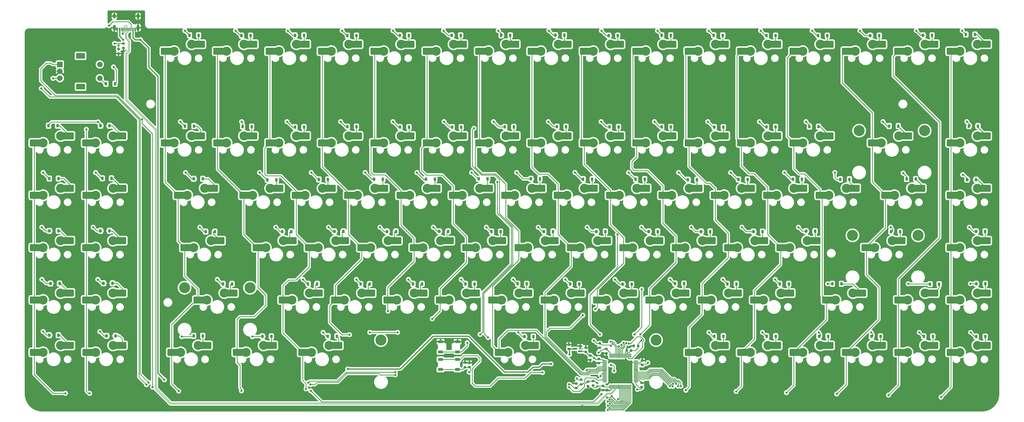
<source format=gbr>
%TF.GenerationSoftware,KiCad,Pcbnew,(6.0.11)*%
%TF.CreationDate,2023-03-27T15:54:22+07:00*%
%TF.ProjectId,Extero75,45787465-726f-4373-952e-6b696361645f,rev?*%
%TF.SameCoordinates,PX28c3da5PYc3ffc7f*%
%TF.FileFunction,Copper,L2,Bot*%
%TF.FilePolarity,Positive*%
%FSLAX46Y46*%
G04 Gerber Fmt 4.6, Leading zero omitted, Abs format (unit mm)*
G04 Created by KiCad (PCBNEW (6.0.11)) date 2023-03-27 15:54:22*
%MOMM*%
%LPD*%
G01*
G04 APERTURE LIST*
G04 Aperture macros list*
%AMRoundRect*
0 Rectangle with rounded corners*
0 $1 Rounding radius*
0 $2 $3 $4 $5 $6 $7 $8 $9 X,Y pos of 4 corners*
0 Add a 4 corners polygon primitive as box body*
4,1,4,$2,$3,$4,$5,$6,$7,$8,$9,$2,$3,0*
0 Add four circle primitives for the rounded corners*
1,1,$1+$1,$2,$3*
1,1,$1+$1,$4,$5*
1,1,$1+$1,$6,$7*
1,1,$1+$1,$8,$9*
0 Add four rect primitives between the rounded corners*
20,1,$1+$1,$2,$3,$4,$5,0*
20,1,$1+$1,$4,$5,$6,$7,0*
20,1,$1+$1,$6,$7,$8,$9,0*
20,1,$1+$1,$8,$9,$2,$3,0*%
G04 Aperture macros list end*
%TA.AperFunction,ComponentPad*%
%ADD10C,4.000000*%
%TD*%
%TA.AperFunction,ComponentPad*%
%ADD11R,2.000000X2.000000*%
%TD*%
%TA.AperFunction,ComponentPad*%
%ADD12C,2.000000*%
%TD*%
%TA.AperFunction,ComponentPad*%
%ADD13R,3.200000X2.000000*%
%TD*%
%TA.AperFunction,ComponentPad*%
%ADD14C,3.300000*%
%TD*%
%TA.AperFunction,SMDPad,CuDef*%
%ADD15R,1.650000X2.500000*%
%TD*%
%TA.AperFunction,SMDPad,CuDef*%
%ADD16RoundRect,0.250000X1.025000X1.000000X-1.025000X1.000000X-1.025000X-1.000000X1.025000X-1.000000X0*%
%TD*%
%TA.AperFunction,SMDPad,CuDef*%
%ADD17R,0.900000X1.200000*%
%TD*%
%TA.AperFunction,SMDPad,CuDef*%
%ADD18RoundRect,0.225000X-0.250000X0.225000X-0.250000X-0.225000X0.250000X-0.225000X0.250000X0.225000X0*%
%TD*%
%TA.AperFunction,SMDPad,CuDef*%
%ADD19RoundRect,0.225000X0.250000X-0.225000X0.250000X0.225000X-0.250000X0.225000X-0.250000X-0.225000X0*%
%TD*%
%TA.AperFunction,SMDPad,CuDef*%
%ADD20RoundRect,0.200000X-0.275000X0.200000X-0.275000X-0.200000X0.275000X-0.200000X0.275000X0.200000X0*%
%TD*%
%TA.AperFunction,SMDPad,CuDef*%
%ADD21R,0.600000X1.150000*%
%TD*%
%TA.AperFunction,SMDPad,CuDef*%
%ADD22R,0.300000X1.150000*%
%TD*%
%TA.AperFunction,ComponentPad*%
%ADD23O,1.000000X1.800000*%
%TD*%
%TA.AperFunction,ComponentPad*%
%ADD24O,1.000000X2.100000*%
%TD*%
%TA.AperFunction,SMDPad,CuDef*%
%ADD25RoundRect,0.225000X0.225000X0.250000X-0.225000X0.250000X-0.225000X-0.250000X0.225000X-0.250000X0*%
%TD*%
%TA.AperFunction,SMDPad,CuDef*%
%ADD26R,1.800000X1.100000*%
%TD*%
%TA.AperFunction,SMDPad,CuDef*%
%ADD27RoundRect,0.150000X0.587500X0.150000X-0.587500X0.150000X-0.587500X-0.150000X0.587500X-0.150000X0*%
%TD*%
%TA.AperFunction,SMDPad,CuDef*%
%ADD28RoundRect,0.075000X-0.075000X0.700000X-0.075000X-0.700000X0.075000X-0.700000X0.075000X0.700000X0*%
%TD*%
%TA.AperFunction,SMDPad,CuDef*%
%ADD29RoundRect,0.075000X-0.700000X0.075000X-0.700000X-0.075000X0.700000X-0.075000X0.700000X0.075000X0*%
%TD*%
%TA.AperFunction,SMDPad,CuDef*%
%ADD30RoundRect,0.200000X0.275000X-0.200000X0.275000X0.200000X-0.275000X0.200000X-0.275000X-0.200000X0*%
%TD*%
%TA.AperFunction,ViaPad*%
%ADD31C,0.800000*%
%TD*%
%TA.AperFunction,Conductor*%
%ADD32C,0.250000*%
%TD*%
%TA.AperFunction,Conductor*%
%ADD33C,0.381000*%
%TD*%
%TA.AperFunction,Conductor*%
%ADD34C,0.200000*%
%TD*%
G04 APERTURE END LIST*
D10*
%TO.P,BackspaceStab1,*%
%TO.N,*%
X325680997Y100659999D03*
X301868497Y100659999D03*
%TD*%
D11*
%TO.P,SW3,A,A*%
%TO.N,ROTA*%
X11249747Y124749999D03*
D12*
%TO.P,SW3,B,B*%
%TO.N,ROTB*%
X11249747Y119749999D03*
%TO.P,SW3,C,C*%
%TO.N,GND*%
X11249747Y122249999D03*
D13*
%TO.P,SW3,MP*%
%TO.N,N/C*%
X18749747Y127849999D03*
X18749747Y116649999D03*
D12*
%TO.P,SW3,S1,S1*%
%TO.N,Net-(D6-Pad2)*%
X25749747Y119749999D03*
%TO.P,SW3,S2,S2*%
%TO.N,COL1*%
X25749747Y124749999D03*
%TD*%
D10*
%TO.P,SpacebarStab1,*%
%TO.N,*%
X228030997Y24459999D03*
X128018497Y24459999D03*
%TD*%
%TO.P,ShiftStab1,*%
%TO.N,*%
X56580997Y43509999D03*
X80393497Y43509999D03*
%TD*%
%TO.P,EnterStab1,*%
%TO.N,*%
X323280997Y62559999D03*
X299468497Y62559999D03*
%TD*%
D14*
%TO.P,Num3,1,1*%
%TO.N,COL5*%
X109939747Y96214999D03*
D15*
X108114747Y96214999D03*
D16*
X106389747Y96214999D03*
D15*
%TO.P,Num3,2,2*%
%TO.N,Net-(D30-Pad2)*%
X118089747Y98754999D03*
D14*
X116289747Y98754999D03*
D16*
X119839747Y98754999D03*
%TD*%
%TO.P,FNKEY1,1,1*%
%TO.N,COL13*%
X258789747Y20014999D03*
D15*
X260514747Y20014999D03*
D14*
X262339747Y20014999D03*
D15*
%TO.P,FNKEY1,2,2*%
%TO.N,Net-(D73-Pad2)*%
X270489747Y22554999D03*
D16*
X272239747Y22554999D03*
D14*
X268689747Y22554999D03*
%TD*%
%TO.P,F2,1,1*%
%TO.N,COL4*%
X90889747Y129552499D03*
D15*
X89064747Y129552499D03*
D16*
X87339747Y129552499D03*
D15*
%TO.P,F2,2,2*%
%TO.N,Net-(D23-Pad2)*%
X99039747Y132092499D03*
D14*
X97239747Y132092499D03*
D16*
X100789747Y132092499D03*
%TD*%
D15*
%TO.P,F5,1,1*%
%TO.N,COL7*%
X146214747Y129552499D03*
D14*
X148039747Y129552499D03*
D16*
X144489747Y129552499D03*
%TO.P,F5,2,2*%
%TO.N,Net-(D39-Pad2)*%
X157939747Y132092499D03*
D15*
X156189747Y132092499D03*
D14*
X154389747Y132092499D03*
%TD*%
%TO.P,G1,1,1*%
%TO.N,COL7*%
X162327247Y58114999D03*
D15*
X160502247Y58114999D03*
D16*
X158777247Y58114999D03*
%TO.P,G1,2,2*%
%TO.N,Net-(D43-Pad2)*%
X172227247Y60654999D03*
D14*
X168677247Y60654999D03*
D15*
X170477247Y60654999D03*
%TD*%
D17*
%TO.P,D7,1,K*%
%TO.N,ROW1*%
X25999747Y102424999D03*
%TO.P,D7,2,A*%
%TO.N,Net-(D7-Pad2)*%
X29299747Y102424999D03*
%TD*%
D15*
%TO.P,EXTRA6,1,1*%
%TO.N,COL1*%
X22389747Y96214999D03*
D14*
X24214747Y96214999D03*
D16*
X20664747Y96214999D03*
D14*
%TO.P,EXTRA6,2,2*%
%TO.N,Net-(D7-Pad2)*%
X30564747Y98754999D03*
D16*
X34114747Y98754999D03*
D15*
X32364747Y98754999D03*
%TD*%
D17*
%TO.P,D93,1,K*%
%TO.N,ROW4*%
X344449747Y44974999D03*
%TO.P,D93,2,A*%
%TO.N,Net-(D93-Pad2)*%
X347749747Y44974999D03*
%TD*%
D15*
%TO.P,L1,1,1*%
%TO.N,COL11*%
X236702247Y58114999D03*
D14*
X238527247Y58114999D03*
D16*
X234977247Y58114999D03*
D15*
%TO.P,L1,2,2*%
%TO.N,Net-(D64-Pad2)*%
X246677247Y60654999D03*
D16*
X248427247Y60654999D03*
D14*
X244877247Y60654999D03*
%TD*%
D17*
%TO.P,D61,1,K*%
%TO.N,ROW1*%
X230099747Y102024999D03*
%TO.P,D61,2,A*%
%TO.N,Net-(D61-Pad2)*%
X233399747Y102024999D03*
%TD*%
%TO.P,D5,1,K*%
%TO.N,ROW5*%
X7399747Y26224999D03*
%TO.P,D5,2,A*%
%TO.N,Net-(D5-Pad2)*%
X10699747Y26224999D03*
%TD*%
D14*
%TO.P,Num7,1,1*%
%TO.N,COL9*%
X186139747Y96214999D03*
D16*
X182589747Y96214999D03*
D15*
X184314747Y96214999D03*
D14*
%TO.P,Num7,2,2*%
%TO.N,Net-(D51-Pad2)*%
X192489747Y98754999D03*
D15*
X194289747Y98754999D03*
D16*
X196039747Y98754999D03*
%TD*%
D14*
%TO.P,MinusSign1,1,1*%
%TO.N,COL13*%
X262339747Y96214999D03*
D15*
X260514747Y96214999D03*
D16*
X258789747Y96214999D03*
D14*
%TO.P,MinusSign1,2,2*%
%TO.N,Net-(D72-Pad2)*%
X268689747Y98754999D03*
D16*
X272239747Y98754999D03*
D15*
X270489747Y98754999D03*
%TD*%
D18*
%TO.P,C13,1*%
%TO.N,+3.3V*%
X204074747Y18854999D03*
%TO.P,C13,2*%
%TO.N,GND*%
X204074747Y17304999D03*
%TD*%
D17*
%TO.P,D55,1,K*%
%TO.N,ROW0*%
X210799747Y135224999D03*
%TO.P,D55,2,A*%
%TO.N,Net-(D55-Pad2)*%
X214099747Y135224999D03*
%TD*%
D16*
%TO.P,EXTRA8,1,1*%
%TO.N,COL1*%
X20664747Y58114999D03*
D14*
X24214747Y58114999D03*
D15*
X22389747Y58114999D03*
D16*
%TO.P,EXTRA8,2,2*%
%TO.N,Net-(D9-Pad2)*%
X34114747Y60654999D03*
D15*
X32364747Y60654999D03*
D14*
X30564747Y60654999D03*
%TD*%
D18*
%TO.P,C14,1*%
%TO.N,+3.3V*%
X209974747Y21234999D03*
%TO.P,C14,2*%
%TO.N,GND*%
X209974747Y19684999D03*
%TD*%
D14*
%TO.P,K1,1,1*%
%TO.N,COL10*%
X219477247Y58114999D03*
D16*
X215927247Y58114999D03*
D15*
X217652247Y58114999D03*
%TO.P,K1,2,2*%
%TO.N,Net-(D59-Pad2)*%
X227627247Y60654999D03*
D16*
X229377247Y60654999D03*
D14*
X225827247Y60654999D03*
%TD*%
D19*
%TO.P,C4,1*%
%TO.N,+3.3V*%
X222994747Y15444999D03*
%TO.P,C4,2*%
%TO.N,GND*%
X222994747Y16994999D03*
%TD*%
D15*
%TO.P,EXTRA9,1,1*%
%TO.N,COL1*%
X22389747Y39064999D03*
D16*
X20664747Y39064999D03*
D14*
X24214747Y39064999D03*
D16*
%TO.P,EXTRA9,2,2*%
%TO.N,Net-(D10-Pad2)*%
X34114747Y41604999D03*
D15*
X32364747Y41604999D03*
D14*
X30564747Y41604999D03*
%TD*%
%TO.P,I1,1,1*%
%TO.N,COL10*%
X214714747Y77164999D03*
D16*
X211164747Y77164999D03*
D15*
X212889747Y77164999D03*
%TO.P,I1,2,2*%
%TO.N,Net-(D58-Pad2)*%
X222864747Y79704999D03*
D14*
X221064747Y79704999D03*
D16*
X224614747Y79704999D03*
%TD*%
D17*
%TO.P,D56,1,K*%
%TO.N,ROW1*%
X211099747Y102024999D03*
%TO.P,D56,2,A*%
%TO.N,Net-(D56-Pad2)*%
X214399747Y102024999D03*
%TD*%
%TO.P,D36,1,K*%
%TO.N,ROW4*%
X139649747Y44924999D03*
%TO.P,D36,2,A*%
%TO.N,Net-(Ckey1-Pad2)*%
X142949747Y44924999D03*
%TD*%
D15*
%TO.P,WINDOWSKEY1,1,1*%
%TO.N,COL3*%
X77139747Y20014999D03*
D14*
X78964747Y20014999D03*
D16*
X75414747Y20014999D03*
D14*
%TO.P,WINDOWSKEY1,2,2*%
%TO.N,Net-(D20-Pad2)*%
X85314747Y22554999D03*
D16*
X88864747Y22554999D03*
D15*
X87114747Y22554999D03*
%TD*%
D18*
%TO.P,C11,1*%
%TO.N,ROTB*%
X203274747Y9294999D03*
%TO.P,C11,2*%
%TO.N,GND*%
X203274747Y7744999D03*
%TD*%
D17*
%TO.P,D9,1,K*%
%TO.N,ROW3*%
X25999747Y64224999D03*
%TO.P,D9,2,A*%
%TO.N,Net-(D9-Pad2)*%
X29299747Y64224999D03*
%TD*%
%TO.P,D64,1,K*%
%TO.N,ROW3*%
X244399747Y63974999D03*
%TO.P,D64,2,A*%
%TO.N,Net-(D64-Pad2)*%
X247699747Y63974999D03*
%TD*%
%TO.P,D15,1,K*%
%TO.N,ROW2*%
X59899747Y83124999D03*
%TO.P,D15,2,A*%
%TO.N,Net-(D15-Pad2)*%
X63199747Y83124999D03*
%TD*%
D14*
%TO.P,Num8,1,1*%
%TO.N,COL10*%
X205189747Y96214999D03*
D15*
X203364747Y96214999D03*
D16*
X201639747Y96214999D03*
D14*
%TO.P,Num8,2,2*%
%TO.N,Net-(D56-Pad2)*%
X211539747Y98754999D03*
D16*
X215089747Y98754999D03*
D15*
X213339747Y98754999D03*
%TD*%
D14*
%TO.P,E1,1,1*%
%TO.N,COL5*%
X119464747Y77164999D03*
D16*
X115914747Y77164999D03*
D15*
X117639747Y77164999D03*
D14*
%TO.P,E1,2,2*%
%TO.N,Net-(D32-Pad2)*%
X125814747Y79704999D03*
D16*
X129364747Y79704999D03*
D15*
X127614747Y79704999D03*
%TD*%
D16*
%TO.P,Num2,1,1*%
%TO.N,COL4*%
X87339747Y96214999D03*
D14*
X90889747Y96214999D03*
D15*
X89064747Y96214999D03*
D16*
%TO.P,Num2,2,2*%
%TO.N,Net-(D24-Pad2)*%
X100789747Y98754999D03*
D15*
X99039747Y98754999D03*
D14*
X97239747Y98754999D03*
%TD*%
D17*
%TO.P,D30,1,K*%
%TO.N,ROW1*%
X115799747Y102124999D03*
%TO.P,D30,2,A*%
%TO.N,Net-(D30-Pad2)*%
X119099747Y102124999D03*
%TD*%
D20*
%TO.P,R5,1*%
%TO.N,Net-(J1-PadB5)*%
X34349747Y132349999D03*
%TO.P,R5,2*%
%TO.N,GND*%
X34349747Y130699999D03*
%TD*%
D17*
%TO.P,D39,1,K*%
%TO.N,ROW0*%
X153699747Y135324999D03*
%TO.P,D39,2,A*%
%TO.N,Net-(D39-Pad2)*%
X156999747Y135324999D03*
%TD*%
D16*
%TO.P,Q1,1,1*%
%TO.N,COL3*%
X77814747Y77164999D03*
D14*
X81364747Y77164999D03*
D15*
X79539747Y77164999D03*
D14*
%TO.P,Q1,2,2*%
%TO.N,Net-(D21-Pad2)*%
X87714747Y79704999D03*
D16*
X91264747Y79704999D03*
D15*
X89514747Y79704999D03*
%TD*%
D19*
%TO.P,C1,1*%
%TO.N,/BOOT*%
X160184747Y14654999D03*
%TO.P,C1,2*%
%TO.N,GND*%
X160184747Y16204999D03*
%TD*%
D14*
%TO.P,Jkey1,1,1*%
%TO.N,COL9*%
X200427247Y58114999D03*
D16*
X196877247Y58114999D03*
D15*
X198602247Y58114999D03*
D16*
%TO.P,Jkey1,2,2*%
%TO.N,Net-(D54-Pad2)*%
X210327247Y60654999D03*
D14*
X206777247Y60654999D03*
D15*
X208577247Y60654999D03*
%TD*%
%TO.P,EXTRA5,1,1*%
%TO.N,COL0*%
X3339747Y20014999D03*
D16*
X1614747Y20014999D03*
D14*
X5164747Y20014999D03*
D16*
%TO.P,EXTRA5,2,2*%
%TO.N,Net-(D5-Pad2)*%
X15064747Y22554999D03*
D15*
X13314747Y22554999D03*
D14*
X11514747Y22554999D03*
%TD*%
D17*
%TO.P,D12,1,K*%
%TO.N,ROW0*%
X58399747Y135324999D03*
%TO.P,D12,2,A*%
%TO.N,Net-(D12-Pad2)*%
X61699747Y135324999D03*
%TD*%
%TO.P,D10,1,K*%
%TO.N,ROW4*%
X27099747Y45124999D03*
%TO.P,D10,2,A*%
%TO.N,Net-(D10-Pad2)*%
X30399747Y45124999D03*
%TD*%
D14*
%TO.P,U2,1,1*%
%TO.N,COL9*%
X195664747Y77164999D03*
D16*
X192114747Y77164999D03*
D15*
X193839747Y77164999D03*
D16*
%TO.P,U2,2,2*%
%TO.N,Net-(D53-Pad2)*%
X205564747Y79704999D03*
D15*
X203814747Y79704999D03*
D14*
X202014747Y79704999D03*
%TD*%
D17*
%TO.P,D33,1,K*%
%TO.N,ROW3*%
X130149747Y63974999D03*
%TO.P,D33,2,A*%
%TO.N,Net-(D33-Pad2)*%
X133449747Y63974999D03*
%TD*%
D21*
%TO.P,J1,A1,GND*%
%TO.N,GND*%
X32174747Y137539999D03*
%TO.P,J1,A4,VBUS*%
%TO.N,+5V*%
X32974747Y137539999D03*
D22*
%TO.P,J1,A5,CC1*%
%TO.N,Net-(J1-PadA5)*%
X34124747Y137539999D03*
%TO.P,J1,A6,D+*%
%TO.N,D_P*%
X35124747Y137539999D03*
%TO.P,J1,A7,D-*%
%TO.N,D_N*%
X35624747Y137539999D03*
%TO.P,J1,A8,SBU1*%
%TO.N,unconnected-(J1-PadA8)*%
X36624747Y137539999D03*
D21*
%TO.P,J1,A9,VBUS*%
%TO.N,+5V*%
X37774747Y137539999D03*
%TO.P,J1,A12,GND*%
%TO.N,GND*%
X38574747Y137539999D03*
%TO.P,J1,B1,GND*%
X38574747Y137539999D03*
%TO.P,J1,B4,VBUS*%
%TO.N,+5V*%
X37774747Y137539999D03*
D22*
%TO.P,J1,B5,CC2*%
%TO.N,Net-(J1-PadB5)*%
X37124747Y137539999D03*
%TO.P,J1,B6,D+*%
%TO.N,D_P*%
X36124747Y137539999D03*
%TO.P,J1,B7,D-*%
%TO.N,D_N*%
X34624747Y137539999D03*
%TO.P,J1,B8,SBU2*%
%TO.N,unconnected-(J1-PadB8)*%
X33624747Y137539999D03*
D21*
%TO.P,J1,B9,VBUS*%
%TO.N,+5V*%
X32974747Y137539999D03*
%TO.P,J1,B12,GND*%
%TO.N,GND*%
X32174747Y137539999D03*
D23*
%TO.P,J1,S1,SHIELD*%
X39694747Y142294999D03*
D24*
X39694747Y138114999D03*
X31054747Y138114999D03*
D23*
X31054747Y142294999D03*
%TD*%
D15*
%TO.P,T1,1,1*%
%TO.N,COL7*%
X155739747Y77164999D03*
D16*
X154014747Y77164999D03*
D14*
X157564747Y77164999D03*
D15*
%TO.P,T1,2,2*%
%TO.N,Net-(D42-Pad2)*%
X165714747Y79704999D03*
D14*
X163914747Y79704999D03*
D16*
X167464747Y79704999D03*
%TD*%
D17*
%TO.P,D35,1,K*%
%TO.N,ROW1*%
X134899747Y101924999D03*
%TO.P,D35,2,A*%
%TO.N,Net-(D35-Pad2)*%
X138199747Y101924999D03*
%TD*%
D15*
%TO.P,ESC1,1,1*%
%TO.N,COL2*%
X50964747Y129552499D03*
D14*
X52789747Y129552499D03*
D16*
X49239747Y129552499D03*
D14*
%TO.P,ESC1,2,2*%
%TO.N,Net-(D12-Pad2)*%
X59139747Y132092499D03*
D16*
X62689747Y132092499D03*
D15*
X60939747Y132092499D03*
%TD*%
D14*
%TO.P,F4,1,1*%
%TO.N,COL6*%
X128989747Y129552499D03*
D15*
X127164747Y129552499D03*
D16*
X125439747Y129552499D03*
D14*
%TO.P,F4,2,2*%
%TO.N,Net-(D34-Pad2)*%
X135339747Y132092499D03*
D16*
X138889747Y132092499D03*
D15*
X137139747Y132092499D03*
%TD*%
D17*
%TO.P,D41,1,K*%
%TO.N,ROW4*%
X158699747Y44924999D03*
%TO.P,D41,2,A*%
%TO.N,Net-(D41-Pad2)*%
X161999747Y44924999D03*
%TD*%
D18*
%TO.P,C2,1*%
%TO.N,/RST*%
X207584747Y23264999D03*
%TO.P,C2,2*%
%TO.N,GND*%
X207584747Y21714999D03*
%TD*%
D17*
%TO.P,D34,1,K*%
%TO.N,ROW0*%
X134799747Y135324999D03*
%TO.P,D34,2,A*%
%TO.N,Net-(D34-Pad2)*%
X138099747Y135324999D03*
%TD*%
D14*
%TO.P,EXTRA3,1,1*%
%TO.N,COL0*%
X5164747Y58114999D03*
D16*
X1614747Y58114999D03*
D15*
X3339747Y58114999D03*
D14*
%TO.P,EXTRA3,2,2*%
%TO.N,Net-(D3-Pad2)*%
X11514747Y60654999D03*
D15*
X13314747Y60654999D03*
D16*
X15064747Y60654999D03*
%TD*%
D15*
%TO.P,PRTSC1,1,1*%
%TO.N,COL16*%
X317664747Y129552499D03*
D14*
X319489747Y129552499D03*
D16*
X315939747Y129552499D03*
D14*
%TO.P,PRTSC1,2,2*%
%TO.N,Net-(D89-Pad2)*%
X325839747Y132092499D03*
D16*
X329389747Y132092499D03*
D15*
X327639747Y132092499D03*
%TD*%
%TO.P,F6,1,1*%
%TO.N,COL8*%
X165264747Y129552499D03*
D14*
X167089747Y129552499D03*
D16*
X163539747Y129552499D03*
%TO.P,F6,2,2*%
%TO.N,Net-(D44-Pad2)*%
X176989747Y132092499D03*
D15*
X175239747Y132092499D03*
D14*
X173439747Y132092499D03*
%TD*%
D16*
%TO.P,Num1,1,1*%
%TO.N,COL3*%
X68289747Y96214999D03*
D14*
X71839747Y96214999D03*
D15*
X70014747Y96214999D03*
D14*
%TO.P,Num1,2,2*%
%TO.N,Net-(D19-Pad2)*%
X78189747Y98754999D03*
D15*
X79989747Y98754999D03*
D16*
X81739747Y98754999D03*
%TD*%
%TO.P,F8,1,1*%
%TO.N,COL10*%
X201639747Y129552499D03*
D14*
X205189747Y129552499D03*
D15*
X203364747Y129552499D03*
D16*
%TO.P,F8,2,2*%
%TO.N,Net-(D55-Pad2)*%
X215089747Y132092499D03*
D14*
X211539747Y132092499D03*
D15*
X213339747Y132092499D03*
%TD*%
D16*
%TO.P,RIGHTALT1,1,1*%
%TO.N,COL12*%
X239739747Y20014999D03*
D15*
X241464747Y20014999D03*
D14*
X243289747Y20014999D03*
%TO.P,RIGHTALT1,2,2*%
%TO.N,Net-(D67-Pad2)*%
X249639747Y22554999D03*
D16*
X253189747Y22554999D03*
D15*
X251439747Y22554999D03*
%TD*%
D17*
%TO.P,D79,1,K*%
%TO.N,ROW5*%
X287299747Y25874999D03*
%TO.P,D79,2,A*%
%TO.N,Net-(D79-Pad2)*%
X290599747Y25874999D03*
%TD*%
D14*
%TO.P,EqualSign1,1,1*%
%TO.N,COL14*%
X281389747Y96214999D03*
D15*
X279564747Y96214999D03*
D16*
X277839747Y96214999D03*
D15*
%TO.P,EqualSign1,2,2*%
%TO.N,Net-(D78-Pad2)*%
X289539747Y98754999D03*
D14*
X287739747Y98754999D03*
D16*
X291289747Y98754999D03*
%TD*%
D19*
%TO.P,C9,1*%
%TO.N,+3.3V*%
X222784747Y7364999D03*
%TO.P,C9,2*%
%TO.N,GND*%
X222784747Y8914999D03*
%TD*%
D20*
%TO.P,R6,1*%
%TO.N,+3.3V*%
X200824747Y10054999D03*
%TO.P,R6,2*%
%TO.N,ROTA*%
X200824747Y8404999D03*
%TD*%
D17*
%TO.P,D90,1,K*%
%TO.N,ROW1*%
X341799747Y102324999D03*
%TO.P,D90,2,A*%
%TO.N,Net-(D90-Pad2)*%
X345099747Y102324999D03*
%TD*%
D14*
%TO.P,M1,1,1*%
%TO.N,COL10*%
X209952247Y39064999D03*
D16*
X206402247Y39064999D03*
D15*
X208127247Y39064999D03*
%TO.P,M1,2,2*%
%TO.N,Net-(D57-Pad2)*%
X218102247Y41604999D03*
D14*
X216302247Y41604999D03*
D16*
X219852247Y41604999D03*
%TD*%
D17*
%TO.P,D48,1,K*%
%TO.N,ROW2*%
X182499747Y83124999D03*
%TO.P,D48,2,A*%
%TO.N,Net-(D48-Pad2)*%
X185799747Y83124999D03*
%TD*%
%TO.P,D63,1,K*%
%TO.N,ROW2*%
X239599747Y82824999D03*
%TO.P,D63,2,A*%
%TO.N,Net-(D63-Pad2)*%
X242899747Y82824999D03*
%TD*%
%TO.P,D25,1,K*%
%TO.N,ROW4*%
X101499747Y44924999D03*
%TO.P,D25,2,A*%
%TO.N,Net-(D25-Pad2)*%
X104799747Y44924999D03*
%TD*%
%TO.P,D53,1,K*%
%TO.N,ROW2*%
X201499747Y83024999D03*
%TO.P,D53,2,A*%
%TO.N,Net-(D53-Pad2)*%
X204799747Y83024999D03*
%TD*%
%TO.P,D14,1,K*%
%TO.N,ROW5*%
X59899747Y26024999D03*
%TO.P,D14,2,A*%
%TO.N,Net-(D14-Pad2)*%
X63199747Y26024999D03*
%TD*%
D14*
%TO.P,Dkey1,1,1*%
%TO.N,COL5*%
X124227247Y58114999D03*
D16*
X120677247Y58114999D03*
D15*
X122402247Y58114999D03*
D16*
%TO.P,Dkey1,2,2*%
%TO.N,Net-(D33-Pad2)*%
X134127247Y60654999D03*
D14*
X130577247Y60654999D03*
D15*
X132377247Y60654999D03*
%TD*%
D17*
%TO.P,D50,1,K*%
%TO.N,ROW0*%
X191399747Y135424999D03*
%TO.P,D50,2,A*%
%TO.N,Net-(D50-Pad2)*%
X194699747Y135424999D03*
%TD*%
%TO.P,D47,1,K*%
%TO.N,ROW5*%
X180099747Y25774999D03*
%TO.P,D47,2,A*%
%TO.N,Net-(D47-Pad2)*%
X183399747Y25774999D03*
%TD*%
%TO.P,D6,1,K*%
%TO.N,ROW0*%
X31299747Y117724999D03*
%TO.P,D6,2,A*%
%TO.N,Net-(D6-Pad2)*%
X27999747Y117724999D03*
%TD*%
D15*
%TO.P,F7,1,1*%
%TO.N,COL9*%
X184314747Y129552499D03*
D16*
X182589747Y129552499D03*
D14*
X186139747Y129552499D03*
D15*
%TO.P,F7,2,2*%
%TO.N,Net-(D50-Pad2)*%
X194289747Y132092499D03*
D14*
X192489747Y132092499D03*
D16*
X196039747Y132092499D03*
%TD*%
D17*
%TO.P,D45,1,K*%
%TO.N,ROW1*%
X172999747Y102024999D03*
%TO.P,D45,2,A*%
%TO.N,Net-(D45-Pad2)*%
X176299747Y102024999D03*
%TD*%
D14*
%TO.P,A1,1,1*%
%TO.N,COL3*%
X86127247Y58114999D03*
D16*
X82577247Y58114999D03*
D15*
X84302247Y58114999D03*
D14*
%TO.P,A1,2,2*%
%TO.N,Net-(A1-Pad2)*%
X92477247Y60654999D03*
D16*
X96027247Y60654999D03*
D15*
X94277247Y60654999D03*
%TD*%
%TO.P,O1,1,1*%
%TO.N,COL11*%
X231939747Y77164999D03*
D14*
X233764747Y77164999D03*
D16*
X230214747Y77164999D03*
%TO.P,O1,2,2*%
%TO.N,Net-(D63-Pad2)*%
X243664747Y79704999D03*
D15*
X241914747Y79704999D03*
D14*
X240114747Y79704999D03*
%TD*%
D16*
%TO.P,LEFTCTRL1,1,1*%
%TO.N,COL2*%
X51602247Y20014999D03*
D14*
X55152247Y20014999D03*
D15*
X53327247Y20014999D03*
D16*
%TO.P,LEFTCTRL1,2,2*%
%TO.N,Net-(D14-Pad2)*%
X65052247Y22554999D03*
D15*
X63302247Y22554999D03*
D14*
X61502247Y22554999D03*
%TD*%
D17*
%TO.P,D28,1,K*%
%TO.N,ROW3*%
X111049747Y64024999D03*
%TO.P,D28,2,A*%
%TO.N,Net-(D28-Pad2)*%
X114349747Y64024999D03*
%TD*%
D19*
%TO.P,C5,1*%
%TO.N,+5V*%
X196334747Y21274999D03*
%TO.P,C5,2*%
%TO.N,GND*%
X196334747Y22824999D03*
%TD*%
D17*
%TO.P,D26,1,K*%
%TO.N,ROW2*%
X105399747Y82924999D03*
%TO.P,D26,2,A*%
%TO.N,Net-(D26-Pad2)*%
X108699747Y82924999D03*
%TD*%
%TO.P,D42,1,K*%
%TO.N,ROW2*%
X163499747Y83124999D03*
%TO.P,D42,2,A*%
%TO.N,Net-(D42-Pad2)*%
X166799747Y83124999D03*
%TD*%
%TO.P,D62,1,K*%
%TO.N,ROW4*%
X234899747Y45024999D03*
%TO.P,D62,2,A*%
%TO.N,Net-(CommaSign1-Pad2)*%
X238199747Y45024999D03*
%TD*%
D16*
%TO.P,SPACEBAR1,1,1*%
%TO.N,COL8*%
X170664747Y20014999D03*
D15*
X172389747Y20014999D03*
D14*
X174214747Y20014999D03*
%TO.P,SPACEBAR1,2,2*%
%TO.N,Net-(D47-Pad2)*%
X180564747Y22554999D03*
D16*
X184114747Y22554999D03*
D15*
X182364747Y22554999D03*
%TD*%
D17*
%TO.P,D94,1,K*%
%TO.N,ROW0*%
X340699747Y135624999D03*
%TO.P,D94,2,A*%
%TO.N,Net-(D94-Pad2)*%
X343999747Y135624999D03*
%TD*%
%TO.P,D83,1,K*%
%TO.N,ROW5*%
X306349747Y25824999D03*
%TO.P,D83,2,A*%
%TO.N,Net-(D83-Pad2)*%
X309649747Y25824999D03*
%TD*%
D14*
%TO.P,P1,1,1*%
%TO.N,COL12*%
X252814747Y77164999D03*
D15*
X250989747Y77164999D03*
D16*
X249264747Y77164999D03*
%TO.P,P1,2,2*%
%TO.N,Net-(D69-Pad2)*%
X262714747Y79704999D03*
D15*
X260964747Y79704999D03*
D14*
X259164747Y79704999D03*
%TD*%
%TO.P,Quote1,1,1*%
%TO.N,COL13*%
X276627247Y58114999D03*
D16*
X273077247Y58114999D03*
D15*
X274802247Y58114999D03*
D14*
%TO.P,Quote1,2,2*%
%TO.N,Net-(D76-Pad2)*%
X282977247Y60654999D03*
D15*
X284777247Y60654999D03*
D16*
X286527247Y60654999D03*
%TD*%
%TO.P,Fkey1,1,1*%
%TO.N,COL6*%
X139727247Y58114999D03*
D15*
X141452247Y58114999D03*
D14*
X143277247Y58114999D03*
D16*
%TO.P,Fkey1,2,2*%
%TO.N,Net-(D38-Pad2)*%
X153177247Y60654999D03*
D14*
X149627247Y60654999D03*
D15*
X151427247Y60654999D03*
%TD*%
D14*
%TO.P,RIGHTCONTROL1,1,1*%
%TO.N,COL14*%
X281389747Y20014999D03*
D15*
X279564747Y20014999D03*
D16*
X277839747Y20014999D03*
D14*
%TO.P,RIGHTCONTROL1,2,2*%
%TO.N,Net-(D79-Pad2)*%
X287739747Y22554999D03*
D15*
X289539747Y22554999D03*
D16*
X291289747Y22554999D03*
%TD*%
D14*
%TO.P,F10,1,1*%
%TO.N,COL12*%
X243289747Y129552499D03*
D15*
X241464747Y129552499D03*
D16*
X239739747Y129552499D03*
D14*
%TO.P,F10,2,2*%
%TO.N,Net-(D65-Pad2)*%
X249639747Y132092499D03*
D15*
X251439747Y132092499D03*
D16*
X253189747Y132092499D03*
%TD*%
D14*
%TO.P,Ckey1,1,1*%
%TO.N,COL6*%
X133752247Y39064999D03*
D15*
X131927247Y39064999D03*
D16*
X130202247Y39064999D03*
%TO.P,Ckey1,2,2*%
%TO.N,Net-(Ckey1-Pad2)*%
X143652247Y41604999D03*
D14*
X140102247Y41604999D03*
D15*
X141902247Y41604999D03*
%TD*%
D14*
%TO.P,Ins1,1,1*%
%TO.N,COL15*%
X300439747Y129552499D03*
D16*
X296889747Y129552499D03*
D15*
X298614747Y129552499D03*
D16*
%TO.P,Ins1,2,2*%
%TO.N,Net-(D82-Pad2)*%
X310339747Y132092499D03*
D15*
X308589747Y132092499D03*
D14*
X306789747Y132092499D03*
%TD*%
D17*
%TO.P,D92,1,K*%
%TO.N,ROW3*%
X344399747Y64024999D03*
%TO.P,D92,2,A*%
%TO.N,Net-(D92-Pad2)*%
X347699747Y64024999D03*
%TD*%
%TO.P,D11,1,K*%
%TO.N,ROW5*%
X28199747Y26024999D03*
%TO.P,D11,2,A*%
%TO.N,Net-(D11-Pad2)*%
X31499747Y26024999D03*
%TD*%
D14*
%TO.P,N1,1,1*%
%TO.N,COL9*%
X190902247Y39064999D03*
D15*
X189077247Y39064999D03*
D16*
X187352247Y39064999D03*
%TO.P,N1,2,2*%
%TO.N,Net-(D52-Pad2)*%
X200802247Y41604999D03*
D15*
X199052247Y41604999D03*
D14*
X197252247Y41604999D03*
%TD*%
%TO.P,EXTRA2,1,1*%
%TO.N,COL0*%
X5164747Y77164999D03*
D15*
X3339747Y77164999D03*
D16*
X1614747Y77164999D03*
%TO.P,EXTRA2,2,2*%
%TO.N,Net-(D2-Pad2)*%
X15064747Y79704999D03*
D14*
X11514747Y79704999D03*
D15*
X13314747Y79704999D03*
%TD*%
D17*
%TO.P,D22,1,K*%
%TO.N,ROW3*%
X92049747Y63974999D03*
%TO.P,D22,2,A*%
%TO.N,Net-(A1-Pad2)*%
X95349747Y63974999D03*
%TD*%
D18*
%TO.P,C10,1*%
%TO.N,GND*%
X198984747Y8624999D03*
%TO.P,C10,2*%
%TO.N,ROTA*%
X198984747Y7074999D03*
%TD*%
D16*
%TO.P,EXTRA4,1,1*%
%TO.N,COL0*%
X1614747Y39064999D03*
D15*
X3339747Y39064999D03*
D14*
X5164747Y39064999D03*
D16*
%TO.P,EXTRA4,2,2*%
%TO.N,Net-(D4-Pad2)*%
X15064747Y41604999D03*
D15*
X13314747Y41604999D03*
D14*
X11514747Y41604999D03*
%TD*%
%TO.P,LEFTALT1,1,1*%
%TO.N,COL4*%
X102777247Y20014999D03*
D16*
X99227247Y20014999D03*
D15*
X100952247Y20014999D03*
D16*
%TO.P,LEFTALT1,2,2*%
%TO.N,Net-(D27-Pad2)*%
X112677247Y22554999D03*
D14*
X109127247Y22554999D03*
D15*
X110927247Y22554999D03*
%TD*%
D17*
%TO.P,D19,1,K*%
%TO.N,ROW1*%
X77699747Y102124999D03*
%TO.P,D19,2,A*%
%TO.N,Net-(D19-Pad2)*%
X80999747Y102124999D03*
%TD*%
%TO.P,D54,1,K*%
%TO.N,ROW3*%
X206299747Y63974999D03*
%TO.P,D54,2,A*%
%TO.N,Net-(D54-Pad2)*%
X209599747Y63974999D03*
%TD*%
%TO.P,D91,1,K*%
%TO.N,ROW2*%
X341099747Y82824999D03*
%TO.P,D91,2,A*%
%TO.N,Net-(D91-Pad2)*%
X344399747Y82824999D03*
%TD*%
D14*
%TO.P,LEFTARROW1,1,1*%
%TO.N,COL15*%
X300439747Y20014999D03*
D16*
X296889747Y20014999D03*
D15*
X298614747Y20014999D03*
%TO.P,LEFTARROW1,2,2*%
%TO.N,Net-(D83-Pad2)*%
X308589747Y22554999D03*
D16*
X310339747Y22554999D03*
D14*
X306789747Y22554999D03*
%TD*%
D16*
%TO.P,CloseBracket1,1,1*%
%TO.N,COL14*%
X287364747Y77164999D03*
D14*
X290914747Y77164999D03*
D15*
X289089747Y77164999D03*
D14*
%TO.P,CloseBracket1,2,2*%
%TO.N,Net-(CloseBracket1-Pad2)*%
X297264747Y79704999D03*
D15*
X299064747Y79704999D03*
D16*
X300814747Y79704999D03*
%TD*%
D14*
%TO.P,Num9,1,1*%
%TO.N,COL11*%
X224239747Y96214999D03*
D15*
X222414747Y96214999D03*
D16*
X220689747Y96214999D03*
%TO.P,Num9,2,2*%
%TO.N,Net-(D61-Pad2)*%
X234139747Y98754999D03*
D14*
X230589747Y98754999D03*
D15*
X232389747Y98754999D03*
%TD*%
%TO.P,F9,1,1*%
%TO.N,COL11*%
X222414747Y129552499D03*
D14*
X224239747Y129552499D03*
D16*
X220689747Y129552499D03*
%TO.P,F9,2,2*%
%TO.N,Net-(D60-Pad2)*%
X234139747Y132092499D03*
D14*
X230589747Y132092499D03*
D15*
X232389747Y132092499D03*
%TD*%
D17*
%TO.P,D71,1,K*%
%TO.N,ROW0*%
X268199747Y135224999D03*
%TO.P,D71,2,A*%
%TO.N,Net-(D71-Pad2)*%
X271499747Y135224999D03*
%TD*%
D16*
%TO.P,X1,1,1*%
%TO.N,COL5*%
X111152247Y39064999D03*
D14*
X114702247Y39064999D03*
D15*
X112877247Y39064999D03*
D16*
%TO.P,X1,2,2*%
%TO.N,Net-(D31-Pad2)*%
X124602247Y41604999D03*
D14*
X121052247Y41604999D03*
D15*
X122852247Y41604999D03*
%TD*%
D14*
%TO.P,Num6,1,1*%
%TO.N,COL8*%
X167089747Y96214999D03*
D15*
X165264747Y96214999D03*
D16*
X163539747Y96214999D03*
%TO.P,Num6,2,2*%
%TO.N,Net-(D45-Pad2)*%
X176989747Y98754999D03*
D15*
X175239747Y98754999D03*
D14*
X173439747Y98754999D03*
%TD*%
%TO.P,Num5,1,1*%
%TO.N,COL7*%
X148039747Y96214999D03*
D16*
X144489747Y96214999D03*
D15*
X146214747Y96214999D03*
%TO.P,Num5,2,2*%
%TO.N,Net-(D40-Pad2)*%
X156189747Y98754999D03*
D16*
X157939747Y98754999D03*
D14*
X154389747Y98754999D03*
%TD*%
D17*
%TO.P,D76,1,K*%
%TO.N,ROW3*%
X282549747Y64074999D03*
%TO.P,D76,2,A*%
%TO.N,Net-(D76-Pad2)*%
X285849747Y64074999D03*
%TD*%
D14*
%TO.P,Slash1,1,1*%
%TO.N,COL15*%
X314727247Y77164999D03*
D15*
X312902247Y77164999D03*
D16*
X311177247Y77164999D03*
D14*
%TO.P,Slash1,2,2*%
%TO.N,Net-(D86-Pad2)*%
X321077247Y79704999D03*
D15*
X322877247Y79704999D03*
D16*
X324627247Y79704999D03*
%TD*%
D17*
%TO.P,D72,1,K*%
%TO.N,ROW1*%
X268199747Y102024999D03*
%TO.P,D72,2,A*%
%TO.N,Net-(D72-Pad2)*%
X271499747Y102024999D03*
%TD*%
%TO.P,D73,1,K*%
%TO.N,ROW5*%
X268249747Y25874999D03*
%TO.P,D73,2,A*%
%TO.N,Net-(D73-Pad2)*%
X271549747Y25874999D03*
%TD*%
D18*
%TO.P,C6,1*%
%TO.N,+3.3V*%
X207214747Y17644999D03*
%TO.P,C6,2*%
%TO.N,GND*%
X207214747Y16094999D03*
%TD*%
D15*
%TO.P,Num0,1,1*%
%TO.N,COL12*%
X241464747Y96214999D03*
D14*
X243289747Y96214999D03*
D16*
X239739747Y96214999D03*
D14*
%TO.P,Num0,2,2*%
%TO.N,Net-(D66-Pad2)*%
X249639747Y98754999D03*
D16*
X253189747Y98754999D03*
D15*
X251439747Y98754999D03*
%TD*%
D14*
%TO.P,B1,1,1*%
%TO.N,COL8*%
X171852247Y39064999D03*
D15*
X170027247Y39064999D03*
D16*
X168302247Y39064999D03*
%TO.P,B1,2,2*%
%TO.N,Net-(B1-Pad2)*%
X181752247Y41604999D03*
D14*
X178202247Y41604999D03*
D15*
X180002247Y41604999D03*
%TD*%
D17*
%TO.P,D13,1,K*%
%TO.N,ROW1*%
X56699747Y102324999D03*
%TO.P,D13,2,A*%
%TO.N,Net-(D13-Pad2)*%
X59999747Y102324999D03*
%TD*%
%TO.P,D16,1,K*%
%TO.N,ROW3*%
X64299747Y63924999D03*
%TO.P,D16,2,A*%
%TO.N,Net-(CAPSLOCK1-Pad2)*%
X67599747Y63924999D03*
%TD*%
%TO.P,D31,1,K*%
%TO.N,ROW4*%
X120599747Y44874999D03*
%TO.P,D31,2,A*%
%TO.N,Net-(D31-Pad2)*%
X123899747Y44874999D03*
%TD*%
%TO.P,D21,1,K*%
%TO.N,ROW2*%
X86699747Y82724999D03*
%TO.P,D21,2,A*%
%TO.N,Net-(D21-Pad2)*%
X89999747Y82724999D03*
%TD*%
%TO.P,D95,1,K*%
%TO.N,ROW5*%
X344449747Y25724999D03*
%TO.P,D95,2,A*%
%TO.N,Net-(D95-Pad2)*%
X347749747Y25724999D03*
%TD*%
D14*
%TO.P,Z1,1,1*%
%TO.N,COL4*%
X95652247Y39064999D03*
D16*
X92102247Y39064999D03*
D15*
X93827247Y39064999D03*
D14*
%TO.P,Z1,2,2*%
%TO.N,Net-(D25-Pad2)*%
X102002247Y41604999D03*
D16*
X105552247Y41604999D03*
D15*
X103802247Y41604999D03*
%TD*%
%TO.P,DOWNARROW1,1,1*%
%TO.N,COL16*%
X317664747Y20014999D03*
D16*
X315939747Y20014999D03*
D14*
X319489747Y20014999D03*
D15*
%TO.P,DOWNARROW1,2,2*%
%TO.N,Net-(D88-Pad2)*%
X327639747Y22554999D03*
D16*
X329389747Y22554999D03*
D14*
X325839747Y22554999D03*
%TD*%
%TO.P,PgUp1,1,1*%
%TO.N,COL17*%
X338539747Y58114999D03*
D15*
X336714747Y58114999D03*
D16*
X334989747Y58114999D03*
D14*
%TO.P,PgUp1,2,2*%
%TO.N,Net-(D92-Pad2)*%
X344889747Y60654999D03*
D15*
X346689747Y60654999D03*
D16*
X348439747Y60654999D03*
%TD*%
D14*
%TO.P,Backspace1,1,1*%
%TO.N,COL15*%
X309964747Y96214999D03*
D15*
X308139747Y96214999D03*
D16*
X306414747Y96214999D03*
%TO.P,Backspace1,2,2*%
%TO.N,Net-(Backspace1-Pad2)*%
X319864747Y98754999D03*
D15*
X318114747Y98754999D03*
D14*
X316314747Y98754999D03*
%TD*%
D16*
%TO.P,QuestionMark1,1,1*%
%TO.N,COL13*%
X263552247Y39064999D03*
D15*
X265277247Y39064999D03*
D14*
X267102247Y39064999D03*
D16*
%TO.P,QuestionMark1,2,2*%
%TO.N,Net-(D74-Pad2)*%
X277002247Y41604999D03*
D15*
X275252247Y41604999D03*
D14*
X273452247Y41604999D03*
%TD*%
D25*
%TO.P,C7,1*%
%TO.N,+3.3V*%
X218954747Y20709999D03*
%TO.P,C7,2*%
%TO.N,GND*%
X217404747Y20709999D03*
%TD*%
D17*
%TO.P,D82,1,K*%
%TO.N,ROW0*%
X305899747Y135224999D03*
%TO.P,D82,2,A*%
%TO.N,Net-(D82-Pad2)*%
X309199747Y135224999D03*
%TD*%
D14*
%TO.P,RIGHTARROW1,1,1*%
%TO.N,COL17*%
X338539747Y20014999D03*
D16*
X334989747Y20014999D03*
D15*
X336714747Y20014999D03*
D14*
%TO.P,RIGHTARROW1,2,2*%
%TO.N,Net-(D95-Pad2)*%
X344889747Y22554999D03*
D15*
X346689747Y22554999D03*
D16*
X348439747Y22554999D03*
%TD*%
D17*
%TO.P,D88,1,K*%
%TO.N,ROW5*%
X325399747Y25824999D03*
%TO.P,D88,2,A*%
%TO.N,Net-(D88-Pad2)*%
X328699747Y25824999D03*
%TD*%
%TO.P,D66,1,K*%
%TO.N,ROW1*%
X249199747Y101924999D03*
%TO.P,D66,2,A*%
%TO.N,Net-(D66-Pad2)*%
X252499747Y101924999D03*
%TD*%
%TO.P,D23,1,K*%
%TO.N,ROW0*%
X96699747Y135324999D03*
%TO.P,D23,2,A*%
%TO.N,Net-(D23-Pad2)*%
X99999747Y135324999D03*
%TD*%
%TO.P,D75,1,K*%
%TO.N,ROW2*%
X277799747Y83024999D03*
%TO.P,D75,2,A*%
%TO.N,Net-(D75-Pad2)*%
X281099747Y83024999D03*
%TD*%
%TO.P,D77,1,K*%
%TO.N,ROW0*%
X286999747Y135224999D03*
%TO.P,D77,2,A*%
%TO.N,Net-(D77-Pad2)*%
X290299747Y135224999D03*
%TD*%
D26*
%TO.P,SW2,1,1*%
%TO.N,GND*%
X155849747Y23874999D03*
X149649747Y23874999D03*
%TO.P,SW2,2,2*%
%TO.N,/RST*%
X149649747Y20174999D03*
X155849747Y20174999D03*
%TD*%
D17*
%TO.P,D43,1,K*%
%TO.N,ROW3*%
X168199747Y63924999D03*
%TO.P,D43,2,A*%
%TO.N,Net-(D43-Pad2)*%
X171499747Y63924999D03*
%TD*%
D15*
%TO.P,Tab1,1,1*%
%TO.N,COL2*%
X55727247Y77164999D03*
D16*
X54002247Y77164999D03*
D14*
X57552247Y77164999D03*
D16*
%TO.P,Tab1,2,2*%
%TO.N,Net-(D15-Pad2)*%
X67452247Y79704999D03*
D14*
X63902247Y79704999D03*
D15*
X65702247Y79704999D03*
%TD*%
D14*
%TO.P,Semicolon1,1,1*%
%TO.N,COL12*%
X257577247Y58114999D03*
D16*
X254027247Y58114999D03*
D15*
X255752247Y58114999D03*
D16*
%TO.P,Semicolon1,2,2*%
%TO.N,Net-(D70-Pad2)*%
X267477247Y60654999D03*
D14*
X263927247Y60654999D03*
D15*
X265727247Y60654999D03*
%TD*%
%TO.P,V1,1,1*%
%TO.N,COL7*%
X150977247Y39064999D03*
D14*
X152802247Y39064999D03*
D16*
X149252247Y39064999D03*
%TO.P,V1,2,2*%
%TO.N,Net-(D41-Pad2)*%
X162702247Y41604999D03*
D15*
X160952247Y41604999D03*
D14*
X159152247Y41604999D03*
%TD*%
D26*
%TO.P,SW1,1,1*%
%TO.N,+3.3V*%
X155849747Y17474999D03*
X149649747Y17474999D03*
%TO.P,SW1,2,2*%
%TO.N,/BOOT*%
X149649747Y13774999D03*
X155849747Y13774999D03*
%TD*%
D27*
%TO.P,U3,1,GND*%
%TO.N,GND*%
X200487247Y22274999D03*
%TO.P,U3,2,VO*%
%TO.N,+3.3V*%
X200487247Y20374999D03*
%TO.P,U3,3,VI*%
%TO.N,+5V*%
X198612247Y21324999D03*
%TD*%
D20*
%TO.P,R4,1*%
%TO.N,Net-(J1-PadA5)*%
X32564747Y130319999D03*
%TO.P,R4,2*%
%TO.N,GND*%
X32564747Y128669999D03*
%TD*%
D16*
%TO.P,End1,1,1*%
%TO.N,COL17*%
X334989747Y77164999D03*
D14*
X338539747Y77164999D03*
D15*
X336714747Y77164999D03*
D14*
%TO.P,End1,2,2*%
%TO.N,Net-(D91-Pad2)*%
X344889747Y79704999D03*
D16*
X348439747Y79704999D03*
D15*
X346689747Y79704999D03*
%TD*%
D17*
%TO.P,D89,1,K*%
%TO.N,ROW0*%
X325099747Y135324999D03*
%TO.P,D89,2,A*%
%TO.N,Net-(D89-Pad2)*%
X328399747Y135324999D03*
%TD*%
D16*
%TO.P,Matilda1,1,1*%
%TO.N,COL2*%
X49239747Y96214999D03*
D15*
X50964747Y96214999D03*
D14*
X52789747Y96214999D03*
D16*
%TO.P,Matilda1,2,2*%
%TO.N,Net-(D13-Pad2)*%
X62689747Y98754999D03*
D15*
X60939747Y98754999D03*
D14*
X59139747Y98754999D03*
%TD*%
D17*
%TO.P,D29,1,K*%
%TO.N,ROW0*%
X115799747Y135224999D03*
%TO.P,D29,2,A*%
%TO.N,Net-(D29-Pad2)*%
X119099747Y135224999D03*
%TD*%
D16*
%TO.P,PgDn1,1,1*%
%TO.N,COL17*%
X334989747Y39064999D03*
D14*
X338539747Y39064999D03*
D15*
X336714747Y39064999D03*
%TO.P,PgDn1,2,2*%
%TO.N,Net-(D93-Pad2)*%
X346689747Y41604999D03*
D14*
X344889747Y41604999D03*
D16*
X348439747Y41604999D03*
%TD*%
D17*
%TO.P,D2,1,K*%
%TO.N,ROW2*%
X7399747Y83224999D03*
%TO.P,D2,2,A*%
%TO.N,Net-(D2-Pad2)*%
X10699747Y83224999D03*
%TD*%
%TO.P,D17,1,K*%
%TO.N,ROW4*%
X70549747Y44924999D03*
%TO.P,D17,2,A*%
%TO.N,Net-(D17-Pad2)*%
X73849747Y44924999D03*
%TD*%
D15*
%TO.P,ENTER1,1,1*%
%TO.N,COL15*%
X305739747Y58114999D03*
D14*
X307564747Y58114999D03*
D16*
X304014747Y58114999D03*
D14*
%TO.P,ENTER1,2,2*%
%TO.N,Net-(D85-Pad2)*%
X313914747Y60654999D03*
D15*
X315714747Y60654999D03*
D16*
X317464747Y60654999D03*
%TD*%
D17*
%TO.P,D37,1,K*%
%TO.N,ROW2*%
X144299747Y83024999D03*
%TO.P,D37,2,A*%
%TO.N,Net-(D37-Pad2)*%
X147599747Y83024999D03*
%TD*%
D25*
%TO.P,C12,1*%
%TO.N,+3.3V*%
X221509747Y22389999D03*
%TO.P,C12,2*%
%TO.N,GND*%
X219959747Y22389999D03*
%TD*%
D17*
%TO.P,D84,1,K*%
%TO.N,ROW1*%
X312799747Y102324999D03*
%TO.P,D84,2,A*%
%TO.N,Net-(Backspace1-Pad2)*%
X316099747Y102324999D03*
%TD*%
%TO.P,D80,1,K*%
%TO.N,ROW2*%
X295024747Y82939999D03*
%TO.P,D80,2,A*%
%TO.N,Net-(CloseBracket1-Pad2)*%
X298324747Y82939999D03*
%TD*%
D15*
%TO.P,F12,1,1*%
%TO.N,COL14*%
X279564747Y129552499D03*
D14*
X281389747Y129552499D03*
D16*
X277839747Y129552499D03*
D15*
%TO.P,F12,2,2*%
%TO.N,Net-(D77-Pad2)*%
X289539747Y132092499D03*
D14*
X287739747Y132092499D03*
D16*
X291289747Y132092499D03*
%TD*%
D17*
%TO.P,D20,1,K*%
%TO.N,ROW5*%
X84849747Y25824999D03*
%TO.P,D20,2,A*%
%TO.N,Net-(D20-Pad2)*%
X88149747Y25824999D03*
%TD*%
%TO.P,D32,1,K*%
%TO.N,ROW2*%
X125399747Y83024999D03*
%TO.P,D32,2,A*%
%TO.N,Net-(D32-Pad2)*%
X128699747Y83024999D03*
%TD*%
%TO.P,D69,1,K*%
%TO.N,ROW2*%
X257999747Y82924999D03*
%TO.P,D69,2,A*%
%TO.N,Net-(D69-Pad2)*%
X261299747Y82924999D03*
%TD*%
D15*
%TO.P,OpenBracket1,1,1*%
%TO.N,COL13*%
X270039747Y77164999D03*
D16*
X268314747Y77164999D03*
D14*
X271864747Y77164999D03*
D15*
%TO.P,OpenBracket1,2,2*%
%TO.N,Net-(D75-Pad2)*%
X280014747Y79704999D03*
D14*
X278214747Y79704999D03*
D16*
X281764747Y79704999D03*
%TD*%
D20*
%TO.P,R7,1*%
%TO.N,ROTB*%
X205089747Y9609999D03*
%TO.P,R7,2*%
%TO.N,+3.3V*%
X205089747Y7959999D03*
%TD*%
D14*
%TO.P,EXTRA7,1,1*%
%TO.N,COL1*%
X24264741Y77164999D03*
D15*
X22439741Y77164999D03*
D16*
X20714741Y77164999D03*
D15*
%TO.P,EXTRA7,2,2*%
%TO.N,Net-(D8-Pad2)*%
X32414741Y79704999D03*
D16*
X34164741Y79704999D03*
D14*
X30614741Y79704999D03*
%TD*%
D17*
%TO.P,D18,1,K*%
%TO.N,ROW0*%
X77299747Y135224999D03*
%TO.P,D18,2,A*%
%TO.N,Net-(D18-Pad2)*%
X80599747Y135224999D03*
%TD*%
%TO.P,D74,1,K*%
%TO.N,ROW4*%
X272999747Y44924999D03*
%TO.P,D74,2,A*%
%TO.N,Net-(D74-Pad2)*%
X276299747Y44924999D03*
%TD*%
%TO.P,D57,1,K*%
%TO.N,ROW4*%
X215849747Y44824999D03*
%TO.P,D57,2,A*%
%TO.N,Net-(D57-Pad2)*%
X219149747Y44824999D03*
%TD*%
%TO.P,D70,1,K*%
%TO.N,ROW3*%
X263449747Y63924999D03*
%TO.P,D70,2,A*%
%TO.N,Net-(D70-Pad2)*%
X266749747Y63924999D03*
%TD*%
D14*
%TO.P,LEFTSHIFT1,1,1*%
%TO.N,COL2*%
X64677247Y39064999D03*
D15*
X62852247Y39064999D03*
D16*
X61127247Y39064999D03*
D15*
%TO.P,LEFTSHIFT1,2,2*%
%TO.N,Net-(D17-Pad2)*%
X72827247Y41604999D03*
D16*
X74577247Y41604999D03*
D14*
X71027247Y41604999D03*
%TD*%
D17*
%TO.P,D85,1,K*%
%TO.N,ROW3*%
X313449747Y63924999D03*
%TO.P,D85,2,A*%
%TO.N,Net-(D85-Pad2)*%
X316749747Y63924999D03*
%TD*%
D15*
%TO.P,R1,1,1*%
%TO.N,COL6*%
X136689747Y77164999D03*
D16*
X134964747Y77164999D03*
D14*
X138514747Y77164999D03*
%TO.P,R1,2,2*%
%TO.N,Net-(D37-Pad2)*%
X144864747Y79704999D03*
D15*
X146664747Y79704999D03*
D16*
X148414747Y79704999D03*
%TD*%
D17*
%TO.P,D1,1,K*%
%TO.N,ROW1*%
X7099747Y102424999D03*
%TO.P,D1,2,A*%
%TO.N,Net-(D1-Pad2)*%
X10399747Y102424999D03*
%TD*%
D16*
%TO.P,Hkey1,1,1*%
%TO.N,COL8*%
X177827247Y58114999D03*
D15*
X179552247Y58114999D03*
D14*
X181377247Y58114999D03*
D15*
%TO.P,Hkey1,2,2*%
%TO.N,Net-(D49-Pad2)*%
X189527247Y60654999D03*
D16*
X191277247Y60654999D03*
D14*
X187727247Y60654999D03*
%TD*%
D17*
%TO.P,D78,1,K*%
%TO.N,ROW1*%
X283799747Y102124999D03*
%TO.P,D78,2,A*%
%TO.N,Net-(D78-Pad2)*%
X287099747Y102124999D03*
%TD*%
D16*
%TO.P,CAPSLOCK1,1,1*%
%TO.N,COL2*%
X56364747Y58114999D03*
D14*
X59914747Y58114999D03*
D15*
X58089747Y58114999D03*
D14*
%TO.P,CAPSLOCK1,2,2*%
%TO.N,Net-(CAPSLOCK1-Pad2)*%
X66264747Y60654999D03*
D15*
X68064747Y60654999D03*
D16*
X69814747Y60654999D03*
%TD*%
D17*
%TO.P,D60,1,K*%
%TO.N,ROW0*%
X230099747Y135324999D03*
%TO.P,D60,2,A*%
%TO.N,Net-(D60-Pad2)*%
X233399747Y135324999D03*
%TD*%
%TO.P,D3,1,K*%
%TO.N,ROW3*%
X7399747Y64199999D03*
%TO.P,D3,2,A*%
%TO.N,Net-(D3-Pad2)*%
X10699747Y64199999D03*
%TD*%
%TO.P,D49,1,K*%
%TO.N,ROW3*%
X187249747Y63974999D03*
%TO.P,D49,2,A*%
%TO.N,Net-(D49-Pad2)*%
X190549747Y63974999D03*
%TD*%
D28*
%TO.P,U1,1,VBAT*%
%TO.N,+3.3V*%
X211299747Y18774999D03*
%TO.P,U1,2,PC13*%
%TO.N,unconnected-(U1-Pad2)*%
X211799747Y18774999D03*
%TO.P,U1,3,PC14*%
%TO.N,unconnected-(U1-Pad3)*%
X212299747Y18774999D03*
%TO.P,U1,4,PC15*%
%TO.N,unconnected-(U1-Pad4)*%
X212799747Y18774999D03*
%TO.P,U1,5,PF0*%
%TO.N,ROW1*%
X213299747Y18774999D03*
%TO.P,U1,6,PF1*%
%TO.N,ROW2*%
X213799747Y18774999D03*
%TO.P,U1,7,NRST*%
%TO.N,/RST*%
X214299747Y18774999D03*
%TO.P,U1,8,PC0*%
%TO.N,ROW3*%
X214799747Y18774999D03*
%TO.P,U1,9,PC1*%
%TO.N,ROW4*%
X215299747Y18774999D03*
%TO.P,U1,10,PC2*%
%TO.N,ROW5*%
X215799747Y18774999D03*
%TO.P,U1,11,PC3*%
%TO.N,unconnected-(U1-Pad11)*%
X216299747Y18774999D03*
%TO.P,U1,12,VSSA*%
%TO.N,GND*%
X216799747Y18774999D03*
%TO.P,U1,13,VDDA*%
%TO.N,+3.3V*%
X217299747Y18774999D03*
%TO.P,U1,14,PA0*%
%TO.N,COL11*%
X217799747Y18774999D03*
%TO.P,U1,15,PA1*%
%TO.N,unconnected-(U1-Pad15)*%
X218299747Y18774999D03*
%TO.P,U1,16,PA2*%
%TO.N,unconnected-(U1-Pad16)*%
X218799747Y18774999D03*
D29*
%TO.P,U1,17,PA3*%
%TO.N,unconnected-(U1-Pad17)*%
X220724747Y16849999D03*
%TO.P,U1,18,VSS*%
%TO.N,GND*%
X220724747Y16349999D03*
%TO.P,U1,19,VDD*%
%TO.N,+3.3V*%
X220724747Y15849999D03*
%TO.P,U1,20,PA4*%
%TO.N,unconnected-(U1-Pad20)*%
X220724747Y15349999D03*
%TO.P,U1,21,PA5*%
%TO.N,unconnected-(U1-Pad21)*%
X220724747Y14849999D03*
%TO.P,U1,22,PA6*%
%TO.N,unconnected-(U1-Pad22)*%
X220724747Y14349999D03*
%TO.P,U1,23,PA7*%
%TO.N,unconnected-(U1-Pad23)*%
X220724747Y13849999D03*
%TO.P,U1,24,PC4*%
%TO.N,unconnected-(U1-Pad24)*%
X220724747Y13349999D03*
%TO.P,U1,25,PC5*%
%TO.N,COL12*%
X220724747Y12849999D03*
%TO.P,U1,26,PB0*%
%TO.N,COL13*%
X220724747Y12349999D03*
%TO.P,U1,27,PB1*%
%TO.N,COL14*%
X220724747Y11849999D03*
%TO.P,U1,28,PB2*%
%TO.N,COL15*%
X220724747Y11349999D03*
%TO.P,U1,29,PB10*%
%TO.N,COL16*%
X220724747Y10849999D03*
%TO.P,U1,30,PB11*%
%TO.N,COL17*%
X220724747Y10349999D03*
%TO.P,U1,31,VSS*%
%TO.N,GND*%
X220724747Y9849999D03*
%TO.P,U1,32,VDD*%
%TO.N,+3.3V*%
X220724747Y9349999D03*
D28*
%TO.P,U1,33,PB12*%
%TO.N,COL0*%
X218799747Y7424999D03*
%TO.P,U1,34,PB13*%
%TO.N,COL1*%
X218299747Y7424999D03*
%TO.P,U1,35,PB14*%
%TO.N,COL2*%
X217799747Y7424999D03*
%TO.P,U1,36,PB15*%
%TO.N,COL3*%
X217299747Y7424999D03*
%TO.P,U1,37,PC6*%
%TO.N,COL4*%
X216799747Y7424999D03*
%TO.P,U1,38,PC7*%
%TO.N,COL5*%
X216299747Y7424999D03*
%TO.P,U1,39,PC8*%
%TO.N,COL6*%
X215799747Y7424999D03*
%TO.P,U1,40,PC9*%
%TO.N,COL7*%
X215299747Y7424999D03*
%TO.P,U1,41,PA8*%
%TO.N,ROW0*%
X214799747Y7424999D03*
%TO.P,U1,42,PA9*%
%TO.N,unconnected-(U1-Pad42)*%
X214299747Y7424999D03*
%TO.P,U1,43,PA10*%
%TO.N,unconnected-(U1-Pad43)*%
X213799747Y7424999D03*
%TO.P,U1,44,PA11*%
%TO.N,D_N*%
X213299747Y7424999D03*
%TO.P,U1,45,PA12*%
%TO.N,D_P*%
X212799747Y7424999D03*
%TO.P,U1,46,PA13*%
%TO.N,unconnected-(U1-Pad46)*%
X212299747Y7424999D03*
%TO.P,U1,47,VSS*%
%TO.N,GND*%
X211799747Y7424999D03*
%TO.P,U1,48,VDDIO2*%
%TO.N,+3.3V*%
X211299747Y7424999D03*
D29*
%TO.P,U1,49,PA14*%
%TO.N,unconnected-(U1-Pad49)*%
X209374747Y9349999D03*
%TO.P,U1,50,PA15*%
%TO.N,unconnected-(U1-Pad50)*%
X209374747Y9849999D03*
%TO.P,U1,51,PC10*%
%TO.N,ROTA*%
X209374747Y10349999D03*
%TO.P,U1,52,PC11*%
%TO.N,unconnected-(U1-Pad52)*%
X209374747Y10849999D03*
%TO.P,U1,53,PC12*%
%TO.N,unconnected-(U1-Pad53)*%
X209374747Y11349999D03*
%TO.P,U1,54,PD2*%
%TO.N,unconnected-(U1-Pad54)*%
X209374747Y11849999D03*
%TO.P,U1,55,PB3*%
%TO.N,ROTB*%
X209374747Y12349999D03*
%TO.P,U1,56,PB4*%
%TO.N,unconnected-(U1-Pad56)*%
X209374747Y12849999D03*
%TO.P,U1,57,PB5*%
%TO.N,COL8*%
X209374747Y13349999D03*
%TO.P,U1,58,PB6*%
%TO.N,COL9*%
X209374747Y13849999D03*
%TO.P,U1,59,PB7*%
%TO.N,COL10*%
X209374747Y14349999D03*
%TO.P,U1,60,BOOT0*%
%TO.N,/BOOT*%
X209374747Y14849999D03*
%TO.P,U1,61,PB8*%
%TO.N,unconnected-(U1-Pad61)*%
X209374747Y15349999D03*
%TO.P,U1,62,PB9*%
%TO.N,unconnected-(U1-Pad62)*%
X209374747Y15849999D03*
%TO.P,U1,63,VSS*%
%TO.N,GND*%
X209374747Y16349999D03*
%TO.P,U1,64,VDD*%
%TO.N,+3.3V*%
X209374747Y16849999D03*
%TD*%
D19*
%TO.P,C8,1*%
%TO.N,+3.3V*%
X202474747Y20174999D03*
%TO.P,C8,2*%
%TO.N,GND*%
X202474747Y21724999D03*
%TD*%
D17*
%TO.P,D44,1,K*%
%TO.N,ROW0*%
X171699747Y135324999D03*
%TO.P,D44,2,A*%
%TO.N,Net-(D44-Pad2)*%
X174999747Y135324999D03*
%TD*%
D14*
%TO.P,S1,1,1*%
%TO.N,COL4*%
X105177247Y58114999D03*
D16*
X101627247Y58114999D03*
D15*
X103352247Y58114999D03*
%TO.P,S1,2,2*%
%TO.N,Net-(D28-Pad2)*%
X113327247Y60654999D03*
D14*
X111527247Y60654999D03*
D16*
X115077247Y60654999D03*
%TD*%
D30*
%TO.P,R3,1*%
%TO.N,/BOOT*%
X158549747Y14599999D03*
%TO.P,R3,2*%
%TO.N,GND*%
X158549747Y16249999D03*
%TD*%
D17*
%TO.P,D51,1,K*%
%TO.N,ROW1*%
X191999747Y102124999D03*
%TO.P,D51,2,A*%
%TO.N,Net-(D51-Pad2)*%
X195299747Y102124999D03*
%TD*%
D16*
%TO.P,Y1,1,1*%
%TO.N,COL8*%
X173064747Y77164999D03*
D14*
X176614747Y77164999D03*
D15*
X174789747Y77164999D03*
D14*
%TO.P,Y1,2,2*%
%TO.N,Net-(D48-Pad2)*%
X182964747Y79704999D03*
D15*
X184764747Y79704999D03*
D16*
X186514747Y79704999D03*
%TD*%
D17*
%TO.P,D58,1,K*%
%TO.N,ROW2*%
X220599747Y83024999D03*
%TO.P,D58,2,A*%
%TO.N,Net-(D58-Pad2)*%
X223899747Y83024999D03*
%TD*%
D14*
%TO.P,F3,1,1*%
%TO.N,COL5*%
X109939747Y129552499D03*
D15*
X108114747Y129552499D03*
D16*
X106389747Y129552499D03*
D14*
%TO.P,F3,2,2*%
%TO.N,Net-(D29-Pad2)*%
X116289747Y132092499D03*
D16*
X119839747Y132092499D03*
D15*
X118089747Y132092499D03*
%TD*%
D17*
%TO.P,D38,1,K*%
%TO.N,ROW3*%
X149149747Y64024999D03*
%TO.P,D38,2,A*%
%TO.N,Net-(D38-Pad2)*%
X152449747Y64024999D03*
%TD*%
%TO.P,D65,1,K*%
%TO.N,ROW0*%
X248999747Y135324999D03*
%TO.P,D65,2,A*%
%TO.N,Net-(D65-Pad2)*%
X252299747Y135324999D03*
%TD*%
D18*
%TO.P,C3,1*%
%TO.N,+3.3V*%
X208774747Y7814999D03*
%TO.P,C3,2*%
%TO.N,GND*%
X208774747Y6264999D03*
%TD*%
D16*
%TO.P,CommaSign1,1,1*%
%TO.N,COL11*%
X225452247Y39064999D03*
D14*
X229002247Y39064999D03*
D15*
X227177247Y39064999D03*
D16*
%TO.P,CommaSign1,2,2*%
%TO.N,Net-(CommaSign1-Pad2)*%
X238902247Y41604999D03*
D14*
X235352247Y41604999D03*
D15*
X237152247Y41604999D03*
%TD*%
D17*
%TO.P,D67,1,K*%
%TO.N,ROW5*%
X249199747Y25874999D03*
%TO.P,D67,2,A*%
%TO.N,Net-(D67-Pad2)*%
X252499747Y25874999D03*
%TD*%
%TO.P,D81,1,K*%
%TO.N,ROW4*%
X292154747Y44939999D03*
%TO.P,D81,2,A*%
%TO.N,Net-(D81-Pad2)*%
X295454747Y44939999D03*
%TD*%
%TO.P,D8,1,K*%
%TO.N,ROW2*%
X26699747Y83324999D03*
%TO.P,D8,2,A*%
%TO.N,Net-(D8-Pad2)*%
X29999747Y83324999D03*
%TD*%
D15*
%TO.P,W1,1,1*%
%TO.N,COL4*%
X98589747Y77164999D03*
D16*
X96864747Y77164999D03*
D14*
X100414747Y77164999D03*
D16*
%TO.P,W1,2,2*%
%TO.N,Net-(D26-Pad2)*%
X110314747Y79704999D03*
D15*
X108564747Y79704999D03*
D14*
X106764747Y79704999D03*
%TD*%
D17*
%TO.P,D86,1,K*%
%TO.N,ROW2*%
X319164747Y83049999D03*
%TO.P,D86,2,A*%
%TO.N,Net-(D86-Pad2)*%
X322464747Y83049999D03*
%TD*%
D14*
%TO.P,DELETE1,1,1*%
%TO.N,COL17*%
X338539747Y129552499D03*
D16*
X334989747Y129552499D03*
D15*
X336714747Y129552499D03*
D14*
%TO.P,DELETE1,2,2*%
%TO.N,Net-(D94-Pad2)*%
X344889747Y132092499D03*
D15*
X346689747Y132092499D03*
D16*
X348439747Y132092499D03*
%TD*%
D14*
%TO.P,Num4,1,1*%
%TO.N,COL6*%
X128989747Y96214999D03*
D15*
X127164747Y96214999D03*
D16*
X125439747Y96214999D03*
%TO.P,Num4,2,2*%
%TO.N,Net-(D35-Pad2)*%
X138889747Y98754999D03*
D14*
X135339747Y98754999D03*
D15*
X137139747Y98754999D03*
%TD*%
D14*
%TO.P,UPARROW1,1,1*%
%TO.N,COL16*%
X319489747Y39064999D03*
D16*
X315939747Y39064999D03*
D15*
X317664747Y39064999D03*
%TO.P,UPARROW1,2,2*%
%TO.N,Net-(D87-Pad2)*%
X327639747Y41604999D03*
D16*
X329389747Y41604999D03*
D14*
X325839747Y41604999D03*
%TD*%
D17*
%TO.P,D87,1,K*%
%TO.N,ROW4*%
X327664747Y44829999D03*
%TO.P,D87,2,A*%
%TO.N,Net-(D87-Pad2)*%
X330964747Y44829999D03*
%TD*%
%TO.P,D68,1,K*%
%TO.N,ROW4*%
X253949747Y44924999D03*
%TO.P,D68,2,A*%
%TO.N,Net-(D68-Pad2)*%
X257249747Y44924999D03*
%TD*%
%TO.P,D4,1,K*%
%TO.N,ROW4*%
X7799747Y45024999D03*
%TO.P,D4,2,A*%
%TO.N,Net-(D4-Pad2)*%
X11099747Y45024999D03*
%TD*%
D14*
%TO.P,EXTRA10,1,1*%
%TO.N,COL1*%
X24264741Y20014999D03*
D16*
X20714741Y20014999D03*
D15*
X22439741Y20014999D03*
%TO.P,EXTRA10,2,2*%
%TO.N,Net-(D11-Pad2)*%
X32414741Y22554999D03*
D14*
X30614741Y22554999D03*
D16*
X34164741Y22554999D03*
%TD*%
%TO.P,DotSign1,1,1*%
%TO.N,COL12*%
X244502247Y39064999D03*
D14*
X248052247Y39064999D03*
D15*
X246227247Y39064999D03*
%TO.P,DotSign1,2,2*%
%TO.N,Net-(D68-Pad2)*%
X256202247Y41604999D03*
D16*
X257952247Y41604999D03*
D14*
X254402247Y41604999D03*
%TD*%
D16*
%TO.P,RIGHTSHIFT1,1,1*%
%TO.N,COL14*%
X289727247Y39064999D03*
D14*
X293277247Y39064999D03*
D15*
X291452247Y39064999D03*
D16*
%TO.P,RIGHTSHIFT1,2,2*%
%TO.N,Net-(D81-Pad2)*%
X303177247Y41604999D03*
D14*
X299627247Y41604999D03*
D15*
X301427247Y41604999D03*
%TD*%
D17*
%TO.P,D40,1,K*%
%TO.N,ROW1*%
X153899747Y101924999D03*
%TO.P,D40,2,A*%
%TO.N,Net-(D40-Pad2)*%
X157199747Y101924999D03*
%TD*%
%TO.P,D27,1,K*%
%TO.N,ROW5*%
X108699747Y25874999D03*
%TO.P,D27,2,A*%
%TO.N,Net-(D27-Pad2)*%
X111999747Y25874999D03*
%TD*%
D15*
%TO.P,F1,1,1*%
%TO.N,COL3*%
X70014747Y129552499D03*
D16*
X68289747Y129552499D03*
D14*
X71839747Y129552499D03*
D16*
%TO.P,F1,2,2*%
%TO.N,Net-(D18-Pad2)*%
X81739747Y132092499D03*
D15*
X79989747Y132092499D03*
D14*
X78189747Y132092499D03*
%TD*%
D17*
%TO.P,D52,1,K*%
%TO.N,ROW4*%
X196799747Y44874999D03*
%TO.P,D52,2,A*%
%TO.N,Net-(D52-Pad2)*%
X200099747Y44874999D03*
%TD*%
D15*
%TO.P,F11,1,1*%
%TO.N,COL13*%
X260514747Y129552499D03*
D16*
X258789747Y129552499D03*
D14*
X262339747Y129552499D03*
D15*
%TO.P,F11,2,2*%
%TO.N,Net-(D71-Pad2)*%
X270489747Y132092499D03*
D14*
X268689747Y132092499D03*
D16*
X272239747Y132092499D03*
%TD*%
D17*
%TO.P,D59,1,K*%
%TO.N,ROW3*%
X225349747Y63974999D03*
%TO.P,D59,2,A*%
%TO.N,Net-(D59-Pad2)*%
X228649747Y63974999D03*
%TD*%
D14*
%TO.P,Home1,1,1*%
%TO.N,COL17*%
X338539747Y96214999D03*
D16*
X334989747Y96214999D03*
D15*
X336714747Y96214999D03*
D16*
%TO.P,Home1,2,2*%
%TO.N,Net-(D90-Pad2)*%
X348439747Y98754999D03*
D14*
X344889747Y98754999D03*
D15*
X346689747Y98754999D03*
%TD*%
D17*
%TO.P,D46,1,K*%
%TO.N,ROW4*%
X177699747Y44974999D03*
%TO.P,D46,2,A*%
%TO.N,Net-(B1-Pad2)*%
X180999747Y44974999D03*
%TD*%
D14*
%TO.P,EXTRA1,1,1*%
%TO.N,COL0*%
X5164747Y96214999D03*
D16*
X1614747Y96214999D03*
D15*
X3339747Y96214999D03*
%TO.P,EXTRA1,2,2*%
%TO.N,Net-(D1-Pad2)*%
X13314747Y98754999D03*
D14*
X11514747Y98754999D03*
D16*
X15064747Y98754999D03*
%TD*%
D17*
%TO.P,D24,1,K*%
%TO.N,ROW1*%
X96699747Y101924999D03*
%TO.P,D24,2,A*%
%TO.N,Net-(D24-Pad2)*%
X99999747Y101924999D03*
%TD*%
D31*
%TO.N,GND*%
X88074747Y5749999D03*
X214209747Y28274999D03*
X197444747Y10089999D03*
X15619747Y88824999D03*
X42879747Y53157499D03*
X115279747Y50954999D03*
X96469747Y50824999D03*
X134359747Y50824999D03*
X222754747Y19789999D03*
X248709747Y51024999D03*
X15189747Y50684999D03*
X262759747Y69834999D03*
X187179747Y70174999D03*
X258509747Y31784999D03*
X120109747Y122224999D03*
X206739747Y69694999D03*
X15249747Y12594999D03*
X210679747Y50884999D03*
X115224747Y17599999D03*
X349649747Y19244999D03*
X17394747Y16039999D03*
X182249747Y31654999D03*
X139439747Y122274999D03*
X205184747Y5799999D03*
X253439747Y88734999D03*
X134219747Y8284999D03*
X132879747Y17104999D03*
X253329747Y122274999D03*
X243209747Y69564999D03*
X348339747Y86604999D03*
X85869747Y31874999D03*
X230029747Y51164999D03*
X42589747Y14297499D03*
X208264747Y19099999D03*
X158864747Y17569999D03*
X272529747Y122274999D03*
X40784747Y126079999D03*
X162849747Y31304999D03*
X197079747Y88554999D03*
X72969747Y50754999D03*
X206214747Y20789999D03*
X42519747Y34357499D03*
X215309747Y122224999D03*
X92119747Y70174999D03*
X62339747Y89164999D03*
X34719747Y69994999D03*
X138554747Y10199999D03*
X111199747Y69904999D03*
X205434747Y15219999D03*
X292259747Y122494999D03*
X168934747Y13179999D03*
X177189747Y122314999D03*
X300719747Y70034999D03*
X224234747Y9039999D03*
X165894747Y17269999D03*
X186729747Y9134999D03*
X192689747Y23034999D03*
X239419747Y31654999D03*
X149229747Y69974999D03*
X145579747Y10854999D03*
X196429747Y122184999D03*
X139459747Y88864999D03*
X349159747Y33684999D03*
X115019747Y7784999D03*
X267919747Y50884999D03*
X120429747Y7094999D03*
X215279747Y88644999D03*
X224799747Y69764999D03*
X62999747Y122374999D03*
X172309747Y50884999D03*
X43984747Y3579999D03*
X69239747Y28414999D03*
X34269747Y31604999D03*
X206934747Y10839999D03*
X272769747Y88864999D03*
X90349747Y12594999D03*
X234269747Y122224999D03*
X120059747Y89024999D03*
X42789747Y92747499D03*
X163724747Y9469999D03*
X93794747Y16699999D03*
X305149747Y31784999D03*
X214839747Y25537499D03*
X29394747Y136889999D03*
X161794747Y17259999D03*
X339619747Y111564999D03*
X349109747Y52834999D03*
X130489747Y70104999D03*
X41834747Y137639999D03*
X69094747Y16419999D03*
X68289747Y69694999D03*
X280979747Y31584999D03*
X158469747Y88824999D03*
X35249747Y89024999D03*
X15579747Y70014999D03*
X191619747Y12814999D03*
X64959747Y12324999D03*
X111539747Y12724999D03*
X100979747Y88954999D03*
X310889747Y122464999D03*
X34949747Y50824999D03*
X153169747Y50824999D03*
X168579747Y69694999D03*
X42809747Y75907499D03*
X186929747Y23104999D03*
X220409747Y31444999D03*
X129159747Y17084999D03*
X36874747Y16559999D03*
X8534747Y121939999D03*
X69754747Y5619999D03*
X294539747Y50884999D03*
X297169747Y88994999D03*
X201204747Y479999D03*
X281979747Y69764999D03*
X177749747Y88824999D03*
X81559747Y89224999D03*
X235149747Y88774999D03*
X158489747Y122134999D03*
X235709747Y28224999D03*
X106129747Y31714999D03*
X191599747Y50754999D03*
X101269747Y122224999D03*
X82169747Y122044999D03*
X15319747Y31674999D03*
X34469747Y12184999D03*
X202314747Y16679999D03*
%TO.N,+5V*%
X115934747Y13979999D03*
X49264747Y10029999D03*
X189854747Y15809999D03*
X34249747Y133724999D03*
X196594747Y19249999D03*
X40549747Y133724999D03*
%TO.N,ROTA*%
X133209747Y12804999D03*
X43503932Y9019499D03*
X196424747Y8359999D03*
X101604747Y9019499D03*
%TO.N,ROTB*%
X133199443Y11805550D03*
X206619747Y8904999D03*
X4449747Y116044999D03*
X102329747Y8294999D03*
X42729747Y8254999D03*
X207787356Y11361595D03*
X8769747Y119684999D03*
X196430842Y7360515D03*
%TO.N,+3.3V*%
X199304747Y10529999D03*
X212754747Y13279999D03*
X186744747Y12689999D03*
X205524747Y17919999D03*
X207174747Y19929999D03*
X225064747Y16229999D03*
X211594747Y15429999D03*
X206609747Y7634999D03*
X222694747Y24399999D03*
X221239747Y6564999D03*
%TO.N,ROW1*%
X168949747Y103924999D03*
X212249747Y23124999D03*
X246849747Y103924999D03*
X208049747Y103924999D03*
X341049747Y103924999D03*
X227449747Y103924999D03*
X282549747Y103924999D03*
X93849747Y103924999D03*
X265649747Y103924999D03*
X113349747Y103924999D03*
X166949747Y25424999D03*
X77349747Y103924999D03*
X150949747Y103924999D03*
X55049747Y103924999D03*
X310549747Y103924999D03*
X188849747Y103924999D03*
X132349747Y103924999D03*
X161849747Y101524999D03*
X25149747Y103824999D03*
%TO.N,ROW2*%
X5149747Y85424999D03*
X339549747Y84624999D03*
X317879747Y85224999D03*
X198549747Y85424999D03*
X255149747Y85424999D03*
X293049747Y85424999D03*
X274749747Y85424999D03*
X122249747Y85424999D03*
X218049747Y85424999D03*
X170344747Y81959999D03*
X164024747Y26529999D03*
X83849747Y85424999D03*
X177349747Y85424999D03*
X211506823Y23849499D03*
X160949747Y85424999D03*
X102649747Y85424999D03*
X236249747Y85424999D03*
X24249747Y85424999D03*
X141049747Y85424999D03*
X56949747Y85424999D03*
%TO.N,ROW3*%
X23349747Y65524999D03*
X240849747Y65524999D03*
X202999747Y65524999D03*
X215449747Y22674999D03*
X89799747Y65524999D03*
X185199747Y65524999D03*
X279799747Y65524999D03*
X222749747Y65524999D03*
X207649747Y26550499D03*
X213962448Y62887700D03*
X4649747Y65524999D03*
X108949747Y65524999D03*
X166299747Y65524999D03*
X127649747Y65524999D03*
X62149747Y65524999D03*
X313349747Y65524999D03*
X341949747Y65524999D03*
X147049747Y65524999D03*
X259249747Y65524999D03*
%TO.N,ROW4*%
X157149747Y46524999D03*
X176049747Y46524999D03*
X119049747Y46524999D03*
X252349747Y46524999D03*
X319725846Y44951098D03*
X25049747Y46524999D03*
X233199747Y46524999D03*
X68499747Y46524999D03*
X195049747Y46524999D03*
X271349747Y46524999D03*
X222799747Y42974999D03*
X220149747Y26550499D03*
X213099747Y46524999D03*
X342349747Y44974999D03*
X4699747Y46524999D03*
X290475846Y44951098D03*
X216199747Y23424999D03*
X137999747Y46524999D03*
X99649747Y46524999D03*
%TO.N,ROW5*%
X266699747Y27274999D03*
X323749747Y27274999D03*
X287199747Y27274999D03*
X217196881Y23356231D03*
X306249747Y27274999D03*
X81230380Y25724999D03*
X106949747Y27274999D03*
X55549747Y25724999D03*
X134049747Y27274999D03*
X342449747Y27274999D03*
X177899747Y27274999D03*
X25749747Y27574999D03*
X5149747Y27574999D03*
X123942247Y27274999D03*
X247249747Y27274999D03*
%TO.N,ROW0*%
X214227974Y2949499D03*
X266049747Y137024999D03*
X102474796Y6024548D03*
X247149747Y137024999D03*
X44949747Y7337499D03*
X322649747Y137024999D03*
X339349747Y137024999D03*
X208189840Y4874906D03*
X302149747Y137024999D03*
X170649747Y137024999D03*
X30749747Y123824999D03*
X41146025Y104721277D03*
X113849747Y137024999D03*
X94149747Y137024999D03*
X75149747Y137024999D03*
X56649747Y137024999D03*
X150749747Y137024999D03*
X189049747Y137024999D03*
X228549747Y137024999D03*
X284749747Y137024999D03*
X132349747Y137024999D03*
X208149747Y137024999D03*
%TO.N,Net-(J1-PadA5)*%
X32564747Y131645499D03*
X34104747Y135899999D03*
%TO.N,Net-(J1-PadB5)*%
X31124747Y132369999D03*
X29074747Y138839999D03*
%TO.N,COL0*%
X210449747Y-925001D03*
X13249747Y5124999D03*
%TO.N,COL1*%
X211156502Y-200501D03*
X20849747Y101124999D03*
X22049747Y5099499D03*
%TO.N,COL2*%
X210570658Y615083D03*
X54449747Y5949499D03*
%TO.N,COL3*%
X77249747Y6024999D03*
X211249747Y1374999D03*
%TO.N,COL4*%
X100749747Y6724999D03*
X210450145Y2099499D03*
%TO.N,COL5*%
X211138829Y2824499D03*
X116549747Y26424999D03*
%TO.N,COL6*%
X210199747Y3548999D03*
X130549747Y35024999D03*
%TO.N,COL7*%
X146649747Y32224999D03*
X211889940Y4116663D03*
%TO.N,COL10*%
X205949747Y35724999D03*
X201424747Y33499999D03*
%TO.N,COL11*%
X218184757Y23204225D03*
X222262046Y26512700D03*
%TO.N,COL12*%
X238849747Y6249499D03*
X237028344Y7724999D03*
%TO.N,COL13*%
X236028841Y7724999D03*
X257149747Y5799499D03*
%TO.N,COL14*%
X275449747Y5349499D03*
X235362047Y8537299D03*
%TO.N,COL15*%
X234265276Y8605250D03*
X293749747Y4899499D03*
%TO.N,COL16*%
X312549747Y4449499D03*
X234075395Y7623950D03*
%TO.N,COL17*%
X233049747Y7724999D03*
X331649747Y3724999D03*
%TO.N,/BOOT*%
X160064747Y12809999D03*
X202849747Y13500499D03*
%TO.N,/RST*%
X205444747Y24299999D03*
X159354747Y23489999D03*
X214523979Y22231100D03*
X211612236Y22355204D03*
%TD*%
D32*
%TO.N,GND*%
X216974747Y19949999D02*
X216974747Y20279999D01*
X158864747Y17569999D02*
X158549747Y17254999D01*
X216799747Y18774999D02*
X216799747Y17884999D01*
X39119747Y137539999D02*
X39694747Y138114999D01*
X202939747Y17304999D02*
X202314747Y16679999D01*
X222754747Y19789999D02*
X222754747Y18689999D01*
X11249747Y122249999D02*
X8844747Y122249999D01*
X222754747Y18689999D02*
X223174747Y18269999D01*
X220724747Y9849999D02*
X221849747Y9849999D01*
X207584747Y21714999D02*
X207139747Y21714999D01*
X160739747Y16204999D02*
X161794747Y17259999D01*
X203274747Y7744999D02*
X203274747Y7709999D01*
X38574747Y137539999D02*
X39119747Y137539999D01*
X211799747Y6584314D02*
X211480432Y6264999D01*
X209974747Y19684999D02*
X208849747Y19684999D01*
X32174747Y137539999D02*
X31629747Y137539999D01*
X216799747Y17884999D02*
X218334747Y16349999D01*
X218344747Y22389999D02*
X217404747Y21449999D01*
X207139747Y21714999D02*
X206214747Y20789999D01*
X216799747Y18774999D02*
X216799747Y19774999D01*
X211799747Y7424999D02*
X211799747Y6584314D01*
X223174747Y18269999D02*
X223174747Y17174999D01*
X218334747Y16349999D02*
X220724747Y16349999D01*
X158549747Y17254999D02*
X158549747Y15934999D01*
X223174747Y17174999D02*
X223065445Y17065697D01*
X31629747Y137539999D02*
X31054747Y138114999D01*
X222349747Y16349999D02*
X220724747Y16349999D01*
X216974747Y20279999D02*
X217404747Y20709999D01*
X206604747Y16389999D02*
X205434747Y15219999D01*
X208849747Y19684999D02*
X208264747Y19099999D01*
X160184747Y16204999D02*
X160739747Y16204999D01*
X207214747Y16389999D02*
X206604747Y16389999D01*
X207254747Y16349999D02*
X207214747Y16389999D01*
X198984747Y8624999D02*
X198909747Y8624999D01*
X222994747Y16994999D02*
X222349747Y16349999D01*
X221849747Y9849999D02*
X222784747Y8914999D01*
X203274747Y7709999D02*
X205184747Y5799999D01*
X8844747Y122249999D02*
X8534747Y121939999D01*
X216799747Y19774999D02*
X216974747Y19949999D01*
X217404747Y21449999D02*
X217404747Y20709999D01*
X198909747Y8624999D02*
X197444747Y10089999D01*
X204074747Y17304999D02*
X202939747Y17304999D01*
X219959747Y22389999D02*
X218344747Y22389999D01*
X211480432Y6264999D02*
X208774747Y6264999D01*
X224109747Y8914999D02*
X224234747Y9039999D01*
X222784747Y8914999D02*
X224109747Y8914999D01*
X132879747Y17104999D02*
X129179747Y17104999D01*
X129179747Y17104999D02*
X129159747Y17084999D01*
X209374747Y16349999D02*
X207254747Y16349999D01*
D33*
%TO.N,+5V*%
X159814747Y25909999D02*
X146944747Y25909999D01*
X43549747Y123824999D02*
X46865247Y120509499D01*
X186664747Y15809999D02*
X185524747Y14669999D01*
X196334747Y21274999D02*
X198562247Y21274999D01*
X196594747Y19249999D02*
X196594747Y21014999D01*
X37774747Y134499999D02*
X38549747Y133724999D01*
X146944747Y25909999D02*
X135014747Y13979999D01*
X46865247Y120509499D02*
X46865247Y12429499D01*
X183274747Y14669999D02*
X181444747Y12839999D01*
X189854747Y15809999D02*
X186664747Y15809999D01*
X185524747Y14669999D02*
X183274747Y14669999D01*
X43549747Y130724999D02*
X43549747Y123824999D01*
X37774747Y137539999D02*
X37774747Y134499999D01*
X32974747Y137539999D02*
X32974747Y134999999D01*
X198562247Y21274999D02*
X198612247Y21324999D01*
X32974747Y134999999D02*
X34249747Y133724999D01*
X40549747Y133724999D02*
X43549747Y130724999D01*
X38549747Y133724999D02*
X40549747Y133724999D01*
X196594747Y21014999D02*
X196334747Y21274999D01*
X172884747Y12839999D02*
X159814747Y25909999D01*
X181444747Y12839999D02*
X172884747Y12839999D01*
X46865247Y12429499D02*
X49264747Y10029999D01*
X135014747Y13979999D02*
X115934747Y13979999D01*
D32*
%TO.N,ROTA*%
X198269747Y7074999D02*
X196984747Y8359999D01*
X133209747Y12804999D02*
X115349747Y12804999D01*
X196984747Y8359999D02*
X196424747Y8359999D01*
X200824747Y8404999D02*
X200314747Y8404999D01*
X112099747Y9554999D02*
X115349747Y12804999D01*
X206624747Y9929999D02*
X208114062Y9929999D01*
X202074747Y9229999D02*
X202074747Y10169999D01*
X202074747Y10169999D02*
X202694747Y10789999D01*
X208114062Y9929999D02*
X208534062Y10349999D01*
X200824747Y8404999D02*
X201249747Y8404999D01*
X204114747Y10669999D02*
X205884747Y10669999D01*
X4259747Y123154999D02*
X6349747Y125244999D01*
X40421025Y12102406D02*
X40421025Y105023721D01*
X200314747Y8404999D02*
X198984747Y7074999D01*
X6349747Y125244999D02*
X8009747Y125244999D01*
X32049747Y113394999D02*
X9639747Y113394999D01*
X208534062Y10349999D02*
X209374747Y10349999D01*
X202694747Y10789999D02*
X203994747Y10789999D01*
X4259747Y118774999D02*
X4259747Y123154999D01*
X8009747Y125244999D02*
X8504747Y124749999D01*
X102140247Y9554999D02*
X101604747Y9019499D01*
X201249747Y8404999D02*
X202074747Y9229999D01*
X102140247Y9554999D02*
X112099747Y9554999D01*
X9639747Y113394999D02*
X4259747Y118774999D01*
X203994747Y10789999D02*
X204114747Y10669999D01*
X8504747Y124749999D02*
X11249747Y124749999D01*
X43503932Y9019499D02*
X40421025Y12102406D01*
X40421025Y105023721D02*
X32049747Y113394999D01*
X198984747Y7074999D02*
X198269747Y7074999D01*
X205884747Y10669999D02*
X206624747Y9929999D01*
%TO.N,ROTB*%
X39971025Y104837325D02*
X31863351Y112944999D01*
X202889747Y9294999D02*
X201994747Y8399999D01*
X201994747Y7539999D02*
X200284747Y5829999D01*
X206379747Y8904999D02*
X205674747Y9609999D01*
X103949747Y8294999D02*
X102329747Y8294999D01*
X203589747Y9609999D02*
X203274747Y9294999D01*
X207787356Y11361595D02*
X207787356Y11603293D01*
X8834747Y119749999D02*
X11249747Y119749999D01*
X127669196Y11805550D02*
X127119747Y12354999D01*
X42729747Y8254999D02*
X39971025Y11013721D01*
X205674747Y9609999D02*
X205089747Y9609999D01*
X208534062Y12349999D02*
X209374747Y12349999D01*
X133199443Y11805550D02*
X127669196Y11805550D01*
X196430842Y7293904D02*
X196430842Y7360515D01*
X206619747Y8904999D02*
X206379747Y8904999D01*
X127119747Y12354999D02*
X115536143Y12354999D01*
X112286143Y9104999D02*
X104759747Y9104999D01*
X207787356Y11603293D02*
X208534062Y12349999D01*
X200284747Y5829999D02*
X197894747Y5829999D01*
X7549747Y112944999D02*
X4449747Y116044999D01*
X7549747Y112944999D02*
X31863351Y112944999D01*
X8769747Y119684999D02*
X8834747Y119749999D01*
X205089747Y9609999D02*
X203589747Y9609999D01*
X39971025Y11013721D02*
X39971025Y104837325D01*
X203274747Y9294999D02*
X202889747Y9294999D01*
X201994747Y8399999D02*
X201994747Y7539999D01*
X104759747Y9104999D02*
X103949747Y8294999D01*
X115536143Y12354999D02*
X112286143Y9104999D01*
X197894747Y5829999D02*
X196430842Y7293904D01*
%TO.N,+3.3V*%
X167686143Y7724999D02*
X162249747Y7724999D01*
X218954747Y20709999D02*
X218119747Y19874999D01*
X200487247Y20374999D02*
X202219747Y20374999D01*
X205494747Y7179999D02*
X206154747Y7179999D01*
X206154747Y7179999D02*
X206609747Y7634999D01*
X199864747Y9969999D02*
X200739747Y9969999D01*
X207214747Y17349999D02*
X206094747Y17349999D01*
X211299747Y19909999D02*
X211299747Y18774999D01*
X221964747Y7169999D02*
X223074747Y7169999D01*
X218119747Y19874999D02*
X217559062Y19874999D01*
X204074747Y18559999D02*
X204884747Y18559999D01*
X208054747Y20809999D02*
X207174747Y19929999D01*
X212404747Y15429999D02*
X212754747Y15079999D01*
X222589747Y15849999D02*
X222994747Y15444999D01*
X220724747Y8409999D02*
X221964747Y7169999D01*
X222319747Y6564999D02*
X221239747Y6564999D01*
X186744747Y12689999D02*
X182414747Y12689999D01*
X221509747Y23214999D02*
X221509747Y22389999D01*
X202219747Y20374999D02*
X202249747Y20344999D01*
X161149747Y14004999D02*
X163964747Y16819999D01*
X222784747Y7029999D02*
X222319747Y6564999D01*
X180381549Y10656801D02*
X170617945Y10656801D01*
X208874747Y17349999D02*
X207214747Y17349999D01*
X205089747Y7584999D02*
X205494747Y7179999D01*
X199304747Y10529999D02*
X199864747Y9969999D01*
X200739747Y9969999D02*
X200824747Y10054999D01*
X209069747Y21234999D02*
X208644747Y20809999D01*
X217299747Y19615684D02*
X217299747Y18774999D01*
X220724747Y9349999D02*
X220724747Y8409999D01*
X209974747Y21234999D02*
X211299747Y19909999D01*
X206094747Y17349999D02*
X205524747Y17919999D01*
X202249747Y20344999D02*
X204034747Y18559999D01*
X206789747Y7814999D02*
X206609747Y7634999D01*
X212754747Y13279999D02*
X212754747Y15079999D01*
X208774747Y7814999D02*
X206789747Y7814999D01*
X208774747Y7814999D02*
X209164747Y7424999D01*
X182414747Y12689999D02*
X180381549Y10656801D01*
X161149747Y8824999D02*
X161149747Y14004999D01*
X158114747Y18769999D02*
X156819747Y17474999D01*
X208644747Y20809999D02*
X208054747Y20809999D01*
X225064747Y16229999D02*
X224554747Y15719999D01*
X224554747Y15719999D02*
X222814747Y15719999D01*
X221509747Y21724999D02*
X220494747Y20709999D01*
X209164747Y7424999D02*
X211299747Y7424999D01*
X209374747Y16849999D02*
X208874747Y17349999D01*
X209974747Y21234999D02*
X209069747Y21234999D01*
X163964747Y16819999D02*
X163964747Y17799999D01*
X170617945Y10656801D02*
X167686143Y7724999D01*
X205089747Y7959999D02*
X205089747Y7584999D01*
X162249747Y7724999D02*
X161149747Y8824999D01*
X162994747Y18769999D02*
X158114747Y18769999D01*
X204884747Y18559999D02*
X205524747Y17919999D01*
X221509747Y22389999D02*
X221509747Y21724999D01*
X220494747Y20709999D02*
X218954747Y20709999D01*
X204034747Y18559999D02*
X204074747Y18559999D01*
X222694747Y24399999D02*
X221509747Y23214999D01*
X217559062Y19874999D02*
X217299747Y19615684D01*
X222784747Y7364999D02*
X222784747Y7029999D01*
X220724747Y15849999D02*
X222589747Y15849999D01*
X156819747Y17474999D02*
X155849747Y17474999D01*
X155849747Y17474999D02*
X149649747Y17474999D01*
X163964747Y17799999D02*
X162994747Y18769999D01*
X212404747Y15429999D02*
X211594747Y15429999D01*
%TO.N,ROW1*%
X175914747Y65623603D02*
X175914747Y52026395D01*
X161849747Y101524999D02*
X161264747Y100939999D01*
X170849747Y102024999D02*
X168949747Y103924999D01*
X161264747Y100939999D02*
X161264747Y87809999D01*
X230099747Y102024999D02*
X229349747Y102024999D01*
X169418351Y84519999D02*
X171069747Y82868603D01*
X248849747Y101924999D02*
X246849747Y103924999D01*
X134899747Y101924999D02*
X134349747Y101924999D01*
X211099747Y102024999D02*
X209949747Y102024999D01*
X134349747Y101924999D02*
X132349747Y103924999D01*
X213299747Y18774999D02*
X213299747Y22074999D01*
X8249747Y103824999D02*
X7099747Y102674999D01*
X26549747Y102424999D02*
X25149747Y103824999D01*
X172999747Y102024999D02*
X170849747Y102024999D01*
X229349747Y102024999D02*
X227449747Y103924999D01*
X161264747Y87809999D02*
X164554747Y84519999D01*
X77699747Y102124999D02*
X77699747Y103574999D01*
X165404747Y26969999D02*
X166949747Y25424999D01*
X7099747Y102674999D02*
X7099747Y102424999D01*
X190649747Y102124999D02*
X188849747Y103924999D01*
X312149747Y102324999D02*
X310549747Y103924999D01*
X175914747Y52026395D02*
X165404747Y41516395D01*
X25149747Y103824999D02*
X8249747Y103824999D01*
X115149747Y102124999D02*
X113349747Y103924999D01*
X249199747Y101924999D02*
X248849747Y101924999D01*
X164554747Y84519999D02*
X169418351Y84519999D01*
X283799747Y102124999D02*
X283799747Y102674999D01*
X268199747Y102024999D02*
X267549747Y102024999D01*
X312799747Y102324999D02*
X312149747Y102324999D01*
X283799747Y102674999D02*
X282549747Y103924999D01*
X77699747Y103574999D02*
X77349747Y103924999D01*
X342349747Y102324999D02*
X342349747Y102624999D01*
X115799747Y102124999D02*
X115149747Y102124999D01*
X96699747Y101924999D02*
X95849747Y101924999D01*
X213299747Y22074999D02*
X212249747Y23124999D01*
X95849747Y101924999D02*
X93849747Y103924999D01*
X342349747Y102624999D02*
X341049747Y103924999D01*
X165404747Y41516395D02*
X165404747Y26969999D01*
X209949747Y102024999D02*
X208049747Y103924999D01*
X191999747Y102124999D02*
X190649747Y102124999D01*
X267549747Y102024999D02*
X265649747Y103924999D01*
X152949747Y101924999D02*
X150949747Y103924999D01*
X171069747Y70468603D02*
X175914747Y65623603D01*
X171069747Y82868603D02*
X171069747Y70468603D01*
X153899747Y101924999D02*
X152949747Y101924999D01*
X56649747Y102324999D02*
X55049747Y103924999D01*
%TO.N,ROW2*%
X293764747Y82939999D02*
X293049747Y83654999D01*
X293049747Y83654999D02*
X293049747Y85424999D01*
X175364747Y65537207D02*
X175364747Y52112791D01*
X211506823Y23849499D02*
X211532323Y23874999D01*
X170344747Y81959999D02*
X170324747Y81939999D01*
X175364747Y52112791D02*
X164954747Y41702791D01*
X170324747Y70577207D02*
X175364747Y65537207D01*
X105149747Y82924999D02*
X102649747Y85424999D01*
X125949747Y83024999D02*
X124649747Y83024999D01*
X212999747Y23400304D02*
X212999747Y23011395D01*
X339849747Y84624999D02*
X339549747Y84624999D01*
X86549747Y82724999D02*
X83849747Y85424999D01*
X319164747Y83939999D02*
X317879747Y85224999D01*
X26349747Y83324999D02*
X24249747Y85424999D01*
X163249747Y83124999D02*
X160949747Y85424999D01*
X277799747Y83024999D02*
X277149747Y83024999D01*
X220449747Y83024999D02*
X218049747Y85424999D01*
X179649747Y83124999D02*
X177349747Y85424999D01*
X170324747Y81939999D02*
X170324747Y70577207D01*
X124649747Y83024999D02*
X122249747Y85424999D01*
X211532323Y23874999D02*
X212525052Y23874999D01*
X238849747Y82824999D02*
X236249747Y85424999D01*
X143449747Y83024999D02*
X141049747Y85424999D01*
X144849747Y83024999D02*
X143449747Y83024999D01*
X59249747Y83124999D02*
X56949747Y85424999D01*
X257649747Y82924999D02*
X255149747Y85424999D01*
X277149747Y83024999D02*
X274749747Y85424999D01*
X60449747Y83124999D02*
X59249747Y83124999D01*
X200949747Y83024999D02*
X198549747Y85424999D01*
X164954747Y41702791D02*
X164954747Y27459999D01*
X212999747Y23011395D02*
X213799747Y22211395D01*
X183049747Y83124999D02*
X179649747Y83124999D01*
X163499747Y83124999D02*
X163249747Y83124999D01*
X164954747Y27459999D02*
X164024747Y26529999D01*
X240149747Y82824999D02*
X238849747Y82824999D01*
X7349747Y83224999D02*
X5149747Y85424999D01*
X295024747Y82939999D02*
X293764747Y82939999D01*
X212525052Y23874999D02*
X212999747Y23400304D01*
X213799747Y22211395D02*
X213799747Y18774999D01*
X319164747Y83049999D02*
X319164747Y83939999D01*
X341649747Y82824999D02*
X339849747Y84624999D01*
%TO.N,ROW3*%
X313999747Y63924999D02*
X313999747Y64874999D01*
X110449747Y64024999D02*
X108949747Y65524999D01*
X242399747Y63974999D02*
X240849747Y65524999D01*
X281249747Y64074999D02*
X279799747Y65524999D01*
X26549747Y64224999D02*
X24649747Y64224999D01*
X224299747Y63974999D02*
X222749747Y65524999D01*
X91349747Y63974999D02*
X89799747Y65524999D01*
X129199747Y63974999D02*
X127649747Y65524999D01*
X148549747Y64024999D02*
X147049747Y65524999D01*
X24649747Y64224999D02*
X23349747Y65524999D01*
X149699747Y64024999D02*
X148549747Y64024999D01*
X214799747Y21474999D02*
X215449747Y22124999D01*
X343449747Y64024999D02*
X341949747Y65524999D01*
X206849747Y63974999D02*
X204549747Y63974999D01*
X130699747Y63974999D02*
X129199747Y63974999D01*
X244949747Y63974999D02*
X242399747Y63974999D01*
X260849747Y63924999D02*
X259249747Y65524999D01*
X313999747Y64874999D02*
X313349747Y65524999D01*
X213962448Y62887700D02*
X213962448Y50874096D01*
X344949747Y64024999D02*
X343449747Y64024999D01*
X5974747Y64199999D02*
X4649747Y65524999D01*
X215449747Y22124999D02*
X215449747Y22674999D01*
X214799747Y18774999D02*
X214799747Y21474999D01*
X213962448Y50874096D02*
X204004747Y40916395D01*
X7949747Y64199999D02*
X5974747Y64199999D01*
X225899747Y63974999D02*
X224299747Y63974999D01*
X167899747Y63924999D02*
X166299747Y65524999D01*
X111599747Y64024999D02*
X110449747Y64024999D01*
X204004747Y40916395D02*
X204004747Y30195499D01*
X283099747Y64074999D02*
X281249747Y64074999D01*
X92599747Y63974999D02*
X91349747Y63974999D01*
X204004747Y30195499D02*
X207649747Y26550499D01*
X204549747Y63974999D02*
X202999747Y65524999D01*
X63749747Y63924999D02*
X62149747Y65524999D01*
X263999747Y63924999D02*
X260849747Y63924999D01*
X186749747Y63974999D02*
X185199747Y65524999D01*
%TO.N,Net-(D3-Pad2)*%
X11271747Y64199999D02*
X14816747Y60654999D01*
X10699747Y64199999D02*
X11271747Y64199999D01*
%TO.N,ROW4*%
X327619747Y44874999D02*
X319801945Y44874999D01*
X214799747Y44824999D02*
X213099747Y46524999D01*
X327664747Y44829999D02*
X327619747Y44874999D01*
X253949747Y44924999D02*
X252349747Y46524999D01*
X216199747Y23424999D02*
X216199747Y22174999D01*
X120699747Y44874999D02*
X119049747Y46524999D01*
X26449747Y45124999D02*
X25049747Y46524999D01*
X101249747Y44924999D02*
X99649747Y46524999D01*
X216199747Y22174999D02*
X215299747Y21274999D01*
X8349747Y45024999D02*
X6199747Y45024999D01*
X215299747Y21274999D02*
X215299747Y18774999D01*
X158749747Y44924999D02*
X157149747Y46524999D01*
X319801945Y44874999D02*
X319725846Y44951098D01*
X344999747Y44974999D02*
X342349747Y44974999D01*
X234699747Y45024999D02*
X233199747Y46524999D01*
X290501945Y44924999D02*
X290475846Y44951098D01*
X292139747Y44924999D02*
X290501945Y44924999D01*
X6199747Y45024999D02*
X4699747Y46524999D01*
X216399747Y44824999D02*
X214799747Y44824999D01*
X196699747Y44874999D02*
X195049747Y46524999D01*
X70099747Y44924999D02*
X68499747Y46524999D01*
X139599747Y44924999D02*
X137999747Y46524999D01*
X272949747Y44924999D02*
X271349747Y46524999D01*
X27649747Y45124999D02*
X26449747Y45124999D01*
X222799747Y42974999D02*
X222799747Y29200499D01*
X177599747Y44974999D02*
X176049747Y46524999D01*
X292154747Y44939999D02*
X292139747Y44924999D01*
X222799747Y29200499D02*
X220149747Y26550499D01*
%TO.N,ROW5*%
X306899747Y26624999D02*
X306249747Y27274999D01*
X6499747Y26224999D02*
X5149747Y27574999D01*
X7949747Y26224999D02*
X6499747Y26224999D01*
X343999747Y25724999D02*
X342449747Y27274999D01*
X81330380Y25824999D02*
X81230380Y25724999D01*
X306899747Y25824999D02*
X306899747Y26624999D01*
X179399747Y25774999D02*
X177899747Y27274999D01*
X287849747Y25874999D02*
X287849747Y26624999D01*
X134049747Y27274999D02*
X123942247Y27274999D01*
X216649747Y21988603D02*
X215799747Y21138603D01*
X27299747Y26024999D02*
X25749747Y27574999D01*
X217196881Y23356231D02*
X217156284Y23356231D01*
X248649747Y25874999D02*
X247249747Y27274999D01*
X287849747Y26624999D02*
X287199747Y27274999D01*
X85399747Y25824999D02*
X81330380Y25824999D01*
X217156284Y23356231D02*
X216649747Y22849694D01*
X180649747Y25774999D02*
X179399747Y25774999D01*
X108349747Y25874999D02*
X106949747Y27274999D01*
X268099747Y25874999D02*
X266699747Y27274999D01*
X60149747Y25724999D02*
X55549747Y25724999D01*
X215799747Y21138603D02*
X215799747Y18774999D01*
X216649747Y22849694D02*
X216649747Y21988603D01*
X325199747Y25824999D02*
X323749747Y27274999D01*
X28749747Y26024999D02*
X27299747Y26024999D01*
%TO.N,Net-(D5-Pad2)*%
X11146747Y26224999D02*
X14816747Y22554999D01*
%TO.N,ROW0*%
X30749747Y123824999D02*
X31784747Y122789999D01*
X214799747Y3174999D02*
X214799747Y7424999D01*
X191949747Y135424999D02*
X190649747Y135424999D01*
X172249747Y135324999D02*
X172249747Y135424999D01*
X214574247Y2949499D02*
X214799747Y3174999D01*
X95849747Y135324999D02*
X94149747Y137024999D01*
X190649747Y135424999D02*
X189049747Y137024999D01*
X324349747Y135324999D02*
X322649747Y137024999D01*
X31784747Y122789999D02*
X31784747Y118209999D01*
X208189840Y4874906D02*
X205329932Y2014999D01*
X44949747Y99494999D02*
X41146025Y103298721D01*
X31784747Y118209999D02*
X31299747Y117724999D01*
X303949747Y135224999D02*
X302149747Y137024999D01*
X152449747Y135324999D02*
X150749747Y137024999D01*
X134049747Y135324999D02*
X132349747Y137024999D01*
X154249747Y135324999D02*
X152449747Y135324999D01*
X325649747Y135324999D02*
X324349747Y135324999D01*
X267849747Y135224999D02*
X266049747Y137024999D01*
X115649747Y135224999D02*
X113849747Y137024999D01*
X106484345Y2014999D02*
X102474796Y6024548D01*
X172249747Y135424999D02*
X170649747Y137024999D01*
X44949747Y7337499D02*
X44949747Y99494999D01*
X41146025Y103298721D02*
X41146025Y104721277D01*
X211349747Y135224999D02*
X209949747Y135224999D01*
X76949747Y135224999D02*
X75149747Y137024999D01*
X97249747Y135324999D02*
X95849747Y135324999D01*
X58349747Y135324999D02*
X56649747Y137024999D01*
X340749747Y135624999D02*
X339349747Y137024999D01*
X205329932Y2014999D02*
X106484345Y2014999D01*
X248849747Y135324999D02*
X247149747Y137024999D01*
X209949747Y135224999D02*
X208149747Y137024999D01*
X306449747Y135224999D02*
X303949747Y135224999D01*
X135349747Y135324999D02*
X134049747Y135324999D01*
X214227974Y2949499D02*
X214574247Y2949499D01*
X230249747Y135324999D02*
X228549747Y137024999D01*
X286549747Y135224999D02*
X284749747Y137024999D01*
%TO.N,Net-(D6-Pad2)*%
X27774747Y117724999D02*
X25749747Y119749999D01*
X27999747Y117724999D02*
X27774747Y117724999D01*
%TO.N,Net-(D7-Pad2)*%
X28749747Y102424999D02*
X30196747Y102424999D01*
X30196747Y102424999D02*
X33866747Y98754999D01*
%TO.N,Net-(D8-Pad2)*%
X30296741Y83324999D02*
X33916741Y79704999D01*
%TO.N,Net-(D9-Pad2)*%
X30296747Y64224999D02*
X33866747Y60654999D01*
X28749747Y64224999D02*
X30296747Y64224999D01*
%TO.N,Net-(D11-Pad2)*%
X33916741Y24958005D02*
X33916741Y22554999D01*
X32849747Y26024999D02*
X33916741Y24958005D01*
X30949747Y26024999D02*
X32849747Y26024999D01*
%TO.N,Net-(D12-Pad2)*%
X61699747Y132834499D02*
X62441747Y132092499D01*
X61699747Y135324999D02*
X61699747Y132834499D01*
%TO.N,Net-(D13-Pad2)*%
X61149747Y102324999D02*
X62449747Y101024999D01*
X59999747Y102324999D02*
X61149747Y102324999D01*
X62441747Y101016999D02*
X62441747Y98754999D01*
X62449747Y101024999D02*
X62441747Y101016999D01*
%TO.N,Net-(D14-Pad2)*%
X63199747Y24159499D02*
X64804247Y22554999D01*
X63199747Y26024999D02*
X63199747Y24159499D01*
%TO.N,Net-(D15-Pad2)*%
X65219747Y83124999D02*
X67204247Y81140499D01*
X67204247Y81140499D02*
X67204247Y79704999D01*
X63199747Y83124999D02*
X65219747Y83124999D01*
%TO.N,Net-(D17-Pad2)*%
X73299747Y44924999D02*
X73299747Y42634499D01*
X73299747Y42634499D02*
X74329247Y41604999D01*
%TO.N,Net-(D20-Pad2)*%
X88149747Y23021999D02*
X88616747Y22554999D01*
X88149747Y25824999D02*
X88149747Y23021999D01*
%TO.N,Net-(D21-Pad2)*%
X89999747Y82724999D02*
X89999747Y80721999D01*
X89999747Y80721999D02*
X91016747Y79704999D01*
%TO.N,Net-(D23-Pad2)*%
X99999747Y135324999D02*
X99999747Y132634499D01*
X99999747Y132634499D02*
X100541747Y132092499D01*
%TO.N,Net-(D24-Pad2)*%
X99999747Y99296999D02*
X100541747Y98754999D01*
X99999747Y101924999D02*
X99999747Y99296999D01*
%TO.N,Net-(D25-Pad2)*%
X104249747Y44924999D02*
X104249747Y42659499D01*
X104249747Y42659499D02*
X105304247Y41604999D01*
%TO.N,Net-(D26-Pad2)*%
X108699747Y82924999D02*
X108699747Y81071999D01*
X108699747Y81071999D02*
X110066747Y79704999D01*
%TO.N,Net-(D27-Pad2)*%
X112594747Y25279999D02*
X112594747Y22720499D01*
X111999747Y25874999D02*
X112594747Y25279999D01*
%TO.N,Net-(D28-Pad2)*%
X113799747Y61684499D02*
X114829247Y60654999D01*
X113799747Y64024999D02*
X113799747Y61684499D01*
%TO.N,Net-(D29-Pad2)*%
X119099747Y132584499D02*
X119591747Y132092499D01*
X119099747Y135224999D02*
X119099747Y132584499D01*
%TO.N,Net-(D30-Pad2)*%
X119099747Y102124999D02*
X119099747Y99246999D01*
X119099747Y99246999D02*
X119591747Y98754999D01*
%TO.N,Net-(D31-Pad2)*%
X123349747Y44874999D02*
X123349747Y42609499D01*
X123349747Y42609499D02*
X124354247Y41604999D01*
%TO.N,Net-(D34-Pad2)*%
X138099747Y132634499D02*
X138641747Y132092499D01*
X138099747Y135324999D02*
X138099747Y132634499D01*
%TO.N,Net-(D35-Pad2)*%
X138199747Y99196999D02*
X138641747Y98754999D01*
X138199747Y101924999D02*
X138199747Y99196999D01*
%TO.N,Net-(D37-Pad2)*%
X147599747Y83024999D02*
X147599747Y80271999D01*
X147599747Y80271999D02*
X148166747Y79704999D01*
%TO.N,Net-(D38-Pad2)*%
X151899747Y64024999D02*
X151899747Y61684499D01*
X151899747Y61684499D02*
X152929247Y60654999D01*
%TO.N,Net-(D39-Pad2)*%
X156999747Y132784499D02*
X157691747Y132092499D01*
X156999747Y135324999D02*
X156999747Y132784499D01*
%TO.N,Net-(D40-Pad2)*%
X157199747Y101924999D02*
X157199747Y99246999D01*
X157199747Y99246999D02*
X157691747Y98754999D01*
%TO.N,Net-(D41-Pad2)*%
X161999747Y44924999D02*
X161999747Y42059499D01*
X161999747Y42059499D02*
X162454247Y41604999D01*
%TO.N,Net-(D42-Pad2)*%
X166799747Y83124999D02*
X166799747Y80121999D01*
X166799747Y80121999D02*
X167216747Y79704999D01*
%TO.N,Net-(D43-Pad2)*%
X171499747Y63924999D02*
X171499747Y61134499D01*
X171499747Y61134499D02*
X171979247Y60654999D01*
%TO.N,Net-(D44-Pad2)*%
X174999747Y135324999D02*
X174999747Y133834499D01*
X174999747Y133834499D02*
X176741747Y132092499D01*
%TO.N,Net-(D47-Pad2)*%
X183399747Y25774999D02*
X183399747Y23021999D01*
X183399747Y23021999D02*
X183866747Y22554999D01*
%TO.N,Net-(D48-Pad2)*%
X185799747Y83124999D02*
X185799747Y80171999D01*
X185799747Y80171999D02*
X186266747Y79704999D01*
%TO.N,Net-(D50-Pad2)*%
X194699747Y135424999D02*
X194699747Y133184499D01*
X194699747Y133184499D02*
X195791747Y132092499D01*
%TO.N,Net-(D51-Pad2)*%
X195299747Y102124999D02*
X195299747Y99246999D01*
X195299747Y99246999D02*
X195791747Y98754999D01*
%TO.N,Net-(D52-Pad2)*%
X200099747Y42059499D02*
X200554247Y41604999D01*
X200099747Y44874999D02*
X200099747Y42059499D01*
%TO.N,Net-(D53-Pad2)*%
X204799747Y83024999D02*
X204799747Y80221999D01*
X204799747Y80221999D02*
X205316747Y79704999D01*
%TO.N,Net-(D54-Pad2)*%
X209599747Y61134499D02*
X210079247Y60654999D01*
X209599747Y63974999D02*
X209599747Y61134499D01*
%TO.N,Net-(D55-Pad2)*%
X214099747Y132834499D02*
X214841747Y132092499D01*
X214099747Y135224999D02*
X214099747Y132834499D01*
%TO.N,Net-(D56-Pad2)*%
X214399747Y99196999D02*
X214841747Y98754999D01*
X214399747Y102024999D02*
X214399747Y99196999D01*
%TO.N,Net-(D57-Pad2)*%
X219149747Y44824999D02*
X219149747Y42059499D01*
X219149747Y42059499D02*
X219604247Y41604999D01*
%TO.N,Net-(D59-Pad2)*%
X228649747Y63974999D02*
X228649747Y61134499D01*
X228649747Y61134499D02*
X229129247Y60654999D01*
%TO.N,Net-(D60-Pad2)*%
X233399747Y135324999D02*
X233399747Y132584499D01*
X233399747Y132584499D02*
X233891747Y132092499D01*
%TO.N,Net-(D61-Pad2)*%
X233399747Y102024999D02*
X233399747Y99246999D01*
X233399747Y99246999D02*
X233891747Y98754999D01*
%TO.N,Net-(D63-Pad2)*%
X242899747Y82824999D02*
X242899747Y80221999D01*
X242899747Y80221999D02*
X243416747Y79704999D01*
%TO.N,Net-(D64-Pad2)*%
X247699747Y61134499D02*
X248179247Y60654999D01*
X247699747Y63974999D02*
X247699747Y61134499D01*
%TO.N,Net-(D65-Pad2)*%
X252299747Y132734499D02*
X252941747Y132092499D01*
X252299747Y135324999D02*
X252299747Y132734499D01*
%TO.N,Net-(D66-Pad2)*%
X252499747Y99196999D02*
X252941747Y98754999D01*
X252499747Y101924999D02*
X252499747Y99196999D01*
%TO.N,Net-(D67-Pad2)*%
X252499747Y25874999D02*
X252499747Y22996999D01*
X252499747Y22996999D02*
X252941747Y22554999D01*
%TO.N,Net-(D69-Pad2)*%
X261299747Y82924999D02*
X261299747Y80871999D01*
X261299747Y80871999D02*
X262466747Y79704999D01*
%TO.N,Net-(D71-Pad2)*%
X271499747Y132584499D02*
X271991747Y132092499D01*
X271499747Y135224999D02*
X271499747Y132584499D01*
%TO.N,Net-(D73-Pad2)*%
X271549747Y25874999D02*
X271549747Y22996999D01*
X271549747Y22996999D02*
X271991747Y22554999D01*
%TO.N,Net-(D75-Pad2)*%
X281099747Y80121999D02*
X281516747Y79704999D01*
X281099747Y83024999D02*
X281099747Y80121999D01*
%TO.N,Net-(D77-Pad2)*%
X290299747Y132834499D02*
X291041747Y132092499D01*
X290299747Y135224999D02*
X290299747Y132834499D01*
%TO.N,Net-(D79-Pad2)*%
X290599747Y25874999D02*
X290599747Y22996999D01*
X290599747Y22996999D02*
X291041747Y22554999D01*
%TO.N,Net-(D81-Pad2)*%
X295469747Y44924999D02*
X299609247Y44924999D01*
X295454747Y44939999D02*
X295469747Y44924999D01*
X299609247Y44924999D02*
X302929247Y41604999D01*
%TO.N,Net-(D82-Pad2)*%
X309199747Y132984499D02*
X310091747Y132092499D01*
X309199747Y135224999D02*
X309199747Y132984499D01*
%TO.N,Net-(D83-Pad2)*%
X309649747Y25824999D02*
X309649747Y22996999D01*
X309649747Y22996999D02*
X310091747Y22554999D01*
%TO.N,Net-(D85-Pad2)*%
X316749747Y63924999D02*
X316749747Y61121999D01*
X316749747Y61121999D02*
X317216747Y60654999D01*
%TO.N,Net-(D86-Pad2)*%
X324379247Y79704999D02*
X324379247Y81135499D01*
X324379247Y81135499D02*
X322464747Y83049999D01*
%TO.N,Net-(D87-Pad2)*%
X330964747Y43427999D02*
X329141747Y41604999D01*
X330964747Y44829999D02*
X330964747Y43427999D01*
%TO.N,Net-(D89-Pad2)*%
X328399747Y135324999D02*
X328399747Y132834499D01*
X328399747Y132834499D02*
X329141747Y132092499D01*
%TO.N,Net-(D90-Pad2)*%
X344621747Y102324999D02*
X348191747Y98754999D01*
%TO.N,Net-(D91-Pad2)*%
X345071747Y82824999D02*
X348191747Y79704999D01*
X343849747Y82824999D02*
X345071747Y82824999D01*
%TO.N,Net-(D92-Pad2)*%
X347699747Y61146999D02*
X348191747Y60654999D01*
X347699747Y64024999D02*
X347699747Y61146999D01*
%TO.N,Net-(D93-Pad2)*%
X347749747Y42046999D02*
X348191747Y41604999D01*
X347749747Y44974999D02*
X347749747Y42046999D01*
%TO.N,Net-(D94-Pad2)*%
X344659247Y135624999D02*
X348191747Y132092499D01*
X343999747Y135624999D02*
X344659247Y135624999D01*
%TO.N,Net-(D95-Pad2)*%
X347749747Y25724999D02*
X347749747Y22996999D01*
X347749747Y22996999D02*
X348191747Y22554999D01*
%TO.N,Net-(J1-PadA5)*%
X34124747Y137539999D02*
X34124747Y135919999D01*
X34124747Y135919999D02*
X34104747Y135899999D01*
X32564747Y130319999D02*
X32564747Y131645499D01*
D34*
%TO.N,D_P*%
X35884747Y136499999D02*
X36124747Y136739999D01*
X206685112Y1589999D02*
X51702947Y1589999D01*
X35474747Y136499999D02*
X35474747Y134491991D01*
X35474747Y134491991D02*
X36559747Y133406992D01*
X210311776Y5216663D02*
X206685112Y1589999D01*
X35599747Y128626799D02*
X36559747Y129586799D01*
X212821336Y6446588D02*
X211591411Y5216663D01*
X35599746Y111893200D02*
X35599747Y128626799D01*
X35124747Y137539999D02*
X35124747Y136849999D01*
X36124747Y136739999D02*
X36124747Y137539999D01*
X35474747Y136499999D02*
X35884747Y136499999D01*
X46374747Y101118199D02*
X35599746Y111893200D01*
X35124747Y136849999D02*
X35474747Y136499999D01*
X46374747Y6918199D02*
X46374747Y101118199D01*
X212821336Y6703410D02*
X212821336Y6446588D01*
X51702947Y1589999D02*
X46374747Y6918199D01*
X36559747Y129586799D02*
X36559747Y133406992D01*
X211591411Y5216663D02*
X210311776Y5216663D01*
%TO.N,D_N*%
X51466547Y1189999D02*
X45924747Y6731799D01*
X213271336Y6330902D02*
X211757097Y4816663D01*
X210477461Y4816663D02*
X206850797Y1189999D01*
X36109747Y129773199D02*
X36109747Y133220592D01*
X34624747Y137539999D02*
X34624747Y138729999D01*
X34794747Y138899999D02*
X35494747Y138899999D01*
X35067544Y134262796D02*
X36109747Y133220592D01*
X35624747Y138769999D02*
X35624747Y137539999D01*
X35149747Y111706799D02*
X35149747Y128813199D01*
X45924747Y6731799D02*
X45924747Y100931799D01*
X34624747Y138729999D02*
X34794747Y138899999D01*
X35494747Y138899999D02*
X35624747Y138769999D01*
X213271336Y6703410D02*
X213271336Y6330902D01*
X206850797Y1189999D02*
X51466547Y1189999D01*
X35149747Y128813199D02*
X36109747Y129773199D01*
X211757097Y4816663D02*
X210477461Y4816663D01*
X34624747Y136369949D02*
X35067544Y135927152D01*
X35067544Y135927152D02*
X35067544Y134262796D01*
X45924747Y100931799D02*
X35149747Y111706799D01*
X34624747Y137539999D02*
X34624747Y136369949D01*
D32*
%TO.N,Net-(J1-PadB5)*%
X37134747Y139359999D02*
X37124747Y139349999D01*
X36204747Y140289999D02*
X37134747Y139359999D01*
X31124747Y132369999D02*
X34329747Y132369999D01*
X30524747Y140289999D02*
X36204747Y140289999D01*
X34329747Y132369999D02*
X34349747Y132349999D01*
X29074747Y138839999D02*
X30524747Y140289999D01*
X37124747Y139349999D02*
X37124747Y137539999D01*
%TO.N,COL0*%
X218799747Y1774999D02*
X218799747Y7424999D01*
X1889747Y96214999D02*
X1889747Y11984999D01*
X8749747Y5124999D02*
X13249747Y5124999D01*
X1889747Y11984999D02*
X8749747Y5124999D01*
X210449747Y-925001D02*
X216099747Y-925001D01*
X216099747Y-925001D02*
X218799747Y1774999D01*
%TO.N,COL1*%
X218299747Y1974999D02*
X215849747Y-475001D01*
X20849747Y101124999D02*
X20849747Y5924999D01*
X218299747Y7424999D02*
X218299747Y1974999D01*
X215849747Y-475001D02*
X211431002Y-475001D01*
X20849747Y5924999D02*
X21675247Y5099499D01*
X211431002Y-475001D02*
X211156502Y-200501D01*
X21675247Y5099499D02*
X22049747Y5099499D01*
%TO.N,COL2*%
X56639747Y58114999D02*
X56639747Y47754999D01*
X54277247Y60477499D02*
X56639747Y58114999D01*
X51877247Y8521999D02*
X54449747Y5949499D01*
X54277247Y77164999D02*
X54277247Y60477499D01*
X60789747Y39064999D02*
X51849747Y30124999D01*
X217799747Y2111395D02*
X217799747Y7424999D01*
X51849747Y30124999D02*
X51877247Y30097499D01*
X49514747Y129552499D02*
X49514747Y81927499D01*
X215663351Y-25001D02*
X217799747Y2111395D01*
X211366223Y615083D02*
X212006307Y-25001D01*
X61402247Y39064999D02*
X60789747Y39064999D01*
X61402247Y42992499D02*
X61402247Y39064999D01*
X56639747Y47754999D02*
X61402247Y42992499D01*
X210570658Y615083D02*
X211366223Y615083D01*
X51877247Y30097499D02*
X51877247Y8521999D01*
X49514747Y81927499D02*
X54277247Y77164999D01*
X212006307Y-25001D02*
X215663351Y-25001D01*
%TO.N,COL3*%
X78089747Y62877499D02*
X83244747Y57722499D01*
X86049747Y37124999D02*
X81949747Y33024999D01*
X215476955Y424999D02*
X217299747Y2247791D01*
X75689747Y31964999D02*
X75689747Y16403341D01*
X76749747Y7149499D02*
X77249747Y6649499D01*
X75689747Y16403341D02*
X76749747Y15343341D01*
X78089747Y77164999D02*
X78089747Y62877499D01*
X83244747Y43639999D02*
X86049747Y40834999D01*
X217299747Y2247791D02*
X217299747Y7424999D01*
X77249747Y6649499D02*
X77249747Y6024999D01*
X86049747Y40834999D02*
X86049747Y37124999D01*
X68564747Y86689999D02*
X78089747Y77164999D01*
X81949747Y33024999D02*
X76749747Y33024999D01*
X68564747Y129552499D02*
X68564747Y86689999D01*
X76749747Y33024999D02*
X75689747Y31964999D01*
X211249747Y1374999D02*
X212199747Y424999D01*
X76749747Y15343341D02*
X76749747Y7149499D01*
X83244747Y57722499D02*
X83244747Y43639999D01*
X212199747Y424999D02*
X215476955Y424999D01*
%TO.N,COL4*%
X215290559Y874999D02*
X216799747Y2384187D01*
X211974747Y1286395D02*
X212386143Y874999D01*
X210450145Y2099499D02*
X210948942Y2099499D01*
X92377247Y27139999D02*
X99502247Y20014999D01*
X100749747Y8573999D02*
X100749747Y6724999D01*
X216799747Y2384187D02*
X216799747Y7424999D01*
X92377247Y39064999D02*
X92377247Y27139999D01*
X210949442Y2099999D02*
X211550052Y2099999D01*
X97139747Y77164999D02*
X97139747Y62877499D01*
X99502247Y9821499D02*
X100749747Y8573999D01*
X97139747Y78684999D02*
X97139747Y77164999D01*
X211550052Y2099999D02*
X211974747Y1675304D01*
X94449747Y46324999D02*
X92377247Y44252499D01*
X97149747Y46324999D02*
X94449747Y46324999D01*
X87614747Y96214999D02*
X85749747Y94349999D01*
X85749747Y84924999D02*
X86424747Y84249999D01*
X101902247Y51077499D02*
X97149747Y46324999D01*
X211974747Y1675304D02*
X211974747Y1286395D01*
X87614747Y129552499D02*
X87614747Y96214999D01*
X86424747Y84249999D02*
X91574747Y84249999D01*
X92377247Y44252499D02*
X92377247Y39064999D01*
X212386143Y874999D02*
X215290559Y874999D01*
X210948942Y2099499D02*
X210949442Y2099999D01*
X91574747Y84249999D02*
X97139747Y78684999D01*
X85749747Y94349999D02*
X85749747Y84924999D01*
X99502247Y20014999D02*
X99502247Y9821499D01*
X101902247Y58114999D02*
X101902247Y51077499D01*
X97139747Y62877499D02*
X101902247Y58114999D01*
%TO.N,COL5*%
X212999747Y1324999D02*
X211500247Y2824499D01*
X113729747Y26424999D02*
X116549747Y26424999D01*
X216299747Y7424999D02*
X216299747Y2520583D01*
X106664747Y96214999D02*
X106664747Y87459999D01*
X215104163Y1324999D02*
X212999747Y1324999D01*
X116189747Y62877499D02*
X120952247Y58114999D01*
X120952247Y58114999D02*
X120952247Y53927499D01*
X116189747Y77164999D02*
X116189747Y62877499D01*
X120952247Y53927499D02*
X111427247Y44402499D01*
X211500247Y2824499D02*
X211138829Y2824499D01*
X106664747Y129552499D02*
X106664747Y96214999D01*
X216299747Y2520583D02*
X215104163Y1324999D01*
X111427247Y39064999D02*
X109349747Y36987499D01*
X116189747Y77934999D02*
X116189747Y77164999D01*
X109349747Y36987499D02*
X109349747Y30804999D01*
X109349747Y30804999D02*
X113729747Y26424999D01*
X111427247Y44402499D02*
X111427247Y39064999D01*
X106664747Y87459999D02*
X116189747Y77934999D01*
%TO.N,COL6*%
X130477247Y35097499D02*
X130549747Y35024999D01*
X211863829Y3097313D02*
X213186143Y1774999D01*
X210838524Y3549499D02*
X211439134Y3549499D01*
X130477247Y39064999D02*
X130477247Y35097499D01*
X210838024Y3548999D02*
X210838524Y3549499D01*
X135239747Y78854999D02*
X135239747Y77164999D01*
X125714747Y96214999D02*
X124349747Y94849999D01*
X130477247Y43652499D02*
X130477247Y39064999D01*
X215799747Y2656979D02*
X214917767Y1774999D01*
X129469747Y84624999D02*
X135239747Y78854999D01*
X140002247Y61477499D02*
X140002247Y58114999D01*
X125714747Y129552499D02*
X125714747Y96214999D01*
X124349747Y94849999D02*
X124349747Y85524999D01*
X140002247Y53177499D02*
X130477247Y43652499D01*
X211439134Y3549499D02*
X211863829Y3124804D01*
X135239747Y66239999D02*
X135239747Y77164999D01*
X211863829Y3124804D02*
X211863829Y3097313D01*
X124349747Y85524999D02*
X125249747Y84624999D01*
X213186143Y1774999D02*
X214917767Y1774999D01*
X210199747Y3548999D02*
X210838024Y3548999D01*
X125249747Y84624999D02*
X129469747Y84624999D01*
X215799747Y7424999D02*
X215799747Y2656979D01*
X140002247Y58114999D02*
X140002247Y53177499D01*
X140002247Y61477499D02*
X135239747Y66239999D01*
%TO.N,COL7*%
X149527247Y39064999D02*
X149527247Y35102499D01*
X149527247Y35102499D02*
X146649747Y32224999D01*
X150249747Y84524999D02*
X154289747Y80484999D01*
X142749747Y86224999D02*
X144449747Y84524999D01*
X159052247Y58114999D02*
X159052247Y52727499D01*
X154289747Y66784999D02*
X159052247Y62022499D01*
X211889940Y4116663D02*
X213781604Y2224999D01*
X144449747Y84524999D02*
X150249747Y84524999D01*
X154289747Y80484999D02*
X154289747Y77164999D01*
X142749747Y94199999D02*
X142749747Y86224999D01*
X213781604Y2224999D02*
X214731371Y2224999D01*
X149527247Y43202499D02*
X149527247Y39064999D01*
X144764747Y96214999D02*
X142749747Y94199999D01*
X144764747Y129552499D02*
X144764747Y96214999D01*
X214731371Y2224999D02*
X215299747Y2793375D01*
X159052247Y62022499D02*
X159052247Y58114999D01*
X154289747Y77164999D02*
X154289747Y66784999D01*
X215299747Y2793375D02*
X215299747Y7424999D01*
X159052247Y52727499D02*
X149527247Y43202499D01*
%TO.N,COL8*%
X163814747Y96214999D02*
X162299747Y94699999D01*
X174124747Y27999999D02*
X170939747Y24814999D01*
X209374747Y13349999D02*
X207579646Y13349999D01*
X169604747Y84969999D02*
X173339747Y81234999D01*
X178102247Y64072499D02*
X178102247Y58114999D01*
X200649747Y11824999D02*
X184474747Y27999999D01*
X184474747Y27999999D02*
X174124747Y27999999D01*
X168577247Y39064999D02*
X168577247Y22377499D01*
X173339747Y81234999D02*
X173339747Y77164999D01*
X168577247Y22377499D02*
X170939747Y20014999D01*
X162299747Y94699999D02*
X162299747Y87411395D01*
X168577247Y44052499D02*
X168577247Y39064999D01*
X178102247Y58114999D02*
X178102247Y53577499D01*
X162299747Y87411395D02*
X164741143Y84969999D01*
X173339747Y68834999D02*
X178102247Y64072499D01*
X204147539Y12499999D02*
X203472539Y11824999D01*
X203472539Y11824999D02*
X200649747Y11824999D01*
X173339747Y77164999D02*
X173339747Y68834999D01*
X164741143Y84969999D02*
X169604747Y84969999D01*
X206729646Y12499999D02*
X204147539Y12499999D01*
X178102247Y53577499D02*
X168577247Y44052499D01*
X163814747Y129552499D02*
X163814747Y96214999D01*
X170939747Y24814999D02*
X170939747Y20014999D01*
X207579646Y13349999D02*
X206729646Y12499999D01*
%TO.N,COL9*%
X187627247Y39064999D02*
X187627247Y25483895D01*
X182864747Y129552499D02*
X182864747Y96214999D01*
X182864747Y87309999D02*
X185349747Y84824999D01*
X200836143Y12274999D02*
X203286143Y12274999D01*
X182864747Y96214999D02*
X182864747Y87309999D01*
X192389747Y81184999D02*
X192389747Y77164999D01*
X207443251Y13849999D02*
X209374747Y13849999D01*
X192389747Y77164999D02*
X192389747Y62877499D01*
X187627247Y25483895D02*
X200836143Y12274999D01*
X187627247Y41752499D02*
X187627247Y39064999D01*
X188749747Y84824999D02*
X192389747Y81184999D01*
X203961143Y12949999D02*
X206543250Y12949999D01*
X206543250Y12949999D02*
X207443251Y13849999D01*
X185349747Y84824999D02*
X188749747Y84824999D01*
X192389747Y62877499D02*
X197152247Y58114999D01*
X197152247Y58114999D02*
X197152247Y51277499D01*
X197152247Y51277499D02*
X187627247Y41752499D01*
X203286143Y12274999D02*
X203961143Y12949999D01*
%TO.N,COL10*%
X191136143Y22611395D02*
X191163351Y22611395D01*
X216202247Y58114999D02*
X216202247Y52477499D01*
X201914747Y96214999D02*
X201914747Y88459999D01*
X191163351Y22611395D02*
X201049747Y12724999D01*
X201914747Y88459999D02*
X211439747Y78934999D01*
X188077247Y25670291D02*
X191136143Y22611395D01*
X201914747Y129552499D02*
X200849747Y128487499D01*
X211439747Y77164999D02*
X211439747Y66434999D01*
X189449747Y28824999D02*
X188077247Y27452499D01*
X216202247Y61672499D02*
X216202247Y58114999D01*
X188077247Y27452499D02*
X188077247Y25670291D01*
X203774747Y13399999D02*
X206356854Y13399999D01*
X196749747Y28824999D02*
X189449747Y28824999D01*
X203099747Y12724999D02*
X203774747Y13399999D01*
X211439747Y66434999D02*
X216202247Y61672499D01*
X206677247Y36452499D02*
X205949747Y35724999D01*
X206677247Y42952499D02*
X206677247Y39064999D01*
X207306854Y14349999D02*
X209374747Y14349999D01*
X206677247Y39064999D02*
X206677247Y36452499D01*
X200849747Y97279999D02*
X201914747Y96214999D01*
X206356854Y13399999D02*
X207306854Y14349999D01*
X201049747Y12724999D02*
X203099747Y12724999D01*
X216202247Y52477499D02*
X206677247Y42952499D01*
X211439747Y78934999D02*
X211439747Y77164999D01*
X200849747Y128487499D02*
X200849747Y97279999D01*
X201424747Y33499999D02*
X196749747Y28824999D01*
%TO.N,COL11*%
X219549747Y128137499D02*
X219549747Y97629999D01*
X219249747Y86924999D02*
X220049747Y86124999D01*
X218059062Y17674999D02*
X219040432Y17674999D01*
X230489747Y80584999D02*
X230489747Y77164999D01*
X217799747Y17934314D02*
X218059062Y17674999D01*
X220964747Y91109999D02*
X219249747Y89394999D01*
X225727247Y39064999D02*
X225727247Y29977901D01*
X222400052Y25719999D02*
X221234747Y25719999D01*
X223094747Y23774694D02*
X223419747Y24099694D01*
X219249747Y89394999D02*
X219249747Y86924999D01*
X220049747Y86124999D02*
X224949747Y86124999D01*
X219040432Y17674999D02*
X223094747Y21729314D01*
X225727247Y43202499D02*
X225727247Y39064999D01*
X230489747Y77164999D02*
X230489747Y66984999D01*
X223094747Y21729314D02*
X223094747Y23774694D01*
X217799747Y18774999D02*
X217799747Y17934314D01*
X223419747Y24700304D02*
X222400052Y25719999D01*
X220964747Y96214999D02*
X220964747Y91109999D01*
X235252247Y58114999D02*
X235252247Y52727499D01*
X225727247Y29977901D02*
X222262046Y26512700D01*
X230489747Y66984999D02*
X235252247Y62222499D01*
X221234747Y25719999D02*
X218718973Y23204225D01*
X235252247Y62222499D02*
X235252247Y58114999D01*
X223419747Y24099694D02*
X223419747Y24700304D01*
X218718973Y23204225D02*
X218184757Y23204225D01*
X219549747Y97629999D02*
X220964747Y96214999D01*
X224949747Y86124999D02*
X230489747Y80584999D01*
X220964747Y129552499D02*
X219549747Y128137499D01*
X235252247Y52727499D02*
X225727247Y43202499D01*
%TO.N,COL12*%
X249539747Y77164999D02*
X249539747Y68134999D01*
X236236143Y9774999D02*
X235397139Y9774999D01*
X240014747Y29089999D02*
X240014747Y20014999D01*
X246149747Y81524999D02*
X247549747Y81524999D01*
X237028344Y7724999D02*
X237028344Y8982798D01*
X240014747Y129552499D02*
X238849747Y128387499D01*
X254302247Y63372499D02*
X254302247Y58114999D01*
X238849747Y97379999D02*
X240014747Y96214999D01*
X254302247Y58114999D02*
X254302247Y54477499D01*
X249539747Y79534999D02*
X249539747Y77164999D01*
X235397139Y9774999D02*
X234697139Y10474999D01*
X234697139Y10474999D02*
X233549747Y10474999D01*
X230185846Y13838900D02*
X225781668Y13838900D01*
X244777247Y39064999D02*
X244777247Y33852499D01*
X244777247Y44952499D02*
X244777247Y39064999D01*
X240014747Y7414499D02*
X238849747Y6249499D01*
X240014747Y96214999D02*
X240014747Y87659999D01*
X247549747Y81524999D02*
X249539747Y79534999D01*
X225781668Y13838900D02*
X224792767Y12849999D01*
X244777247Y33852499D02*
X240014747Y29089999D01*
X238849747Y128387499D02*
X238849747Y97379999D01*
X254302247Y54477499D02*
X244777247Y44952499D01*
X249539747Y68134999D02*
X254302247Y63372499D01*
X224792767Y12849999D02*
X220724747Y12849999D01*
X237028344Y8982798D02*
X236236143Y9774999D01*
X240014747Y87659999D02*
X246149747Y81524999D01*
X233549747Y10474999D02*
X230185846Y13838900D01*
X240014747Y20014999D02*
X240014747Y7414499D01*
%TO.N,COL13*%
X236028841Y8204093D02*
X236349747Y8524999D01*
X261869442Y84979999D02*
X263664747Y84979999D01*
X268589747Y77164999D02*
X268589747Y62877499D01*
X259064747Y87784694D02*
X261869442Y84979999D01*
X263827247Y42502499D02*
X263827247Y39064999D01*
X263827247Y24777499D02*
X259064747Y20014999D01*
X259064747Y20014999D02*
X259064747Y7714499D01*
X259064747Y129552499D02*
X257449747Y127937499D01*
X220726955Y12347791D02*
X220724747Y12349999D01*
X263664747Y84979999D02*
X268589747Y80054999D01*
X235210743Y9324999D02*
X234510743Y10024999D01*
X257449747Y97829999D02*
X259064747Y96214999D01*
X233349747Y10024999D02*
X229985846Y13388900D01*
X229985846Y13388900D02*
X225968064Y13388900D01*
X273352247Y52027499D02*
X263827247Y42502499D01*
X225968064Y13388900D02*
X224926955Y12347791D01*
X234510743Y10024999D02*
X233349747Y10024999D01*
X263827247Y39064999D02*
X263827247Y24777499D01*
X257449747Y127937499D02*
X257449747Y97829999D01*
X224926955Y12347791D02*
X220726955Y12347791D01*
X236049747Y9324999D02*
X235210743Y9324999D01*
X236028841Y7724999D02*
X236028841Y8204093D01*
X259064747Y96214999D02*
X259064747Y87784694D01*
X236349747Y8524999D02*
X236349747Y9024999D01*
X268589747Y62877499D02*
X273352247Y58114999D01*
X259064747Y7714499D02*
X257149747Y5799499D01*
X268589747Y80054999D02*
X268589747Y77164999D01*
X273352247Y58114999D02*
X273352247Y52027499D01*
X236349747Y9024999D02*
X236049747Y9324999D01*
%TO.N,COL14*%
X288394746Y76410000D02*
X288394746Y40672500D01*
X290002247Y39064999D02*
X290002247Y31902499D01*
X278114747Y129552499D02*
X275749747Y127187499D01*
X235362047Y8537299D02*
X234324347Y9574999D01*
X288394746Y40672500D02*
X290002247Y39064999D01*
X287639747Y77164999D02*
X288394746Y76410000D01*
X226154460Y12938900D02*
X225045153Y11829593D01*
X220745153Y11829593D02*
X220724747Y11849999D01*
X233136143Y9574999D02*
X229772242Y12938900D01*
X278114747Y8014499D02*
X275449747Y5349499D01*
X278114747Y20014999D02*
X278114747Y8014499D01*
X234324347Y9574999D02*
X233136143Y9574999D01*
X279978942Y84959999D02*
X281994747Y84959999D01*
X225045153Y11829593D02*
X220745153Y11829593D01*
X275749747Y98579999D02*
X278114747Y96214999D01*
X275749747Y127187499D02*
X275749747Y98579999D01*
X287639747Y79314999D02*
X287639747Y77164999D01*
X278114747Y96214999D02*
X278114747Y86824194D01*
X281994747Y84959999D02*
X287639747Y79314999D01*
X290002247Y31902499D02*
X278114747Y20014999D01*
X229772242Y12938900D02*
X226154460Y12938900D01*
X278114747Y86824194D02*
X279978942Y84959999D01*
%TO.N,COL15*%
X295749747Y128137499D02*
X295749747Y118024999D01*
X311452247Y65277499D02*
X304289747Y58114999D01*
X309049747Y31899999D02*
X297164747Y20014999D01*
X234265276Y8605250D02*
X233745527Y9124999D01*
X232949747Y9124999D02*
X229585846Y12488900D01*
X304529247Y57875499D02*
X304529247Y48245499D01*
X297164747Y20014999D02*
X297164747Y8314499D01*
X295749747Y118024999D02*
X306689747Y107084999D01*
X297164747Y8314499D02*
X293749747Y4899499D01*
X233745527Y9124999D02*
X232949747Y9124999D01*
X229585846Y12488900D02*
X226340856Y12488900D01*
X225201955Y11349999D02*
X220724747Y11349999D01*
X304529247Y48245499D02*
X309049747Y43724999D01*
X309049747Y43724999D02*
X309049747Y31899999D01*
X306689747Y81927499D02*
X311452247Y77164999D01*
X311452247Y77164999D02*
X311452247Y65277499D01*
X297164747Y129552499D02*
X295749747Y128137499D01*
X306689747Y107084999D02*
X306689747Y96214999D01*
X304289747Y58114999D02*
X304529247Y57875499D01*
X226340856Y12488900D02*
X225201955Y11349999D01*
X306689747Y96214999D02*
X306689747Y81927499D01*
%TO.N,COL16*%
X316214747Y39064999D02*
X316214747Y20014999D01*
X225313351Y10824999D02*
X226527252Y12038900D01*
X232767945Y8643197D02*
X233156854Y8643197D01*
X226527252Y12038900D02*
X229372242Y12038900D01*
X314249747Y120624999D02*
X331149747Y103724999D01*
X314249747Y127587499D02*
X314249747Y120624999D01*
X316214747Y129552499D02*
X314249747Y127587499D01*
X220749747Y10824999D02*
X225313351Y10824999D01*
X233156854Y8643197D02*
X234075395Y7724656D01*
X331149747Y61724999D02*
X316214747Y46789999D01*
X316214747Y20014999D02*
X316214747Y8114499D01*
X229372242Y12038900D02*
X232767945Y8643197D01*
X331149747Y103724999D02*
X331149747Y61724999D01*
X316214747Y8114499D02*
X312549747Y4449499D01*
X234075395Y7724656D02*
X234075395Y7623950D01*
X316214747Y46789999D02*
X316214747Y39064999D01*
%TO.N,COL17*%
X335264747Y20014999D02*
X335264747Y7339999D01*
X220749747Y10324999D02*
X220724747Y10349999D01*
X335264747Y96214999D02*
X335264747Y20014999D01*
X335264747Y129552499D02*
X335264747Y96214999D01*
X226713648Y11588900D02*
X225449747Y10324999D01*
X225449747Y10324999D02*
X220749747Y10324999D01*
X335264747Y7339999D02*
X331649747Y3724999D01*
X229185846Y11588900D02*
X226713648Y11588900D01*
X233049747Y7724999D02*
X229185846Y11588900D01*
%TO.N,/BOOT*%
X158549747Y14599999D02*
X160129747Y14599999D01*
X206170458Y13849999D02*
X207170458Y14849999D01*
X160184747Y14654999D02*
X160554747Y14284999D01*
X155849747Y13774999D02*
X157724747Y13774999D01*
X155849747Y13774999D02*
X149649747Y13774999D01*
X160554747Y14284999D02*
X160554747Y13299999D01*
X160554747Y13299999D02*
X160064747Y12809999D01*
X202849747Y13500499D02*
X203199247Y13849999D01*
X157724747Y13774999D02*
X158549747Y14599999D01*
X209374747Y14849999D02*
X207170458Y14849999D01*
X160129747Y14599999D02*
X160184747Y14654999D01*
X203199247Y13849999D02*
X206170458Y13849999D01*
%TO.N,/RST*%
X211612236Y22355204D02*
X211262441Y22704999D01*
X157149747Y20174999D02*
X149649747Y20174999D01*
X206479747Y23264999D02*
X205444747Y24299999D01*
X159354747Y22379999D02*
X157149747Y20174999D01*
X214299747Y18774999D02*
X214299747Y22006868D01*
X207584747Y23264999D02*
X206479747Y23264999D01*
X208144747Y22704999D02*
X207584747Y23264999D01*
X214299747Y22006868D02*
X214523979Y22231100D01*
X159354747Y23489999D02*
X159354747Y22379999D01*
X211262441Y22704999D02*
X208144747Y22704999D01*
%TO.N,Net-(D68-Pad2)*%
X257249747Y44924999D02*
X257249747Y42059499D01*
X257249747Y42059499D02*
X257704247Y41604999D01*
%TO.N,Net-(D70-Pad2)*%
X266749747Y63924999D02*
X266749747Y61134499D01*
X266749747Y61134499D02*
X267229247Y60654999D01*
%TO.N,Net-(D72-Pad2)*%
X271499747Y99246999D02*
X271991747Y98754999D01*
X271499747Y102024999D02*
X271499747Y99246999D01*
%TO.N,Net-(D74-Pad2)*%
X276299747Y42059499D02*
X276754247Y41604999D01*
X276299747Y44924999D02*
X276299747Y42059499D01*
%TO.N,Net-(D78-Pad2)*%
X287099747Y102124999D02*
X287671747Y102124999D01*
X287671747Y102124999D02*
X291041747Y98754999D01*
%TO.N,Net-(D1-Pad2)*%
X11146747Y102424999D02*
X14816747Y98754999D01*
X10399747Y102424999D02*
X11146747Y102424999D01*
%TO.N,Net-(A1-Pad2)*%
X94799747Y61634499D02*
X95779247Y60654999D01*
X94799747Y63974999D02*
X94799747Y61634499D01*
%TO.N,Net-(B1-Pad2)*%
X180999747Y44974999D02*
X180999747Y42109499D01*
X180999747Y42109499D02*
X181504247Y41604999D01*
%TO.N,Net-(Backspace1-Pad2)*%
X316046747Y102324999D02*
X319616747Y98754999D01*
%TO.N,Net-(CAPSLOCK1-Pad2)*%
X67049747Y63171999D02*
X69566747Y60654999D01*
X67049747Y63924999D02*
X67049747Y63171999D01*
%TO.N,Net-(Ckey1-Pad2)*%
X142399747Y44924999D02*
X142399747Y42609499D01*
X142399747Y42609499D02*
X143404247Y41604999D01*
%TO.N,Net-(CloseBracket1-Pad2)*%
X298324747Y81946999D02*
X300566747Y79704999D01*
X298324747Y82939999D02*
X298324747Y81946999D01*
%TO.N,Net-(CommaSign1-Pad2)*%
X238199747Y45024999D02*
X238199747Y42059499D01*
X238199747Y42059499D02*
X238654247Y41604999D01*
%TO.N,Net-(D2-Pad2)*%
X14816747Y81097999D02*
X14816747Y79704999D01*
X10699747Y83224999D02*
X12689747Y83224999D01*
X12689747Y83224999D02*
X14816747Y81097999D01*
%TO.N,Net-(D4-Pad2)*%
X11396747Y45024999D02*
X14816747Y41604999D01*
%TO.N,Net-(D10-Pad2)*%
X29849747Y45124999D02*
X32049747Y45124999D01*
X33866747Y43307999D02*
X33866747Y41604999D01*
X32049747Y45124999D02*
X33866747Y43307999D01*
%TO.N,Net-(D18-Pad2)*%
X80599747Y132984499D02*
X81491747Y132092499D01*
X80599747Y135224999D02*
X80599747Y132984499D01*
%TO.N,Net-(D19-Pad2)*%
X80999747Y99246999D02*
X81491747Y98754999D01*
X80999747Y102124999D02*
X80999747Y99246999D01*
%TO.N,Net-(D32-Pad2)*%
X128699747Y80121999D02*
X129116747Y79704999D01*
X128699747Y83024999D02*
X128699747Y80121999D01*
%TO.N,Net-(D33-Pad2)*%
X132899747Y61634499D02*
X133879247Y60654999D01*
X132899747Y63974999D02*
X132899747Y61634499D01*
%TO.N,Net-(D45-Pad2)*%
X176299747Y102024999D02*
X176299747Y99196999D01*
X176299747Y99196999D02*
X176741747Y98754999D01*
%TO.N,Net-(D49-Pad2)*%
X190549747Y63974999D02*
X190549747Y61134499D01*
X190549747Y61134499D02*
X191029247Y60654999D01*
%TO.N,Net-(D58-Pad2)*%
X223899747Y80171999D02*
X224366747Y79704999D01*
X223899747Y83024999D02*
X223899747Y80171999D01*
%TO.N,Net-(D88-Pad2)*%
X328699747Y22996999D02*
X329141747Y22554999D01*
X328699747Y25824999D02*
X328699747Y22996999D01*
%TO.N,Net-(D76-Pad2)*%
X285849747Y61084499D02*
X286279247Y60654999D01*
X285849747Y64074999D02*
X285849747Y61084499D01*
%TD*%
%TA.AperFunction,Conductor*%
%TO.N,GND*%
G36*
X30034774Y138386127D02*
G01*
X30052612Y138370670D01*
X30060295Y138368999D01*
X31596173Y138368999D01*
X31664294Y138348997D01*
X31707630Y138301764D01*
X31752983Y138215744D01*
X31789669Y138146163D01*
X31794074Y138140950D01*
X31794077Y138140946D01*
X31847903Y138077253D01*
X31855160Y138068666D01*
X31855446Y138068327D01*
X31884138Y138003386D01*
X31873165Y137933243D01*
X31826012Y137880166D01*
X31759208Y137860999D01*
X31326862Y137860999D01*
X31311623Y137856524D01*
X31310418Y137855134D01*
X31308747Y137847451D01*
X31308747Y136607075D01*
X31312720Y136593544D01*
X31320515Y136592424D01*
X31406565Y136617749D01*
X31477562Y136617793D01*
X31517704Y136597702D01*
X31621099Y136520212D01*
X31636693Y136511675D01*
X31757141Y136466521D01*
X31772396Y136462894D01*
X31823261Y136457368D01*
X31830075Y136456999D01*
X31902632Y136456999D01*
X31917871Y136461474D01*
X31919076Y136462864D01*
X31920747Y136470547D01*
X31920747Y136850207D01*
X31940749Y136918328D01*
X31994405Y136964821D01*
X32064679Y136974925D01*
X32129259Y136945431D01*
X32167643Y136885705D01*
X32172010Y136863814D01*
X32172148Y136862539D01*
X32172149Y136862535D01*
X32173002Y136854683D01*
X32224132Y136718294D01*
X32229518Y136711108D01*
X32250573Y136683014D01*
X32275421Y136616508D01*
X32275747Y136607449D01*
X32275747Y135028598D01*
X32275455Y135020028D01*
X32272136Y134971341D01*
X32271577Y134963147D01*
X32272882Y134955671D01*
X32272882Y134955667D01*
X32282410Y134901075D01*
X32283373Y134894550D01*
X32289643Y134842744D01*
X32290938Y134832039D01*
X32293622Y134824937D01*
X32294466Y134821499D01*
X32298330Y134807376D01*
X32299360Y134803965D01*
X32300666Y134796482D01*
X32303719Y134789527D01*
X32325986Y134738801D01*
X32328477Y134732695D01*
X32350741Y134673777D01*
X32355040Y134667522D01*
X32356682Y134664381D01*
X32363780Y134651627D01*
X32365617Y134648521D01*
X32368670Y134641566D01*
X32373295Y134635539D01*
X32373297Y134635535D01*
X32407012Y134591597D01*
X32410876Y134586279D01*
X32446568Y134534347D01*
X32452238Y134529295D01*
X32452239Y134529294D01*
X32492435Y134493481D01*
X32497711Y134488500D01*
X33313504Y133672707D01*
X33347530Y133610395D01*
X33349719Y133596784D01*
X33356205Y133535071D01*
X33415220Y133353443D01*
X33418523Y133347721D01*
X33418524Y133347720D01*
X33508141Y133192499D01*
X33524879Y133123504D01*
X33501659Y133056412D01*
X33445851Y133012525D01*
X33399022Y133003499D01*
X31832947Y133003499D01*
X31764826Y133023501D01*
X31745600Y133039842D01*
X31745327Y133039539D01*
X31740415Y133043962D01*
X31736000Y133048865D01*
X31690991Y133081566D01*
X31586841Y133157236D01*
X31586840Y133157237D01*
X31581499Y133161117D01*
X31575471Y133163801D01*
X31575469Y133163802D01*
X31413066Y133236108D01*
X31413065Y133236108D01*
X31407035Y133238793D01*
X31313635Y133258646D01*
X31226691Y133277127D01*
X31226686Y133277127D01*
X31220234Y133278499D01*
X31029260Y133278499D01*
X31022808Y133277127D01*
X31022803Y133277127D01*
X30935859Y133258646D01*
X30842459Y133238793D01*
X30836429Y133236108D01*
X30836428Y133236108D01*
X30674025Y133163802D01*
X30674023Y133163801D01*
X30667995Y133161117D01*
X30513494Y133048865D01*
X30509073Y133043955D01*
X30509072Y133043954D01*
X30413457Y132937762D01*
X30385707Y132906943D01*
X30290220Y132741555D01*
X30231205Y132559927D01*
X30211243Y132369999D01*
X30231205Y132180071D01*
X30290220Y131998443D01*
X30385707Y131833055D01*
X30390125Y131828148D01*
X30390126Y131828147D01*
X30509072Y131696044D01*
X30513494Y131691133D01*
X30576304Y131645499D01*
X30657630Y131586412D01*
X30667995Y131578881D01*
X30674023Y131576197D01*
X30674025Y131576196D01*
X30797922Y131521034D01*
X30842459Y131501205D01*
X30933220Y131481913D01*
X31022803Y131462871D01*
X31022808Y131462871D01*
X31029260Y131461499D01*
X31220234Y131461499D01*
X31226686Y131462871D01*
X31226691Y131462871D01*
X31316274Y131481913D01*
X31407035Y131501205D01*
X31413062Y131503888D01*
X31413070Y131503891D01*
X31498006Y131541707D01*
X31568373Y131551141D01*
X31632670Y131521034D01*
X31670483Y131460945D01*
X31670756Y131459842D01*
X31671205Y131455571D01*
X31730220Y131273943D01*
X31781923Y131184392D01*
X31795878Y131160221D01*
X31812616Y131091226D01*
X31789396Y131024134D01*
X31775854Y131008126D01*
X31728108Y130960380D01*
X31639275Y130813698D01*
X31637004Y130806451D01*
X31637003Y130806449D01*
X31619988Y130752154D01*
X31587994Y130650061D01*
X31581247Y130576634D01*
X31581248Y130063365D01*
X31581511Y130060507D01*
X31581511Y130060498D01*
X31583314Y130040873D01*
X31587994Y129989937D01*
X31589993Y129983559D01*
X31589993Y129983558D01*
X31634667Y129841005D01*
X31639275Y129826300D01*
X31728108Y129679618D01*
X31823986Y129583740D01*
X31858012Y129521428D01*
X31852947Y129450613D01*
X31823986Y129405550D01*
X31733878Y129315442D01*
X31724571Y129303573D01*
X31643668Y129169987D01*
X31637462Y129156242D01*
X31590491Y129006355D01*
X31587878Y128993305D01*
X31582834Y128938413D01*
X31586222Y128926875D01*
X31587612Y128925670D01*
X31595295Y128923999D01*
X33529631Y128923999D01*
X33544870Y128928474D01*
X33546075Y128929864D01*
X33547038Y128934293D01*
X33541615Y128993314D01*
X33539004Y129006350D01*
X33492032Y129156242D01*
X33485826Y129169987D01*
X33404923Y129303573D01*
X33395616Y129315442D01*
X33305508Y129405550D01*
X33271482Y129467862D01*
X33276547Y129538677D01*
X33305508Y129583740D01*
X33401386Y129679618D01*
X33490219Y129826300D01*
X33494828Y129841006D01*
X33534282Y129900029D01*
X33599385Y129928351D01*
X33669465Y129916980D01*
X33680333Y129911106D01*
X33774755Y129853922D01*
X33788504Y129847714D01*
X33938391Y129800743D01*
X33951441Y129798130D01*
X34015268Y129792265D01*
X34021056Y129791999D01*
X34077632Y129791999D01*
X34092871Y129796474D01*
X34094076Y129797864D01*
X34095747Y129805547D01*
X34095747Y130827999D01*
X34115749Y130896120D01*
X34169405Y130942613D01*
X34221747Y130953999D01*
X34477747Y130953999D01*
X34545868Y130933997D01*
X34592361Y130880341D01*
X34603747Y130827999D01*
X34603747Y129810115D01*
X34608222Y129794876D01*
X34609612Y129793671D01*
X34617295Y129792000D01*
X34678452Y129792000D01*
X34684201Y129792263D01*
X34748062Y129798131D01*
X34761098Y129800742D01*
X34910990Y129847714D01*
X34924739Y129853922D01*
X35061524Y129936762D01*
X35130153Y129954941D01*
X35189973Y129935631D01*
X35170081Y129988962D01*
X35187984Y130063223D01*
X35267471Y130194471D01*
X35319869Y130242377D01*
X35389849Y130254350D01*
X35455192Y130226589D01*
X35495154Y130167907D01*
X35501247Y130129199D01*
X35501247Y130077438D01*
X35481245Y130009317D01*
X35464342Y129988343D01*
X35384855Y129908856D01*
X35322543Y129874830D01*
X35251728Y129879895D01*
X35224981Y129899918D01*
X35242763Y129878255D01*
X35250990Y129807737D01*
X35215890Y129739891D01*
X34753513Y129277514D01*
X34741122Y129266647D01*
X34715760Y129247186D01*
X34691273Y129215274D01*
X34691270Y129215271D01*
X34671181Y129189091D01*
X34639487Y129147786D01*
X34618223Y129120075D01*
X34556909Y128972050D01*
X34556909Y128972049D01*
X34541247Y128853084D01*
X34541247Y128853079D01*
X34535997Y128813199D01*
X34537075Y128805011D01*
X34540169Y128781509D01*
X34541247Y128765063D01*
X34541247Y112103594D01*
X34521245Y112035473D01*
X34467589Y111988980D01*
X34397315Y111978876D01*
X34332735Y112008370D01*
X34326152Y112014499D01*
X32553399Y113787252D01*
X32545859Y113795538D01*
X32541747Y113802017D01*
X32492095Y113848643D01*
X32489254Y113851397D01*
X32469517Y113871134D01*
X32466320Y113873614D01*
X32457298Y113881319D01*
X32430847Y113906158D01*
X32425068Y113911585D01*
X32418122Y113915404D01*
X32418119Y113915406D01*
X32407313Y113921347D01*
X32390794Y113932198D01*
X32390330Y113932558D01*
X32374788Y113944613D01*
X32367519Y113947758D01*
X32367515Y113947761D01*
X32334210Y113962173D01*
X32323560Y113967390D01*
X32284807Y113988694D01*
X32265184Y113993732D01*
X32246481Y114000136D01*
X32235167Y114005032D01*
X32235166Y114005032D01*
X32227892Y114008180D01*
X32220069Y114009419D01*
X32220059Y114009422D01*
X32184223Y114015098D01*
X32172603Y114017504D01*
X32137458Y114026527D01*
X32137457Y114026527D01*
X32129777Y114028499D01*
X32109523Y114028499D01*
X32089812Y114030050D01*
X32077633Y114031979D01*
X32069804Y114033219D01*
X32061912Y114032473D01*
X32025786Y114029058D01*
X32013928Y114028499D01*
X9954341Y114028499D01*
X9886220Y114048501D01*
X9865246Y114065404D01*
X8328785Y115601865D01*
X16641247Y115601865D01*
X16648002Y115539683D01*
X16699132Y115403294D01*
X16786486Y115286738D01*
X16903042Y115199384D01*
X17039431Y115148254D01*
X17101613Y115141499D01*
X20397881Y115141499D01*
X20460063Y115148254D01*
X20596452Y115199384D01*
X20713008Y115286738D01*
X20800362Y115403294D01*
X20851492Y115539683D01*
X20858247Y115601865D01*
X20858247Y117698133D01*
X20851492Y117760315D01*
X20800362Y117896704D01*
X20713008Y118013260D01*
X20596452Y118100614D01*
X20460063Y118151744D01*
X20397881Y118158499D01*
X17101613Y118158499D01*
X17039431Y118151744D01*
X16903042Y118100614D01*
X16786486Y118013260D01*
X16699132Y117896704D01*
X16648002Y117760315D01*
X16641247Y117698133D01*
X16641247Y115601865D01*
X8328785Y115601865D01*
X4930152Y119000499D01*
X4896126Y119062811D01*
X4893247Y119089594D01*
X4893247Y119684999D01*
X7856243Y119684999D01*
X7876205Y119495071D01*
X7935220Y119313443D01*
X7938523Y119307721D01*
X7938524Y119307720D01*
X7950362Y119287217D01*
X8030707Y119148055D01*
X8158494Y119006133D01*
X8312995Y118893881D01*
X8319023Y118891197D01*
X8319025Y118891196D01*
X8463788Y118826744D01*
X8487459Y118816205D01*
X8580859Y118796352D01*
X8667803Y118777871D01*
X8667808Y118777871D01*
X8674260Y118776499D01*
X8865234Y118776499D01*
X8871686Y118777871D01*
X8871691Y118777871D01*
X8958635Y118796352D01*
X9052035Y118816205D01*
X9075706Y118826744D01*
X9220469Y118891196D01*
X9220471Y118891197D01*
X9226499Y118893881D01*
X9381000Y119006133D01*
X9442836Y119074809D01*
X9503282Y119112049D01*
X9536472Y119116499D01*
X9798181Y119116499D01*
X9866302Y119096497D01*
X9905614Y119056334D01*
X10022988Y118864797D01*
X10022992Y118864791D01*
X10025571Y118860583D01*
X10179778Y118680030D01*
X10360331Y118525823D01*
X10364539Y118523244D01*
X10364545Y118523240D01*
X10530256Y118421692D01*
X10562784Y118401759D01*
X10567354Y118399866D01*
X10567358Y118399864D01*
X10777580Y118312788D01*
X10782153Y118310894D01*
X10862356Y118291639D01*
X11008223Y118256619D01*
X11008229Y118256618D01*
X11013036Y118255464D01*
X11249747Y118236834D01*
X11486458Y118255464D01*
X11491265Y118256618D01*
X11491271Y118256619D01*
X11637138Y118291639D01*
X11717341Y118310894D01*
X11721914Y118312788D01*
X11932136Y118399864D01*
X11932140Y118399866D01*
X11936710Y118401759D01*
X11969238Y118421692D01*
X12134949Y118523240D01*
X12134955Y118523244D01*
X12139163Y118525823D01*
X12319716Y118680030D01*
X12473923Y118860583D01*
X12476502Y118864791D01*
X12476506Y118864797D01*
X12595401Y119058816D01*
X12597987Y119063036D01*
X12635572Y119153773D01*
X12686958Y119277832D01*
X12686959Y119277834D01*
X12688852Y119282405D01*
X12708107Y119362608D01*
X12743127Y119508475D01*
X12743128Y119508481D01*
X12744282Y119513288D01*
X12762912Y119749999D01*
X24236582Y119749999D01*
X24255212Y119513288D01*
X24256366Y119508481D01*
X24256367Y119508475D01*
X24291387Y119362608D01*
X24310642Y119282405D01*
X24312535Y119277834D01*
X24312536Y119277832D01*
X24363923Y119153773D01*
X24401507Y119063036D01*
X24404093Y119058816D01*
X24522988Y118864797D01*
X24522992Y118864791D01*
X24525571Y118860583D01*
X24679778Y118680030D01*
X24860331Y118525823D01*
X24864539Y118523244D01*
X24864545Y118523240D01*
X25030256Y118421692D01*
X25062784Y118401759D01*
X25067354Y118399866D01*
X25067358Y118399864D01*
X25277580Y118312788D01*
X25282153Y118310894D01*
X25362356Y118291639D01*
X25508223Y118256619D01*
X25508229Y118256618D01*
X25513036Y118255464D01*
X25749747Y118236834D01*
X25986458Y118255464D01*
X25991265Y118256618D01*
X25991271Y118256619D01*
X26209698Y118309059D01*
X26280606Y118305512D01*
X26328207Y118275635D01*
X27004342Y117599500D01*
X27038368Y117537188D01*
X27041247Y117510405D01*
X27041247Y117076865D01*
X27048002Y117014683D01*
X27099132Y116878294D01*
X27186486Y116761738D01*
X27303042Y116674384D01*
X27439431Y116623254D01*
X27501613Y116616499D01*
X28497881Y116616499D01*
X28560063Y116623254D01*
X28696452Y116674384D01*
X28813008Y116761738D01*
X28900362Y116878294D01*
X28951492Y117014683D01*
X28958247Y117076865D01*
X28958247Y118373133D01*
X28951492Y118435315D01*
X28900362Y118571704D01*
X28813008Y118688260D01*
X28696452Y118775614D01*
X28560063Y118826744D01*
X28497881Y118833499D01*
X27614342Y118833499D01*
X27546221Y118853501D01*
X27525247Y118870404D01*
X27224111Y119171540D01*
X27190085Y119233852D01*
X27190687Y119290049D01*
X27194930Y119307720D01*
X27203374Y119342895D01*
X27243127Y119508475D01*
X27243128Y119508481D01*
X27244282Y119513288D01*
X27262912Y119749999D01*
X27244282Y119986710D01*
X27188852Y120217593D01*
X27184531Y120228026D01*
X27099882Y120432388D01*
X27099880Y120432392D01*
X27097987Y120436962D01*
X27026393Y120553793D01*
X26976506Y120635201D01*
X26976502Y120635207D01*
X26973923Y120639415D01*
X26819716Y120819968D01*
X26639163Y120974175D01*
X26634955Y120976754D01*
X26634949Y120976758D01*
X26440930Y121095653D01*
X26436710Y121098239D01*
X26432140Y121100132D01*
X26432136Y121100134D01*
X26221914Y121187210D01*
X26221912Y121187211D01*
X26217341Y121189104D01*
X26137138Y121208359D01*
X25991271Y121243379D01*
X25991265Y121243380D01*
X25986458Y121244534D01*
X25749747Y121263164D01*
X25513036Y121244534D01*
X25508229Y121243380D01*
X25508223Y121243379D01*
X25362356Y121208359D01*
X25282153Y121189104D01*
X25277582Y121187211D01*
X25277580Y121187210D01*
X25067358Y121100134D01*
X25067354Y121100132D01*
X25062784Y121098239D01*
X25058564Y121095653D01*
X24864545Y120976758D01*
X24864539Y120976754D01*
X24860331Y120974175D01*
X24679778Y120819968D01*
X24525571Y120639415D01*
X24522992Y120635207D01*
X24522988Y120635201D01*
X24473101Y120553793D01*
X24401507Y120436962D01*
X24399614Y120432392D01*
X24399612Y120432388D01*
X24314963Y120228026D01*
X24310642Y120217593D01*
X24255212Y119986710D01*
X24236582Y119749999D01*
X12762912Y119749999D01*
X12744282Y119986710D01*
X12688852Y120217593D01*
X12684531Y120228026D01*
X12599882Y120432388D01*
X12599880Y120432392D01*
X12597987Y120436962D01*
X12526393Y120553793D01*
X12476506Y120635201D01*
X12476502Y120635207D01*
X12473923Y120639415D01*
X12319716Y120819968D01*
X12283405Y120850981D01*
X12157221Y120958752D01*
X12123345Y121004685D01*
X12113869Y121026667D01*
X11262559Y121877977D01*
X11248615Y121885591D01*
X11246782Y121885460D01*
X11240167Y121881209D01*
X10388667Y121029709D01*
X10367721Y120991351D01*
X10338965Y120955927D01*
X10215525Y120850499D01*
X10179778Y120819968D01*
X10025571Y120639415D01*
X10022992Y120635207D01*
X10022988Y120635201D01*
X9905614Y120443664D01*
X9852966Y120396033D01*
X9798181Y120383499D01*
X9394916Y120383499D01*
X9326795Y120403501D01*
X9320855Y120407563D01*
X9231841Y120472236D01*
X9231840Y120472237D01*
X9226499Y120476117D01*
X9220471Y120478801D01*
X9220469Y120478802D01*
X9058066Y120551108D01*
X9058065Y120551108D01*
X9052035Y120553793D01*
X8951140Y120575239D01*
X8871691Y120592127D01*
X8871686Y120592127D01*
X8865234Y120593499D01*
X8674260Y120593499D01*
X8667808Y120592127D01*
X8667803Y120592127D01*
X8588354Y120575239D01*
X8487459Y120553793D01*
X8481429Y120551108D01*
X8481428Y120551108D01*
X8319025Y120478802D01*
X8319023Y120478801D01*
X8312995Y120476117D01*
X8158494Y120363865D01*
X8154073Y120358955D01*
X8154072Y120358954D01*
X8116641Y120317382D01*
X8030707Y120221943D01*
X7935220Y120056555D01*
X7876205Y119874927D01*
X7875515Y119868366D01*
X7875515Y119868364D01*
X7856933Y119691564D01*
X7856243Y119684999D01*
X4893247Y119684999D01*
X4893247Y122840405D01*
X4913249Y122908526D01*
X4930152Y122929500D01*
X6575246Y124574594D01*
X6637558Y124608620D01*
X6664341Y124611499D01*
X7695153Y124611499D01*
X7763274Y124591497D01*
X7784248Y124574594D01*
X8001090Y124357752D01*
X8008634Y124349462D01*
X8012747Y124342981D01*
X8018524Y124337556D01*
X8062414Y124296341D01*
X8065256Y124293586D01*
X8084978Y124273864D01*
X8088120Y124271427D01*
X8088180Y124271380D01*
X8097192Y124263682D01*
X8122783Y124239652D01*
X8129426Y124233413D01*
X8136369Y124229596D01*
X8147178Y124223654D01*
X8163700Y124212801D01*
X8179706Y124200385D01*
X8186984Y124197235D01*
X8186985Y124197235D01*
X8220284Y124182825D01*
X8230934Y124177608D01*
X8269687Y124156304D01*
X8277362Y124154333D01*
X8277363Y124154333D01*
X8289309Y124151266D01*
X8308014Y124144862D01*
X8326602Y124136818D01*
X8334425Y124135579D01*
X8334435Y124135576D01*
X8370271Y124129900D01*
X8381891Y124127494D01*
X8417036Y124118471D01*
X8424717Y124116499D01*
X8444971Y124116499D01*
X8464681Y124114948D01*
X8484690Y124111779D01*
X8492582Y124112525D01*
X8504010Y124113605D01*
X8528709Y124115940D01*
X8540566Y124116499D01*
X9615247Y124116499D01*
X9683368Y124096497D01*
X9729861Y124042841D01*
X9741247Y123990499D01*
X9741247Y123701865D01*
X9748002Y123639683D01*
X9799132Y123503294D01*
X9886486Y123386738D01*
X9893666Y123381357D01*
X9893667Y123381356D01*
X9994250Y123305973D01*
X10036765Y123249114D01*
X10041791Y123178295D01*
X10024571Y123139982D01*
X10025977Y123139120D01*
X9904542Y122940957D01*
X9900060Y122932162D01*
X9813013Y122722011D01*
X9809964Y122712626D01*
X9756862Y122491445D01*
X9755319Y122481698D01*
X9737472Y122254929D01*
X9737472Y122245069D01*
X9755319Y122018300D01*
X9756862Y122008553D01*
X9809964Y121787372D01*
X9813013Y121777987D01*
X9900060Y121567836D01*
X9904542Y121559041D01*
X10007179Y121391554D01*
X10017637Y121382092D01*
X10026413Y121385875D01*
X11160652Y122520114D01*
X11222964Y122554140D01*
X11293779Y122549075D01*
X11338842Y122520114D01*
X12470037Y121388919D01*
X12482417Y121382159D01*
X12490067Y121387886D01*
X12594952Y121559041D01*
X12599434Y121567836D01*
X12686481Y121777987D01*
X12689530Y121787372D01*
X12742632Y122008553D01*
X12744175Y122018300D01*
X12762022Y122245069D01*
X12762022Y122254929D01*
X12744175Y122481698D01*
X12742632Y122491445D01*
X12689530Y122712626D01*
X12686481Y122722011D01*
X12599434Y122932162D01*
X12594952Y122940957D01*
X12473517Y123139120D01*
X12475598Y123140395D01*
X12455027Y123197738D01*
X12470989Y123266917D01*
X12505244Y123305973D01*
X12605827Y123381356D01*
X12605828Y123381357D01*
X12613008Y123386738D01*
X12700362Y123503294D01*
X12751492Y123639683D01*
X12758247Y123701865D01*
X12758247Y124749999D01*
X24236582Y124749999D01*
X24255212Y124513288D01*
X24310642Y124282405D01*
X24312535Y124277834D01*
X24312536Y124277832D01*
X24380804Y124113019D01*
X24401507Y124063036D01*
X24404093Y124058816D01*
X24522988Y123864797D01*
X24522992Y123864791D01*
X24525571Y123860583D01*
X24679778Y123680030D01*
X24860331Y123525823D01*
X24864539Y123523244D01*
X24864545Y123523240D01*
X25038571Y123416597D01*
X25062784Y123401759D01*
X25067354Y123399866D01*
X25067358Y123399864D01*
X25277580Y123312788D01*
X25282153Y123310894D01*
X25330096Y123299384D01*
X25508223Y123256619D01*
X25508229Y123256618D01*
X25513036Y123255464D01*
X25749747Y123236834D01*
X25986458Y123255464D01*
X25991265Y123256618D01*
X25991271Y123256619D01*
X26169398Y123299384D01*
X26217341Y123310894D01*
X26221914Y123312788D01*
X26432136Y123399864D01*
X26432140Y123399866D01*
X26436710Y123401759D01*
X26460923Y123416597D01*
X26634949Y123523240D01*
X26634955Y123523244D01*
X26639163Y123525823D01*
X26819716Y123680030D01*
X26943531Y123824999D01*
X29836243Y123824999D01*
X29836933Y123818434D01*
X29854895Y123647539D01*
X29856205Y123635071D01*
X29915220Y123453443D01*
X29918523Y123447721D01*
X29918524Y123447720D01*
X29939575Y123411259D01*
X30010707Y123288055D01*
X30015125Y123283148D01*
X30015126Y123283147D01*
X30134072Y123151044D01*
X30138494Y123146133D01*
X30205272Y123097616D01*
X30270237Y123050416D01*
X30292995Y123033881D01*
X30299023Y123031197D01*
X30299025Y123031196D01*
X30461428Y122958890D01*
X30467459Y122956205D01*
X30539195Y122940957D01*
X30647803Y122917871D01*
X30647808Y122917871D01*
X30654260Y122916499D01*
X30710152Y122916499D01*
X30778273Y122896497D01*
X30799248Y122879594D01*
X31114343Y122564498D01*
X31148368Y122502186D01*
X31151247Y122475403D01*
X31151247Y118959499D01*
X31131245Y118891378D01*
X31077589Y118844885D01*
X31025247Y118833499D01*
X30801613Y118833499D01*
X30739431Y118826744D01*
X30603042Y118775614D01*
X30486486Y118688260D01*
X30399132Y118571704D01*
X30348002Y118435315D01*
X30341247Y118373133D01*
X30341247Y117076865D01*
X30348002Y117014683D01*
X30399132Y116878294D01*
X30486486Y116761738D01*
X30603042Y116674384D01*
X30739431Y116623254D01*
X30801613Y116616499D01*
X31797881Y116616499D01*
X31860063Y116623254D01*
X31996452Y116674384D01*
X32113008Y116761738D01*
X32200362Y116878294D01*
X32251492Y117014683D01*
X32258247Y117076865D01*
X32258247Y117738909D01*
X32278249Y117807030D01*
X32292397Y117825162D01*
X32295906Y117828899D01*
X32301333Y117834678D01*
X32305154Y117841628D01*
X32311093Y117852431D01*
X32321949Y117868958D01*
X32329504Y117878697D01*
X32329505Y117878699D01*
X32334361Y117884959D01*
X32351921Y117925539D01*
X32357138Y117936187D01*
X32374622Y117967990D01*
X32374623Y117967992D01*
X32378442Y117974939D01*
X32383480Y117994562D01*
X32389884Y118013265D01*
X32394780Y118024579D01*
X32394780Y118024580D01*
X32397928Y118031854D01*
X32399167Y118039677D01*
X32399170Y118039687D01*
X32404846Y118075523D01*
X32407252Y118087143D01*
X32416275Y118122288D01*
X32416275Y118122289D01*
X32418247Y118129969D01*
X32418247Y118150223D01*
X32419798Y118169934D01*
X32421727Y118182113D01*
X32422967Y118189942D01*
X32418806Y118233961D01*
X32418247Y118245818D01*
X32418247Y122711232D01*
X32418774Y122722415D01*
X32420449Y122729908D01*
X32418309Y122797985D01*
X32418247Y122801944D01*
X32418247Y122829855D01*
X32417742Y122833855D01*
X32416809Y122845698D01*
X32415669Y122881969D01*
X32415420Y122889888D01*
X32409768Y122909342D01*
X32405760Y122928699D01*
X32404215Y122940929D01*
X32404215Y122940930D01*
X32403221Y122948796D01*
X32400288Y122956205D01*
X32386943Y122989911D01*
X32383098Y123001141D01*
X32372976Y123035982D01*
X32372976Y123035983D01*
X32370765Y123043592D01*
X32366732Y123050411D01*
X32366730Y123050416D01*
X32360454Y123061027D01*
X32351759Y123078775D01*
X32344299Y123097616D01*
X32318311Y123133386D01*
X32311795Y123143306D01*
X32293327Y123174534D01*
X32293325Y123174537D01*
X32289289Y123181361D01*
X32274968Y123195682D01*
X32262127Y123210716D01*
X32254878Y123220693D01*
X32250219Y123227106D01*
X32216142Y123255297D01*
X32207363Y123263287D01*
X31696869Y123773781D01*
X31662843Y123836093D01*
X31660654Y123849706D01*
X31643979Y124008364D01*
X31643979Y124008366D01*
X31643289Y124014927D01*
X31584274Y124196555D01*
X31579258Y124205244D01*
X31541047Y124271427D01*
X31488787Y124361943D01*
X31361000Y124503865D01*
X31249120Y124585151D01*
X31211841Y124612236D01*
X31211840Y124612237D01*
X31206499Y124616117D01*
X31200471Y124618801D01*
X31200469Y124618802D01*
X31038066Y124691108D01*
X31038065Y124691108D01*
X31032035Y124693793D01*
X30938634Y124713646D01*
X30851691Y124732127D01*
X30851686Y124732127D01*
X30845234Y124733499D01*
X30654260Y124733499D01*
X30647808Y124732127D01*
X30647803Y124732127D01*
X30560860Y124713646D01*
X30467459Y124693793D01*
X30461429Y124691108D01*
X30461428Y124691108D01*
X30299025Y124618802D01*
X30299023Y124618801D01*
X30292995Y124616117D01*
X30287654Y124612237D01*
X30287653Y124612236D01*
X30250374Y124585151D01*
X30138494Y124503865D01*
X30010707Y124361943D01*
X29958447Y124271427D01*
X29920237Y124205244D01*
X29915220Y124196555D01*
X29856205Y124014927D01*
X29855515Y124008366D01*
X29855515Y124008364D01*
X29840426Y123864797D01*
X29836243Y123824999D01*
X26943531Y123824999D01*
X26973923Y123860583D01*
X26976502Y123864791D01*
X26976506Y123864797D01*
X27095401Y124058816D01*
X27097987Y124063036D01*
X27118691Y124113019D01*
X27186958Y124277832D01*
X27186959Y124277834D01*
X27188852Y124282405D01*
X27244282Y124513288D01*
X27262912Y124749999D01*
X27244282Y124986710D01*
X27188852Y125217593D01*
X27108588Y125411369D01*
X27099882Y125432388D01*
X27099880Y125432392D01*
X27097987Y125436962D01*
X27053536Y125509499D01*
X26976506Y125635201D01*
X26976502Y125635207D01*
X26973923Y125639415D01*
X26819716Y125819968D01*
X26639163Y125974175D01*
X26634955Y125976754D01*
X26634949Y125976758D01*
X26440930Y126095653D01*
X26436710Y126098239D01*
X26432140Y126100132D01*
X26432136Y126100134D01*
X26221914Y126187210D01*
X26221912Y126187211D01*
X26217341Y126189104D01*
X26137138Y126208359D01*
X25991271Y126243379D01*
X25991265Y126243380D01*
X25986458Y126244534D01*
X25749747Y126263164D01*
X25513036Y126244534D01*
X25508229Y126243380D01*
X25508223Y126243379D01*
X25362356Y126208359D01*
X25282153Y126189104D01*
X25277582Y126187211D01*
X25277580Y126187210D01*
X25067358Y126100134D01*
X25067354Y126100132D01*
X25062784Y126098239D01*
X25058564Y126095653D01*
X24864545Y125976758D01*
X24864539Y125976754D01*
X24860331Y125974175D01*
X24679778Y125819968D01*
X24525571Y125639415D01*
X24522992Y125635207D01*
X24522988Y125635201D01*
X24445958Y125509499D01*
X24401507Y125436962D01*
X24399614Y125432392D01*
X24399612Y125432388D01*
X24390906Y125411369D01*
X24310642Y125217593D01*
X24255212Y124986710D01*
X24236582Y124749999D01*
X12758247Y124749999D01*
X12758247Y125798133D01*
X12751492Y125860315D01*
X12700362Y125996704D01*
X12613008Y126113260D01*
X12496452Y126200614D01*
X12360063Y126251744D01*
X12297881Y126258499D01*
X10201613Y126258499D01*
X10139431Y126251744D01*
X10003042Y126200614D01*
X9886486Y126113260D01*
X9799132Y125996704D01*
X9748002Y125860315D01*
X9741247Y125798133D01*
X9741247Y125509499D01*
X9721245Y125441378D01*
X9667589Y125394885D01*
X9615247Y125383499D01*
X8819342Y125383499D01*
X8751221Y125403501D01*
X8730246Y125420404D01*
X8513394Y125637257D01*
X8505860Y125645536D01*
X8501747Y125652017D01*
X8452095Y125698643D01*
X8449254Y125701397D01*
X8429517Y125721134D01*
X8426320Y125723614D01*
X8417298Y125731319D01*
X8403863Y125743935D01*
X8385068Y125761585D01*
X8378122Y125765404D01*
X8378119Y125765406D01*
X8367313Y125771347D01*
X8350794Y125782198D01*
X8350330Y125782558D01*
X8334788Y125794613D01*
X8327519Y125797758D01*
X8327515Y125797761D01*
X8294210Y125812173D01*
X8283560Y125817390D01*
X8244807Y125838694D01*
X8225184Y125843732D01*
X8206481Y125850136D01*
X8195167Y125855032D01*
X8195166Y125855032D01*
X8187892Y125858180D01*
X8180069Y125859419D01*
X8180059Y125859422D01*
X8144223Y125865098D01*
X8132603Y125867504D01*
X8097458Y125876527D01*
X8097457Y125876527D01*
X8089777Y125878499D01*
X8069523Y125878499D01*
X8049812Y125880050D01*
X8047281Y125880451D01*
X8029804Y125883219D01*
X8021912Y125882473D01*
X7985786Y125879058D01*
X7973928Y125878499D01*
X6428510Y125878499D01*
X6417326Y125879026D01*
X6409838Y125880700D01*
X6401915Y125880451D01*
X6341780Y125878561D01*
X6337822Y125878499D01*
X6309891Y125878499D01*
X6305976Y125878004D01*
X6305972Y125878004D01*
X6305914Y125877996D01*
X6305885Y125877993D01*
X6294043Y125877060D01*
X6249857Y125875672D01*
X6232491Y125870627D01*
X6230405Y125870021D01*
X6211053Y125866013D01*
X6203982Y125865119D01*
X6190950Y125863473D01*
X6183581Y125860556D01*
X6183579Y125860555D01*
X6149844Y125847199D01*
X6138616Y125843354D01*
X6096154Y125831017D01*
X6089332Y125826983D01*
X6089326Y125826980D01*
X6078715Y125820705D01*
X6060965Y125812009D01*
X6049503Y125807471D01*
X6049498Y125807468D01*
X6042130Y125804551D01*
X6024717Y125791900D01*
X6006372Y125778572D01*
X5996454Y125772056D01*
X5985210Y125765406D01*
X5958384Y125749541D01*
X5944060Y125735217D01*
X5929028Y125722378D01*
X5912640Y125710471D01*
X5884459Y125676406D01*
X5876469Y125667626D01*
X3867494Y123658651D01*
X3859208Y123651111D01*
X3852729Y123646999D01*
X3847304Y123641222D01*
X3806104Y123597348D01*
X3803349Y123594506D01*
X3783612Y123574769D01*
X3781132Y123571572D01*
X3773429Y123562552D01*
X3743161Y123530320D01*
X3739342Y123523374D01*
X3739340Y123523371D01*
X3733399Y123512565D01*
X3722548Y123496046D01*
X3710133Y123480040D01*
X3706988Y123472771D01*
X3706985Y123472767D01*
X3692573Y123439462D01*
X3687356Y123428812D01*
X3666052Y123390059D01*
X3664081Y123382384D01*
X3664081Y123382383D01*
X3661014Y123370437D01*
X3654610Y123351733D01*
X3646566Y123333144D01*
X3645327Y123325321D01*
X3645324Y123325311D01*
X3639648Y123289475D01*
X3637242Y123277855D01*
X3631451Y123255297D01*
X3626247Y123235029D01*
X3626247Y123214775D01*
X3624696Y123195065D01*
X3621527Y123175056D01*
X3624843Y123139982D01*
X3625688Y123131038D01*
X3626247Y123119180D01*
X3626247Y118853766D01*
X3625720Y118842583D01*
X3624045Y118835090D01*
X3624294Y118827164D01*
X3624294Y118827163D01*
X3626185Y118767013D01*
X3626247Y118763054D01*
X3626247Y118735143D01*
X3626744Y118731209D01*
X3626744Y118731208D01*
X3626752Y118731143D01*
X3627685Y118719306D01*
X3629074Y118675110D01*
X3634725Y118655660D01*
X3638734Y118636299D01*
X3641273Y118616202D01*
X3644192Y118608831D01*
X3644192Y118608829D01*
X3657551Y118575087D01*
X3661396Y118563857D01*
X3673729Y118521406D01*
X3677762Y118514587D01*
X3677764Y118514582D01*
X3684040Y118503971D01*
X3692735Y118486223D01*
X3700195Y118467382D01*
X3704857Y118460966D01*
X3704857Y118460965D01*
X3726183Y118431612D01*
X3732699Y118421692D01*
X3744488Y118401759D01*
X3755205Y118383637D01*
X3769526Y118369316D01*
X3782366Y118354283D01*
X3794275Y118337892D01*
X3826910Y118310894D01*
X3828352Y118309701D01*
X3837131Y118301711D01*
X5223387Y116915455D01*
X5234348Y116895382D01*
X5240248Y116893771D01*
X5263251Y116875591D01*
X6844923Y115293918D01*
X8345247Y113793594D01*
X8379273Y113731282D01*
X8374208Y113660466D01*
X8331661Y113603631D01*
X8265141Y113578820D01*
X8256152Y113578499D01*
X7864341Y113578499D01*
X7796220Y113598501D01*
X7775246Y113615404D01*
X5396869Y115993782D01*
X5362843Y116056094D01*
X5360654Y116069707D01*
X5343979Y116228364D01*
X5343979Y116228366D01*
X5343289Y116234927D01*
X5284274Y116416555D01*
X5188787Y116581943D01*
X5157673Y116616499D01*
X5080521Y116702185D01*
X5074011Y116715749D01*
X5073907Y116715772D01*
X5060231Y116724424D01*
X4911841Y116832236D01*
X4911840Y116832237D01*
X4906499Y116836117D01*
X4900471Y116838801D01*
X4900469Y116838802D01*
X4738066Y116911108D01*
X4738065Y116911108D01*
X4732035Y116913793D01*
X4638635Y116933646D01*
X4551691Y116952127D01*
X4551686Y116952127D01*
X4545234Y116953499D01*
X4354260Y116953499D01*
X4347808Y116952127D01*
X4347803Y116952127D01*
X4260859Y116933646D01*
X4167459Y116913793D01*
X4161429Y116911108D01*
X4161428Y116911108D01*
X3999025Y116838802D01*
X3999023Y116838801D01*
X3992995Y116836117D01*
X3838494Y116723865D01*
X3834073Y116718955D01*
X3834072Y116718954D01*
X3742154Y116616868D01*
X3710707Y116581943D01*
X3615220Y116416555D01*
X3556205Y116234927D01*
X3536243Y116044999D01*
X3556205Y115855071D01*
X3615220Y115673443D01*
X3710707Y115508055D01*
X3715125Y115503148D01*
X3715126Y115503147D01*
X3805034Y115403294D01*
X3838494Y115366133D01*
X3992995Y115253881D01*
X3999023Y115251197D01*
X3999025Y115251196D01*
X4122477Y115196232D01*
X4167459Y115176205D01*
X4260860Y115156352D01*
X4347803Y115137871D01*
X4347808Y115137871D01*
X4354260Y115136499D01*
X4410153Y115136499D01*
X4478274Y115116497D01*
X4499248Y115099594D01*
X7046095Y112552746D01*
X7053635Y112544460D01*
X7057747Y112537981D01*
X7063524Y112532556D01*
X7107398Y112491356D01*
X7110240Y112488601D01*
X7129977Y112468864D01*
X7133174Y112466384D01*
X7142194Y112458681D01*
X7174426Y112428413D01*
X7181372Y112424594D01*
X7181375Y112424592D01*
X7192181Y112418651D01*
X7208700Y112407800D01*
X7224706Y112395385D01*
X7231975Y112392240D01*
X7231979Y112392237D01*
X7265284Y112377825D01*
X7275934Y112372608D01*
X7314687Y112351304D01*
X7322362Y112349333D01*
X7322363Y112349333D01*
X7334309Y112346266D01*
X7353014Y112339862D01*
X7371602Y112331818D01*
X7379425Y112330579D01*
X7379435Y112330576D01*
X7415271Y112324900D01*
X7426891Y112322494D01*
X7462036Y112313471D01*
X7469717Y112311499D01*
X7489971Y112311499D01*
X7509681Y112309948D01*
X7529690Y112306779D01*
X7537582Y112307525D01*
X7573708Y112310940D01*
X7585566Y112311499D01*
X31548757Y112311499D01*
X31616878Y112291497D01*
X31637852Y112274594D01*
X39300620Y104611826D01*
X39334646Y104549514D01*
X39337525Y104522731D01*
X39337525Y11092488D01*
X39336998Y11081305D01*
X39335323Y11073812D01*
X39335572Y11065886D01*
X39335572Y11065885D01*
X39337463Y11005735D01*
X39337525Y11001776D01*
X39337525Y10973865D01*
X39338022Y10969931D01*
X39338022Y10969930D01*
X39338030Y10969865D01*
X39338963Y10958028D01*
X39340352Y10913832D01*
X39345745Y10895270D01*
X39346003Y10894382D01*
X39350012Y10875021D01*
X39350994Y10867252D01*
X39352551Y10854924D01*
X39355470Y10847553D01*
X39355470Y10847551D01*
X39368829Y10813809D01*
X39372674Y10802579D01*
X39385007Y10760128D01*
X39389040Y10753309D01*
X39389042Y10753304D01*
X39395318Y10742693D01*
X39404013Y10724945D01*
X39411473Y10706104D01*
X39416135Y10699688D01*
X39416135Y10699687D01*
X39437461Y10670334D01*
X39443977Y10660414D01*
X39456436Y10639348D01*
X39466483Y10622359D01*
X39480804Y10608038D01*
X39493644Y10593005D01*
X39505553Y10576614D01*
X39539630Y10548423D01*
X39548409Y10540433D01*
X41782625Y8306216D01*
X41816651Y8243904D01*
X41818840Y8230293D01*
X41822144Y8198857D01*
X41834653Y8079841D01*
X41836205Y8065071D01*
X41895220Y7883443D01*
X41898523Y7877721D01*
X41898524Y7877720D01*
X41901731Y7872166D01*
X41990707Y7718055D01*
X41995125Y7713148D01*
X41995126Y7713147D01*
X42114072Y7581044D01*
X42118494Y7576133D01*
X42165978Y7541634D01*
X42255631Y7476497D01*
X42272995Y7463881D01*
X42279023Y7461197D01*
X42279025Y7461196D01*
X42441428Y7388890D01*
X42447459Y7386205D01*
X42515488Y7371745D01*
X42627803Y7347871D01*
X42627808Y7347871D01*
X42634260Y7346499D01*
X42825234Y7346499D01*
X42831686Y7347871D01*
X42831691Y7347871D01*
X42944006Y7371745D01*
X43012035Y7386205D01*
X43018066Y7388890D01*
X43180469Y7461196D01*
X43180471Y7461197D01*
X43186499Y7463881D01*
X43203864Y7476497D01*
X43293516Y7541634D01*
X43341000Y7576133D01*
X43345422Y7581044D01*
X43464368Y7713147D01*
X43464369Y7713148D01*
X43468787Y7718055D01*
X43557763Y7872166D01*
X43560970Y7877720D01*
X43560971Y7877721D01*
X43564274Y7883443D01*
X43618610Y8050671D01*
X43658684Y8109276D01*
X43712246Y8134980D01*
X43779754Y8149330D01*
X43779759Y8149332D01*
X43786220Y8150705D01*
X43792251Y8153390D01*
X43954654Y8225696D01*
X43954656Y8225697D01*
X43960684Y8228381D01*
X43967334Y8233212D01*
X44115185Y8340633D01*
X44116778Y8338441D01*
X44169965Y8363955D01*
X44240417Y8355179D01*
X44294941Y8309707D01*
X44316247Y8239598D01*
X44316247Y8040023D01*
X44296245Y7971902D01*
X44283889Y7955720D01*
X44210707Y7874443D01*
X44182085Y7824868D01*
X44126790Y7729094D01*
X44115220Y7709055D01*
X44056205Y7527427D01*
X44055515Y7520866D01*
X44055515Y7520864D01*
X44046854Y7438460D01*
X44036243Y7337499D01*
X44036933Y7330934D01*
X44055494Y7154340D01*
X44056205Y7147571D01*
X44115220Y6965943D01*
X44118523Y6960221D01*
X44118524Y6960220D01*
X44141343Y6920697D01*
X44210707Y6800555D01*
X44215125Y6795648D01*
X44215126Y6795647D01*
X44324269Y6674431D01*
X44338494Y6658633D01*
X44428414Y6593302D01*
X44481164Y6554977D01*
X44492995Y6546381D01*
X44499023Y6543697D01*
X44499025Y6543696D01*
X44656844Y6473431D01*
X44667459Y6468705D01*
X44740216Y6453240D01*
X44847803Y6430371D01*
X44847808Y6430371D01*
X44854260Y6428999D01*
X45045234Y6428999D01*
X45051686Y6430371D01*
X45051691Y6430371D01*
X45159278Y6453240D01*
X45232035Y6468705D01*
X45238067Y6471391D01*
X45244347Y6473431D01*
X45244775Y6472113D01*
X45307861Y6480574D01*
X45372160Y6450471D01*
X45393118Y6424842D01*
X45393223Y6424923D01*
X45426440Y6381634D01*
X45466267Y6329730D01*
X45466273Y6329724D01*
X45490760Y6297812D01*
X45497315Y6292782D01*
X45516126Y6278347D01*
X45528517Y6267480D01*
X51002232Y793765D01*
X51013099Y781374D01*
X51032560Y756012D01*
X51039110Y750986D01*
X51064468Y731528D01*
X51064484Y731514D01*
X51113852Y693633D01*
X51159671Y658475D01*
X51307696Y597161D01*
X51315883Y596083D01*
X51315884Y596083D01*
X51327089Y594608D01*
X51358285Y590501D01*
X51426662Y581499D01*
X51426665Y581499D01*
X51426673Y581498D01*
X51458358Y577327D01*
X51466547Y576249D01*
X51474736Y577327D01*
X51498240Y580421D01*
X51514685Y581499D01*
X206802661Y581499D01*
X206819104Y580421D01*
X206850797Y576249D01*
X206858986Y577327D01*
X206890671Y581498D01*
X206890681Y581499D01*
X206890682Y581499D01*
X206890698Y581501D01*
X206990254Y594608D01*
X207001461Y596083D01*
X207001463Y596084D01*
X207009648Y597161D01*
X207157673Y658475D01*
X207252859Y731514D01*
X207252866Y731519D01*
X207252872Y731525D01*
X207278231Y750984D01*
X207284784Y756012D01*
X207289814Y762567D01*
X207304249Y781378D01*
X207315116Y793769D01*
X209401262Y2879915D01*
X209463574Y2913941D01*
X209534389Y2908876D01*
X209578584Y2878813D01*
X209579167Y2879460D01*
X209583906Y2875193D01*
X209583987Y2875138D01*
X209584072Y2875044D01*
X209588494Y2870133D01*
X209593836Y2866252D01*
X209593838Y2866250D01*
X209634743Y2836531D01*
X209678494Y2804744D01*
X209721847Y2748523D01*
X209727922Y2677787D01*
X209710023Y2637068D01*
X209711105Y2636443D01*
X209680007Y2582579D01*
X209615618Y2471055D01*
X209556603Y2289427D01*
X209536641Y2099499D01*
X209556603Y1909571D01*
X209615618Y1727943D01*
X209618921Y1722221D01*
X209618922Y1722220D01*
X209639090Y1687288D01*
X209711105Y1562555D01*
X209715523Y1557648D01*
X209715524Y1557647D01*
X209737725Y1532990D01*
X209838892Y1420633D01*
X209844238Y1416749D01*
X209844239Y1416748D01*
X209867492Y1399853D01*
X209910846Y1343630D01*
X209916920Y1272894D01*
X209887067Y1213610D01*
X209831618Y1152027D01*
X209736131Y986639D01*
X209677116Y805011D01*
X209676426Y798450D01*
X209676426Y798448D01*
X209657844Y621648D01*
X209657154Y615083D01*
X209677116Y425155D01*
X209736131Y243527D01*
X209831618Y78139D01*
X209917212Y-16923D01*
X209947927Y-80927D01*
X209939164Y-151380D01*
X209897637Y-203165D01*
X209838494Y-246135D01*
X209710707Y-388057D01*
X209652433Y-488991D01*
X209622420Y-540975D01*
X209615220Y-553445D01*
X209556205Y-735073D01*
X209536243Y-925001D01*
X209536933Y-931566D01*
X209554073Y-1094641D01*
X209556205Y-1114929D01*
X209615220Y-1296557D01*
X209618523Y-1302279D01*
X209618524Y-1302280D01*
X209647665Y-1352753D01*
X209664403Y-1421748D01*
X209641183Y-1488840D01*
X209585376Y-1532727D01*
X209538546Y-1541753D01*
X4999114Y-1541753D01*
X4979729Y-1540253D01*
X4964896Y-1537943D01*
X4964892Y-1537943D01*
X4956023Y-1536562D01*
X4934243Y-1539410D01*
X4913201Y-1540386D01*
X4708524Y-1532727D01*
X4469351Y-1523777D01*
X4459956Y-1523073D01*
X3986919Y-1469775D01*
X3977604Y-1468371D01*
X3509895Y-1379875D01*
X3500711Y-1377779D01*
X3040896Y-1254572D01*
X3031892Y-1251794D01*
X2849715Y-1188047D01*
X2582586Y-1094574D01*
X2573846Y-1091144D01*
X2137516Y-900775D01*
X2129027Y-896686D01*
X1708178Y-674260D01*
X1700018Y-669549D01*
X1495395Y-540975D01*
X1296962Y-416290D01*
X1289178Y-410984D01*
X906172Y-128311D01*
X898805Y-122436D01*
X537995Y188068D01*
X531088Y194477D01*
X194496Y531071D01*
X188087Y537978D01*
X-122414Y898791D01*
X-128289Y906158D01*
X-410956Y1289161D01*
X-416264Y1296946D01*
X-669526Y1700014D01*
X-674237Y1708175D01*
X-896660Y2129024D01*
X-900748Y2137513D01*
X-1091099Y2573808D01*
X-1094542Y2582579D01*
X-1251764Y3031901D01*
X-1254541Y3040906D01*
X-1377741Y3500706D01*
X-1379837Y3509892D01*
X-1468330Y3977604D01*
X-1469734Y3986913D01*
X-1469734Y3986918D01*
X-1496066Y4220633D01*
X-1523029Y4459951D01*
X-1523733Y4469348D01*
X-1536389Y4807647D01*
X-1540066Y4905940D01*
X-1538653Y4930036D01*
X-1537943Y4934594D01*
X-1537943Y4934598D01*
X-1536562Y4943467D01*
X-1537726Y4952370D01*
X-1537726Y4952375D01*
X-1540689Y4975037D01*
X-1541753Y4991373D01*
X-1541753Y18964599D01*
X-168753Y18964599D01*
X-168416Y18961353D01*
X-168416Y18961349D01*
X-160599Y18886013D01*
X-157779Y18858833D01*
X-155598Y18852297D01*
X-155598Y18852295D01*
X-117012Y18736641D01*
X-101803Y18691053D01*
X-8731Y18540651D01*
X-3549Y18535478D01*
X36755Y18495244D01*
X116444Y18415694D01*
X122674Y18411854D01*
X122675Y18411853D01*
X237331Y18341178D01*
X267009Y18322884D01*
X304328Y18310506D01*
X428358Y18269367D01*
X428360Y18269367D01*
X434886Y18267202D01*
X441722Y18266502D01*
X441725Y18266501D01*
X473008Y18263296D01*
X539347Y18256499D01*
X1130247Y18256499D01*
X1198368Y18236497D01*
X1244861Y18182841D01*
X1256247Y18130499D01*
X1256247Y12063766D01*
X1255720Y12052583D01*
X1254045Y12045090D01*
X1254294Y12037164D01*
X1254294Y12037163D01*
X1256185Y11977013D01*
X1256247Y11973054D01*
X1256247Y11945143D01*
X1256744Y11941209D01*
X1256744Y11941208D01*
X1256752Y11941143D01*
X1257685Y11929306D01*
X1259074Y11885110D01*
X1264725Y11865660D01*
X1268734Y11846299D01*
X1271273Y11826202D01*
X1274192Y11818831D01*
X1274192Y11818829D01*
X1287551Y11785087D01*
X1291396Y11773857D01*
X1303729Y11731406D01*
X1307762Y11724587D01*
X1307764Y11724582D01*
X1314040Y11713971D01*
X1322735Y11696223D01*
X1330195Y11677382D01*
X1334857Y11670966D01*
X1334857Y11670965D01*
X1356183Y11641612D01*
X1362699Y11631692D01*
X1379892Y11602621D01*
X1385205Y11593637D01*
X1399526Y11579316D01*
X1412366Y11564283D01*
X1424275Y11547892D01*
X1454142Y11523184D01*
X1458352Y11519701D01*
X1467131Y11511711D01*
X8246095Y4732746D01*
X8253635Y4724460D01*
X8257747Y4717981D01*
X8263524Y4712556D01*
X8307398Y4671356D01*
X8310240Y4668601D01*
X8329977Y4648864D01*
X8333174Y4646384D01*
X8342194Y4638681D01*
X8374426Y4608413D01*
X8381372Y4604594D01*
X8381375Y4604592D01*
X8392181Y4598651D01*
X8408700Y4587800D01*
X8424706Y4575385D01*
X8431975Y4572240D01*
X8431979Y4572237D01*
X8465284Y4557825D01*
X8475934Y4552608D01*
X8514687Y4531304D01*
X8522362Y4529333D01*
X8522363Y4529333D01*
X8534309Y4526266D01*
X8553013Y4519862D01*
X8561668Y4516117D01*
X8571602Y4511818D01*
X8579425Y4510579D01*
X8579435Y4510576D01*
X8615271Y4504900D01*
X8626891Y4502494D01*
X8662036Y4493471D01*
X8669717Y4491499D01*
X8689971Y4491499D01*
X8709681Y4489948D01*
X8729690Y4486779D01*
X8737582Y4487525D01*
X8773708Y4490940D01*
X8785566Y4491499D01*
X12541547Y4491499D01*
X12609668Y4471497D01*
X12628894Y4455156D01*
X12629167Y4455459D01*
X12634079Y4451036D01*
X12638494Y4446133D01*
X12645560Y4440999D01*
X12745659Y4368273D01*
X12792995Y4333881D01*
X12799023Y4331197D01*
X12799025Y4331196D01*
X12961428Y4258890D01*
X12967459Y4256205D01*
X13060859Y4236352D01*
X13147803Y4217871D01*
X13147808Y4217871D01*
X13154260Y4216499D01*
X13345234Y4216499D01*
X13351686Y4217871D01*
X13351691Y4217871D01*
X13438635Y4236352D01*
X13532035Y4256205D01*
X13538066Y4258890D01*
X13700469Y4331196D01*
X13700471Y4331197D01*
X13706499Y4333881D01*
X13861000Y4446133D01*
X13883838Y4471497D01*
X13984368Y4583147D01*
X13984369Y4583148D01*
X13988787Y4588055D01*
X14057606Y4707252D01*
X14080970Y4747720D01*
X14080971Y4747721D01*
X14084274Y4753443D01*
X14143289Y4935071D01*
X14144172Y4943467D01*
X14162561Y5118434D01*
X14163251Y5124999D01*
X14151151Y5240123D01*
X14143979Y5308364D01*
X14143979Y5308366D01*
X14143289Y5314927D01*
X14084274Y5496555D01*
X14075183Y5512302D01*
X14037940Y5576807D01*
X13988787Y5661943D01*
X13980267Y5671406D01*
X13865422Y5798954D01*
X13865421Y5798955D01*
X13861000Y5803865D01*
X13752714Y5882540D01*
X13711841Y5912236D01*
X13711840Y5912237D01*
X13706499Y5916117D01*
X13700471Y5918801D01*
X13700469Y5918802D01*
X13538066Y5991108D01*
X13538065Y5991108D01*
X13532035Y5993793D01*
X13416109Y6018434D01*
X13351691Y6032127D01*
X13351686Y6032127D01*
X13345234Y6033499D01*
X13154260Y6033499D01*
X13147808Y6032127D01*
X13147803Y6032127D01*
X13083385Y6018434D01*
X12967459Y5993793D01*
X12961429Y5991108D01*
X12961428Y5991108D01*
X12799025Y5918802D01*
X12799023Y5918801D01*
X12792995Y5916117D01*
X12787654Y5912237D01*
X12787653Y5912236D01*
X12708645Y5854833D01*
X12638494Y5803865D01*
X12634079Y5798962D01*
X12629167Y5794539D01*
X12628042Y5795788D01*
X12574733Y5762948D01*
X12541547Y5758499D01*
X9064341Y5758499D01*
X8996220Y5778501D01*
X8975246Y5795404D01*
X2560152Y12210499D01*
X2526126Y12272811D01*
X2523247Y12299594D01*
X2523247Y16617711D01*
X2543249Y16685832D01*
X2596905Y16732325D01*
X2667179Y16742429D01*
X2731759Y16712935D01*
X2756966Y16683076D01*
X2767482Y16665746D01*
X2772851Y16656899D01*
X2926732Y16479567D01*
X2930864Y16476179D01*
X3104163Y16334082D01*
X3104169Y16334078D01*
X3108291Y16330698D01*
X3112927Y16328059D01*
X3112930Y16328057D01*
X3209133Y16273295D01*
X3312337Y16214548D01*
X3533036Y16134438D01*
X3538285Y16133489D01*
X3538288Y16133488D01*
X3619362Y16118828D01*
X3764077Y16092659D01*
X3768216Y16092464D01*
X3768223Y16092463D01*
X3787187Y16091569D01*
X3787196Y16091569D01*
X3788676Y16091499D01*
X3953697Y16091499D01*
X4052021Y16099842D01*
X4123384Y16105897D01*
X4123388Y16105898D01*
X4128695Y16106348D01*
X4133850Y16107686D01*
X4133856Y16107687D01*
X4350782Y16163990D01*
X4350781Y16163990D01*
X4355953Y16165332D01*
X4360819Y16167524D01*
X4360822Y16167525D01*
X4565164Y16259575D01*
X4565167Y16259576D01*
X4570025Y16261765D01*
X4764788Y16392887D01*
X4772485Y16400229D01*
X4853081Y16477114D01*
X4934674Y16554950D01*
X4945067Y16568918D01*
X5056358Y16718499D01*
X5074825Y16743320D01*
X5077612Y16748800D01*
X5178816Y16947855D01*
X5178816Y16947856D01*
X5181234Y16952611D01*
X5242590Y17150211D01*
X5249276Y17171744D01*
X5250858Y17176839D01*
X5267949Y17305783D01*
X5281008Y17404309D01*
X5281008Y17404312D01*
X5281708Y17409592D01*
X5272899Y17644215D01*
X5258223Y17714160D01*
X5263810Y17784935D01*
X5306775Y17841455D01*
X5366401Y17865120D01*
X5480850Y17878970D01*
X5570155Y17889777D01*
X5773429Y17943105D01*
X5850686Y17963373D01*
X5850687Y17963373D01*
X5854829Y17964460D01*
X6126735Y18077087D01*
X6359032Y18212831D01*
X6427939Y18229930D01*
X6495152Y18207061D01*
X6539330Y18151485D01*
X6546449Y18080846D01*
X6544644Y18072708D01*
X6512799Y17948679D01*
X6512798Y17948671D01*
X6511811Y17944829D01*
X6472347Y17632437D01*
X6472347Y17317561D01*
X6511811Y17005169D01*
X6590117Y16700186D01*
X6591570Y16696517D01*
X6591570Y16696516D01*
X6596891Y16683076D01*
X6706031Y16407422D01*
X6707933Y16403963D01*
X6707934Y16403960D01*
X6843505Y16157358D01*
X6857723Y16131495D01*
X6930593Y16031198D01*
X7037798Y15883643D01*
X7042802Y15876755D01*
X7258349Y15647221D01*
X7500965Y15446512D01*
X7585122Y15393104D01*
X7745740Y15291173D01*
X7766823Y15277793D01*
X7770402Y15276109D01*
X7770409Y15276105D01*
X8048141Y15145415D01*
X8048145Y15145413D01*
X8051731Y15143726D01*
X8055503Y15142500D01*
X8055504Y15142500D01*
X8137404Y15115889D01*
X8351195Y15046424D01*
X8660493Y14987422D01*
X8754047Y14981536D01*
X8894105Y14972724D01*
X8894121Y14972723D01*
X8896100Y14972599D01*
X9053394Y14972599D01*
X9055373Y14972723D01*
X9055389Y14972724D01*
X9195447Y14981536D01*
X9289001Y14987422D01*
X9598299Y15046424D01*
X9812090Y15115889D01*
X9893990Y15142500D01*
X9893991Y15142500D01*
X9897763Y15143726D01*
X9901349Y15145413D01*
X9901353Y15145415D01*
X10179085Y15276105D01*
X10179092Y15276109D01*
X10182671Y15277793D01*
X10203755Y15291173D01*
X10364372Y15393104D01*
X10448529Y15446512D01*
X10691145Y15647221D01*
X10906692Y15876755D01*
X10911697Y15883643D01*
X11018901Y16031198D01*
X11091771Y16131495D01*
X11105990Y16157358D01*
X11241560Y16403960D01*
X11241561Y16403963D01*
X11243463Y16407422D01*
X11352603Y16683076D01*
X11357924Y16696516D01*
X11357924Y16696517D01*
X11359377Y16700186D01*
X11437683Y17005169D01*
X11477147Y17317561D01*
X11477147Y17540406D01*
X12667786Y17540406D01*
X12667986Y17535077D01*
X12667986Y17535076D01*
X12669333Y17499207D01*
X12676595Y17305783D01*
X12685666Y17262553D01*
X12723696Y17081304D01*
X12724809Y17075998D01*
X12811049Y16857622D01*
X12837105Y16814683D01*
X12924229Y16671108D01*
X12932851Y16656899D01*
X13086732Y16479567D01*
X13090864Y16476179D01*
X13264163Y16334082D01*
X13264169Y16334078D01*
X13268291Y16330698D01*
X13272927Y16328059D01*
X13272930Y16328057D01*
X13369133Y16273295D01*
X13472337Y16214548D01*
X13693036Y16134438D01*
X13698285Y16133489D01*
X13698288Y16133488D01*
X13779362Y16118828D01*
X13924077Y16092659D01*
X13928216Y16092464D01*
X13928223Y16092463D01*
X13947187Y16091569D01*
X13947196Y16091569D01*
X13948676Y16091499D01*
X14113697Y16091499D01*
X14212021Y16099842D01*
X14283384Y16105897D01*
X14283388Y16105898D01*
X14288695Y16106348D01*
X14293850Y16107686D01*
X14293856Y16107687D01*
X14510782Y16163990D01*
X14510781Y16163990D01*
X14515953Y16165332D01*
X14520819Y16167524D01*
X14520822Y16167525D01*
X14725164Y16259575D01*
X14725167Y16259576D01*
X14730025Y16261765D01*
X14924788Y16392887D01*
X14932485Y16400229D01*
X15013081Y16477114D01*
X15094674Y16554950D01*
X15105067Y16568918D01*
X15216358Y16718499D01*
X15234825Y16743320D01*
X15237612Y16748800D01*
X15338816Y16947855D01*
X15338816Y16947856D01*
X15341234Y16952611D01*
X15402590Y17150211D01*
X15409276Y17171744D01*
X15410858Y17176839D01*
X15427949Y17305783D01*
X15441008Y17404309D01*
X15441008Y17404312D01*
X15441708Y17409592D01*
X15432899Y17644215D01*
X15414251Y17733092D01*
X15385782Y17868773D01*
X15385781Y17868776D01*
X15384685Y17874000D01*
X15298445Y18092376D01*
X15258050Y18158944D01*
X15179411Y18288538D01*
X15179409Y18288541D01*
X15176643Y18293099D01*
X15022762Y18470431D01*
X14957770Y18523721D01*
X14845331Y18615916D01*
X14845325Y18615920D01*
X14841203Y18619300D01*
X14836567Y18621939D01*
X14836564Y18621941D01*
X14641800Y18732807D01*
X14637157Y18735450D01*
X14416458Y18815560D01*
X14411209Y18816509D01*
X14411206Y18816510D01*
X14330132Y18831170D01*
X14185417Y18857339D01*
X14181278Y18857534D01*
X14181271Y18857535D01*
X14162307Y18858429D01*
X14162298Y18858429D01*
X14160818Y18858499D01*
X13995797Y18858499D01*
X13922682Y18852295D01*
X13826110Y18844101D01*
X13826106Y18844100D01*
X13820799Y18843650D01*
X13815644Y18842312D01*
X13815638Y18842311D01*
X13637924Y18796185D01*
X13593541Y18784666D01*
X13588675Y18782474D01*
X13588672Y18782473D01*
X13384330Y18690423D01*
X13384327Y18690422D01*
X13379469Y18688233D01*
X13184706Y18557111D01*
X13180849Y18553432D01*
X13180847Y18553430D01*
X13167893Y18541072D01*
X13014820Y18395048D01*
X13011638Y18390771D01*
X13011637Y18390770D01*
X12963986Y18326724D01*
X12874669Y18206678D01*
X12872253Y18201927D01*
X12872251Y18201923D01*
X12770678Y18002143D01*
X12768260Y17997387D01*
X12766678Y17992292D01*
X12702293Y17784935D01*
X12698636Y17773159D01*
X12697935Y17767870D01*
X12670632Y17561875D01*
X12667786Y17540406D01*
X11477147Y17540406D01*
X11477147Y17632437D01*
X11437683Y17944829D01*
X11359377Y18249812D01*
X11243463Y18542576D01*
X11241560Y18546038D01*
X11093680Y18815031D01*
X11093678Y18815034D01*
X11091771Y18818503D01*
X10943289Y19022871D01*
X10909020Y19070039D01*
X10909019Y19070041D01*
X10906692Y19073243D01*
X10691145Y19302777D01*
X10448529Y19503486D01*
X10228799Y19642931D01*
X10186018Y19670081D01*
X10186017Y19670081D01*
X10182671Y19672205D01*
X10179092Y19673889D01*
X10179085Y19673893D01*
X9901353Y19804583D01*
X9901349Y19804585D01*
X9897763Y19806272D01*
X9877060Y19812999D01*
X9707824Y19867987D01*
X9598299Y19903574D01*
X9289001Y19962576D01*
X9186719Y19969011D01*
X9055389Y19977274D01*
X9055373Y19977275D01*
X9053394Y19977399D01*
X8896100Y19977399D01*
X8894121Y19977275D01*
X8894105Y19977274D01*
X8762775Y19969011D01*
X8660493Y19962576D01*
X8351195Y19903574D01*
X8241670Y19867987D01*
X8072435Y19812999D01*
X8051731Y19806272D01*
X8048145Y19804585D01*
X8048141Y19804583D01*
X7770409Y19673893D01*
X7770402Y19673889D01*
X7766823Y19672205D01*
X7763477Y19670081D01*
X7763476Y19670081D01*
X7720695Y19642931D01*
X7500965Y19503486D01*
X7497916Y19500963D01*
X7497911Y19500960D01*
X7492159Y19496202D01*
X7426920Y19468195D01*
X7356896Y19479904D01*
X7304319Y19527613D01*
X7285881Y19596174D01*
X7289027Y19621415D01*
X7301654Y19676546D01*
X7304598Y19709527D01*
X7327596Y19967223D01*
X7327596Y19967225D01*
X7327816Y19969689D01*
X7328040Y19991005D01*
X7328265Y20012515D01*
X7328265Y20012516D01*
X7328291Y20014999D01*
X7328122Y20017480D01*
X7308566Y20304349D01*
X7308565Y20304355D01*
X7308274Y20308626D01*
X7303700Y20330716D01*
X7265225Y20516499D01*
X7248592Y20596819D01*
X7150350Y20874246D01*
X7029542Y21108305D01*
X7017330Y21131966D01*
X7017330Y21131967D01*
X7015365Y21135773D01*
X7006385Y21148551D01*
X6848603Y21373051D01*
X6848602Y21373052D01*
X6846136Y21376561D01*
X6645795Y21592155D01*
X6635352Y21600703D01*
X6512289Y21701428D01*
X6418047Y21778564D01*
X6230037Y21893776D01*
X6170770Y21930095D01*
X6170769Y21930095D01*
X6167108Y21932339D01*
X6163172Y21934067D01*
X5901549Y22048912D01*
X5901545Y22048913D01*
X5897621Y22050636D01*
X5614573Y22131264D01*
X5610331Y22131868D01*
X5610325Y22131869D01*
X5327452Y22172128D01*
X5323201Y22172733D01*
X5168053Y22173545D01*
X5033183Y22174252D01*
X5033177Y22174252D01*
X5028897Y22174274D01*
X5024653Y22173715D01*
X5024649Y22173715D01*
X4896088Y22156789D01*
X4737107Y22135859D01*
X4732967Y22134726D01*
X4732965Y22134726D01*
X4457375Y22059333D01*
X4453230Y22058199D01*
X4408106Y22038952D01*
X4186461Y21944413D01*
X4186454Y21944409D01*
X4182519Y21942731D01*
X3929983Y21791591D01*
X3928827Y21793523D01*
X3864978Y21773499D01*
X2649247Y21773499D01*
X2581126Y21793501D01*
X2534633Y21847157D01*
X2523247Y21899499D01*
X2523247Y22577655D01*
X9351322Y22577655D01*
X9368263Y22283835D01*
X9369088Y22279628D01*
X9369089Y22279623D01*
X9390056Y22172755D01*
X9424924Y21995033D01*
X9426311Y21990983D01*
X9426312Y21990978D01*
X9518867Y21720648D01*
X9520256Y21716592D01*
X9563229Y21631150D01*
X9645690Y21467194D01*
X9652494Y21453665D01*
X9654920Y21450136D01*
X9654923Y21450130D01*
X9722701Y21351513D01*
X9819192Y21211118D01*
X10017265Y20993439D01*
X10020554Y20990689D01*
X10239756Y20807407D01*
X10239761Y20807403D01*
X10243048Y20804655D01*
X10351328Y20736731D01*
X10488723Y20650543D01*
X10488727Y20650541D01*
X10492363Y20648260D01*
X10579613Y20608865D01*
X10756684Y20528914D01*
X10756688Y20528912D01*
X10760596Y20527148D01*
X10816120Y20510701D01*
X11038671Y20444778D01*
X11038676Y20444777D01*
X11042784Y20443560D01*
X11047018Y20442912D01*
X11047023Y20442911D01*
X11329464Y20399692D01*
X11329466Y20399692D01*
X11333706Y20399043D01*
X11483519Y20396689D01*
X11623687Y20394487D01*
X11623693Y20394487D01*
X11627978Y20394420D01*
X11920155Y20429777D01*
X12080531Y20471851D01*
X12200686Y20503373D01*
X12200687Y20503373D01*
X12204829Y20504460D01*
X12476735Y20617087D01*
X12730839Y20765574D01*
X12736040Y20769652D01*
X12736720Y20769923D01*
X12737763Y20770632D01*
X12737920Y20770401D01*
X12801988Y20795945D01*
X12813788Y20796499D01*
X16140147Y20796499D01*
X16143393Y20796836D01*
X16143397Y20796836D01*
X16239055Y20806761D01*
X16239059Y20806762D01*
X16245913Y20807473D01*
X16252449Y20809654D01*
X16252451Y20809654D01*
X16384553Y20853727D01*
X16413693Y20863449D01*
X16564095Y20956521D01*
X16598204Y20990689D01*
X16683881Y21076516D01*
X16689052Y21081696D01*
X16714442Y21122886D01*
X16778022Y21226031D01*
X16778023Y21226033D01*
X16781862Y21232261D01*
X16821416Y21351513D01*
X16835379Y21393610D01*
X16835379Y21393612D01*
X16837544Y21400138D01*
X16838465Y21409120D01*
X16843780Y21460999D01*
X16848247Y21504599D01*
X16848247Y23605399D01*
X16847621Y23611434D01*
X16837985Y23704307D01*
X16837984Y23704311D01*
X16837273Y23711165D01*
X16832867Y23724373D01*
X16783615Y23871997D01*
X16781297Y23878945D01*
X16688225Y24029347D01*
X16647169Y24070332D01*
X16576296Y24141081D01*
X16563050Y24154304D01*
X16555829Y24158755D01*
X16418715Y24243274D01*
X16418713Y24243275D01*
X16412485Y24247114D01*
X16325290Y24276035D01*
X16251136Y24300631D01*
X16251134Y24300631D01*
X16244608Y24302796D01*
X16237772Y24303496D01*
X16237769Y24303497D01*
X16194716Y24307908D01*
X16140147Y24313499D01*
X14006341Y24313499D01*
X13938220Y24333501D01*
X13917246Y24350404D01*
X11695152Y26572499D01*
X11661126Y26634811D01*
X11658247Y26661594D01*
X11658247Y26873133D01*
X11651492Y26935315D01*
X11600362Y27071704D01*
X11513008Y27188260D01*
X11396452Y27275614D01*
X11260063Y27326744D01*
X11197881Y27333499D01*
X10201613Y27333499D01*
X10139431Y27326744D01*
X10003042Y27275614D01*
X9886486Y27188260D01*
X9799132Y27071704D01*
X9748002Y26935315D01*
X9741247Y26873133D01*
X9741247Y25576865D01*
X9748002Y25514683D01*
X9799132Y25378294D01*
X9886486Y25261738D01*
X10003042Y25174384D01*
X10139431Y25123254D01*
X10201613Y25116499D01*
X11197881Y25116499D01*
X11260063Y25123254D01*
X11266144Y25125534D01*
X11336422Y25121863D01*
X11383762Y25092078D01*
X11546883Y24928957D01*
X11580909Y24866645D01*
X11575844Y24795830D01*
X11533297Y24738994D01*
X11466777Y24714183D01*
X11457138Y24713864D01*
X11423131Y24714042D01*
X11383183Y24714252D01*
X11383177Y24714252D01*
X11378897Y24714274D01*
X11374653Y24713715D01*
X11374649Y24713715D01*
X11286358Y24702091D01*
X11087107Y24675859D01*
X11082967Y24674726D01*
X11082965Y24674726D01*
X10807452Y24599354D01*
X10803230Y24598199D01*
X10768450Y24583364D01*
X10536461Y24484413D01*
X10536454Y24484409D01*
X10532519Y24482731D01*
X10388269Y24396399D01*
X10283665Y24333795D01*
X10283661Y24333792D01*
X10279983Y24331591D01*
X10050296Y24147577D01*
X10047352Y24144475D01*
X10047348Y24144471D01*
X9850658Y23937203D01*
X9847708Y23934094D01*
X9675967Y23695091D01*
X9538251Y23434992D01*
X9508563Y23353865D01*
X9439651Y23165554D01*
X9437109Y23158609D01*
X9374413Y22871056D01*
X9374077Y22866786D01*
X9351662Y22581969D01*
X9351322Y22577655D01*
X2523247Y22577655D01*
X2523247Y27574999D01*
X4236243Y27574999D01*
X4236933Y27568434D01*
X4254619Y27400165D01*
X4256205Y27385071D01*
X4315220Y27203443D01*
X4318523Y27197721D01*
X4318524Y27197720D01*
X4345265Y27151404D01*
X4410707Y27038055D01*
X4415125Y27033148D01*
X4415126Y27033147D01*
X4531912Y26903443D01*
X4538494Y26896133D01*
X4632825Y26827597D01*
X4679562Y26793641D01*
X4692995Y26783881D01*
X4699023Y26781197D01*
X4699025Y26781196D01*
X4851532Y26713296D01*
X4867459Y26706205D01*
X4958931Y26686762D01*
X5047803Y26667871D01*
X5047808Y26667871D01*
X5054260Y26666499D01*
X5110153Y26666499D01*
X5178274Y26646497D01*
X5199248Y26629594D01*
X5996090Y25832752D01*
X6003634Y25824462D01*
X6007747Y25817981D01*
X6013524Y25812556D01*
X6057414Y25771341D01*
X6060256Y25768586D01*
X6079977Y25748865D01*
X6083172Y25746387D01*
X6092194Y25738681D01*
X6124426Y25708413D01*
X6131375Y25704593D01*
X6142179Y25698653D01*
X6158703Y25687800D01*
X6174706Y25675386D01*
X6215290Y25657823D01*
X6225920Y25652616D01*
X6264687Y25631304D01*
X6272364Y25629333D01*
X6272369Y25629331D01*
X6284305Y25626267D01*
X6303013Y25619862D01*
X6321602Y25611818D01*
X6329432Y25610578D01*
X6329438Y25610576D01*
X6346653Y25607849D01*
X6410806Y25577436D01*
X6447947Y25515193D01*
X6448002Y25514683D01*
X6450775Y25507286D01*
X6458080Y25487800D01*
X6499132Y25378294D01*
X6586486Y25261738D01*
X6703042Y25174384D01*
X6839431Y25123254D01*
X6901613Y25116499D01*
X7897881Y25116499D01*
X7960063Y25123254D01*
X8096452Y25174384D01*
X8213008Y25261738D01*
X8300362Y25378294D01*
X8351492Y25514683D01*
X8358247Y25576865D01*
X8358247Y25679583D01*
X8378249Y25747704D01*
X8387162Y25759898D01*
X8483828Y25876747D01*
X8483831Y25876752D01*
X8488880Y25882855D01*
X8492253Y25890022D01*
X8492255Y25890026D01*
X8526096Y25961943D01*
X8557030Y26027681D01*
X8587022Y26184905D01*
X8579744Y26300595D01*
X8577470Y26336737D01*
X8577470Y26336739D01*
X8576972Y26344649D01*
X8574503Y26352249D01*
X8529962Y26489332D01*
X8529961Y26489335D01*
X8527511Y26496874D01*
X8441747Y26632017D01*
X8433862Y26639422D01*
X8412951Y26659058D01*
X8397994Y26673103D01*
X8362029Y26734314D01*
X8358247Y26764953D01*
X8358247Y26873133D01*
X8351492Y26935315D01*
X8300362Y27071704D01*
X8213008Y27188260D01*
X8096452Y27275614D01*
X7960063Y27326744D01*
X7897881Y27333499D01*
X6901613Y27333499D01*
X6839431Y27326744D01*
X6703042Y27275614D01*
X6586486Y27188260D01*
X6584317Y27191154D01*
X6537121Y27165382D01*
X6466306Y27170447D01*
X6421243Y27199408D01*
X6096869Y27523782D01*
X6062843Y27586094D01*
X6060654Y27599707D01*
X6057501Y27629712D01*
X6049433Y27706473D01*
X6043979Y27758364D01*
X6043979Y27758366D01*
X6043289Y27764927D01*
X5984274Y27946555D01*
X5888787Y28111943D01*
X5817211Y28191437D01*
X5765422Y28248954D01*
X5765421Y28248955D01*
X5761000Y28253865D01*
X5621982Y28354868D01*
X5611841Y28362236D01*
X5611840Y28362237D01*
X5606499Y28366117D01*
X5600471Y28368801D01*
X5600469Y28368802D01*
X5438066Y28441108D01*
X5438065Y28441108D01*
X5432035Y28443793D01*
X5308135Y28470129D01*
X5251691Y28482127D01*
X5251686Y28482127D01*
X5245234Y28483499D01*
X5054260Y28483499D01*
X5047808Y28482127D01*
X5047803Y28482127D01*
X4991359Y28470129D01*
X4867459Y28443793D01*
X4861429Y28441108D01*
X4861428Y28441108D01*
X4699025Y28368802D01*
X4699023Y28368801D01*
X4692995Y28366117D01*
X4687654Y28362237D01*
X4687653Y28362236D01*
X4677512Y28354868D01*
X4538494Y28253865D01*
X4534073Y28248955D01*
X4534072Y28248954D01*
X4482284Y28191437D01*
X4410707Y28111943D01*
X4315220Y27946555D01*
X4256205Y27764927D01*
X4255515Y27758366D01*
X4255515Y27758364D01*
X4250061Y27706473D01*
X4236243Y27574999D01*
X2523247Y27574999D01*
X2523247Y35667711D01*
X2543249Y35735832D01*
X2596905Y35782325D01*
X2667179Y35792429D01*
X2731759Y35762935D01*
X2756966Y35733076D01*
X2765851Y35718434D01*
X2772851Y35706899D01*
X2926732Y35529567D01*
X2930864Y35526179D01*
X3104163Y35384082D01*
X3104169Y35384078D01*
X3108291Y35380698D01*
X3112927Y35378059D01*
X3112930Y35378057D01*
X3166225Y35347720D01*
X3312337Y35264548D01*
X3533036Y35184438D01*
X3538285Y35183489D01*
X3538288Y35183488D01*
X3619362Y35168828D01*
X3764077Y35142659D01*
X3768216Y35142464D01*
X3768223Y35142463D01*
X3787187Y35141569D01*
X3787196Y35141569D01*
X3788676Y35141499D01*
X3953697Y35141499D01*
X4035046Y35148402D01*
X4123384Y35155897D01*
X4123388Y35155898D01*
X4128695Y35156348D01*
X4133850Y35157686D01*
X4133856Y35157687D01*
X4350782Y35213990D01*
X4350781Y35213990D01*
X4355953Y35215332D01*
X4360819Y35217524D01*
X4360822Y35217525D01*
X4565164Y35309575D01*
X4565167Y35309576D01*
X4570025Y35311765D01*
X4764788Y35442887D01*
X4792158Y35468996D01*
X4900518Y35572367D01*
X4934674Y35604950D01*
X5074825Y35793320D01*
X5086370Y35816026D01*
X5178816Y35997855D01*
X5178816Y35997856D01*
X5181234Y36002611D01*
X5250858Y36226839D01*
X5267949Y36355783D01*
X5281008Y36454309D01*
X5281008Y36454312D01*
X5281708Y36459592D01*
X5279732Y36512236D01*
X5276997Y36585076D01*
X5272899Y36694215D01*
X5258223Y36764160D01*
X5263810Y36834935D01*
X5306775Y36891455D01*
X5366401Y36915120D01*
X5480850Y36928970D01*
X5570155Y36939777D01*
X5785943Y36996388D01*
X5850686Y37013373D01*
X5850687Y37013373D01*
X5854829Y37014460D01*
X6126735Y37127087D01*
X6359032Y37262831D01*
X6427939Y37279930D01*
X6495152Y37257061D01*
X6539330Y37201485D01*
X6546449Y37130846D01*
X6544644Y37122708D01*
X6512799Y36998679D01*
X6512798Y36998671D01*
X6511811Y36994829D01*
X6472347Y36682437D01*
X6472347Y36367561D01*
X6511811Y36055169D01*
X6590117Y35750186D01*
X6706031Y35457422D01*
X6707933Y35453963D01*
X6707934Y35453960D01*
X6854117Y35188055D01*
X6857723Y35181495D01*
X7042802Y34926755D01*
X7258349Y34697221D01*
X7500965Y34496512D01*
X7766823Y34327793D01*
X7770402Y34326109D01*
X7770409Y34326105D01*
X8048141Y34195415D01*
X8048145Y34195413D01*
X8051731Y34193726D01*
X8351195Y34096424D01*
X8660493Y34037422D01*
X8754047Y34031536D01*
X8894105Y34022724D01*
X8894121Y34022723D01*
X8896100Y34022599D01*
X9053394Y34022599D01*
X9055373Y34022723D01*
X9055389Y34022724D01*
X9195447Y34031536D01*
X9289001Y34037422D01*
X9598299Y34096424D01*
X9897763Y34193726D01*
X9901349Y34195413D01*
X9901353Y34195415D01*
X10179085Y34326105D01*
X10179092Y34326109D01*
X10182671Y34327793D01*
X10448529Y34496512D01*
X10691145Y34697221D01*
X10906692Y34926755D01*
X11091771Y35181495D01*
X11095378Y35188055D01*
X11241560Y35453960D01*
X11241561Y35453963D01*
X11243463Y35457422D01*
X11359377Y35750186D01*
X11437683Y36055169D01*
X11477147Y36367561D01*
X11477147Y36590406D01*
X12667786Y36590406D01*
X12667986Y36585077D01*
X12667986Y36585076D01*
X12669247Y36551499D01*
X12676595Y36355783D01*
X12677690Y36350565D01*
X12702541Y36232128D01*
X12724809Y36125998D01*
X12811049Y35907622D01*
X12813818Y35903059D01*
X12921868Y35724999D01*
X12932851Y35706899D01*
X13086732Y35529567D01*
X13090864Y35526179D01*
X13264163Y35384082D01*
X13264169Y35384078D01*
X13268291Y35380698D01*
X13272927Y35378059D01*
X13272930Y35378057D01*
X13326225Y35347720D01*
X13472337Y35264548D01*
X13693036Y35184438D01*
X13698285Y35183489D01*
X13698288Y35183488D01*
X13779362Y35168828D01*
X13924077Y35142659D01*
X13928216Y35142464D01*
X13928223Y35142463D01*
X13947187Y35141569D01*
X13947196Y35141569D01*
X13948676Y35141499D01*
X14113697Y35141499D01*
X14195046Y35148402D01*
X14283384Y35155897D01*
X14283388Y35155898D01*
X14288695Y35156348D01*
X14293850Y35157686D01*
X14293856Y35157687D01*
X14510782Y35213990D01*
X14510781Y35213990D01*
X14515953Y35215332D01*
X14520819Y35217524D01*
X14520822Y35217525D01*
X14725164Y35309575D01*
X14725167Y35309576D01*
X14730025Y35311765D01*
X14924788Y35442887D01*
X14952158Y35468996D01*
X15060518Y35572367D01*
X15094674Y35604950D01*
X15234825Y35793320D01*
X15246370Y35816026D01*
X15338816Y35997855D01*
X15338816Y35997856D01*
X15341234Y36002611D01*
X15410858Y36226839D01*
X15427949Y36355783D01*
X15441008Y36454309D01*
X15441008Y36454312D01*
X15441708Y36459592D01*
X15439732Y36512236D01*
X15436997Y36585076D01*
X15432899Y36694215D01*
X15409186Y36807229D01*
X15385782Y36918773D01*
X15385781Y36918776D01*
X15384685Y36924000D01*
X15298445Y37142376D01*
X15226486Y37260960D01*
X15179411Y37338538D01*
X15179409Y37338541D01*
X15176643Y37343099D01*
X15022762Y37520431D01*
X14984468Y37551830D01*
X14845331Y37665916D01*
X14845325Y37665920D01*
X14841203Y37669300D01*
X14836567Y37671939D01*
X14836564Y37671941D01*
X14641800Y37782807D01*
X14637157Y37785450D01*
X14416458Y37865560D01*
X14411209Y37866509D01*
X14411206Y37866510D01*
X14318476Y37883278D01*
X14185417Y37907339D01*
X14181278Y37907534D01*
X14181271Y37907535D01*
X14162307Y37908429D01*
X14162298Y37908429D01*
X14160818Y37908499D01*
X13995797Y37908499D01*
X13922682Y37902295D01*
X13826110Y37894101D01*
X13826106Y37894100D01*
X13820799Y37893650D01*
X13815644Y37892312D01*
X13815638Y37892311D01*
X13637924Y37846185D01*
X13593541Y37834666D01*
X13588675Y37832474D01*
X13588672Y37832473D01*
X13384330Y37740423D01*
X13384327Y37740422D01*
X13379469Y37738233D01*
X13184706Y37607111D01*
X13180849Y37603432D01*
X13180847Y37603430D01*
X13116165Y37541726D01*
X13014820Y37445048D01*
X13011638Y37440771D01*
X13011637Y37440770D01*
X12971931Y37387403D01*
X12874669Y37256678D01*
X12872253Y37251927D01*
X12872251Y37251923D01*
X12797522Y37104942D01*
X12768260Y37047387D01*
X12753442Y36999664D01*
X12702293Y36834935D01*
X12698636Y36823159D01*
X12697935Y36817870D01*
X12672284Y36624339D01*
X12667786Y36590406D01*
X11477147Y36590406D01*
X11477147Y36682437D01*
X11437683Y36994829D01*
X11359377Y37299812D01*
X11243463Y37592576D01*
X11241560Y37596038D01*
X11093680Y37865031D01*
X11093678Y37865034D01*
X11091771Y37868503D01*
X10985626Y38014599D01*
X18881247Y38014599D01*
X18881584Y38011353D01*
X18881584Y38011349D01*
X18886022Y37968580D01*
X18892221Y37908833D01*
X18894402Y37902297D01*
X18894402Y37902295D01*
X18916517Y37836008D01*
X18948197Y37741053D01*
X19041269Y37590651D01*
X19166444Y37465694D01*
X19172674Y37461854D01*
X19172675Y37461853D01*
X19266298Y37404143D01*
X19317009Y37372884D01*
X19368302Y37355871D01*
X19478358Y37319367D01*
X19478360Y37319367D01*
X19484886Y37317202D01*
X19491722Y37316502D01*
X19491725Y37316501D01*
X19530387Y37312540D01*
X19589347Y37306499D01*
X20090247Y37306499D01*
X20158368Y37286497D01*
X20204861Y37232841D01*
X20216247Y37180499D01*
X20216247Y21899499D01*
X20196245Y21831378D01*
X20142589Y21784885D01*
X20090247Y21773499D01*
X19639341Y21773499D01*
X19636095Y21773162D01*
X19636091Y21773162D01*
X19540433Y21763237D01*
X19540429Y21763236D01*
X19533575Y21762525D01*
X19527039Y21760344D01*
X19527037Y21760344D01*
X19461863Y21738600D01*
X19365795Y21706549D01*
X19215393Y21613477D01*
X19090436Y21488302D01*
X19086596Y21482072D01*
X19086595Y21482071D01*
X19002684Y21345942D01*
X18997626Y21337737D01*
X18982856Y21293206D01*
X18945931Y21181879D01*
X18941944Y21169860D01*
X18941244Y21163024D01*
X18941243Y21163021D01*
X18938218Y21133499D01*
X18931241Y21065399D01*
X18931241Y18964599D01*
X18931578Y18961353D01*
X18931578Y18961349D01*
X18939395Y18886013D01*
X18942215Y18858833D01*
X18944396Y18852297D01*
X18944396Y18852295D01*
X18982982Y18736641D01*
X18998191Y18691053D01*
X19091263Y18540651D01*
X19096445Y18535478D01*
X19136749Y18495244D01*
X19216438Y18415694D01*
X19222668Y18411854D01*
X19222669Y18411853D01*
X19337325Y18341178D01*
X19367003Y18322884D01*
X19404322Y18310506D01*
X19528352Y18269367D01*
X19528354Y18269367D01*
X19534880Y18267202D01*
X19541716Y18266502D01*
X19541719Y18266501D01*
X19573002Y18263296D01*
X19639341Y18256499D01*
X20090247Y18256499D01*
X20158368Y18236497D01*
X20204861Y18182841D01*
X20216247Y18130499D01*
X20216247Y6003766D01*
X20215720Y5992583D01*
X20214045Y5985090D01*
X20214294Y5977164D01*
X20214294Y5977163D01*
X20216185Y5917013D01*
X20216247Y5913054D01*
X20216247Y5885143D01*
X20216744Y5881209D01*
X20216744Y5881208D01*
X20216752Y5881143D01*
X20217685Y5869306D01*
X20219074Y5825110D01*
X20224725Y5805660D01*
X20228734Y5786299D01*
X20229813Y5777762D01*
X20231273Y5766202D01*
X20234192Y5758831D01*
X20234192Y5758829D01*
X20247551Y5725087D01*
X20251396Y5713857D01*
X20263729Y5671406D01*
X20267762Y5664587D01*
X20267764Y5664582D01*
X20274040Y5653971D01*
X20282735Y5636223D01*
X20290195Y5617382D01*
X20294857Y5610966D01*
X20294857Y5610965D01*
X20316183Y5581612D01*
X20322699Y5571692D01*
X20331001Y5557655D01*
X20345205Y5533637D01*
X20359526Y5519316D01*
X20372366Y5504283D01*
X20384275Y5487892D01*
X20412225Y5464770D01*
X20418352Y5459701D01*
X20427131Y5451711D01*
X21171590Y4707252D01*
X21179134Y4698962D01*
X21183247Y4692481D01*
X21189024Y4687056D01*
X21232914Y4645841D01*
X21235756Y4643086D01*
X21255477Y4623365D01*
X21258672Y4620887D01*
X21267694Y4613181D01*
X21284238Y4597645D01*
X21303370Y4573506D01*
X21303523Y4573617D01*
X21306168Y4569977D01*
X21307103Y4568797D01*
X21307404Y4568275D01*
X21307406Y4568272D01*
X21310707Y4562555D01*
X21315128Y4557645D01*
X21407137Y4455459D01*
X21438494Y4420633D01*
X21592995Y4308381D01*
X21599023Y4305697D01*
X21599025Y4305696D01*
X21713266Y4254833D01*
X21767459Y4230705D01*
X21833112Y4216750D01*
X21947803Y4192371D01*
X21947808Y4192371D01*
X21954260Y4190999D01*
X22145234Y4190999D01*
X22151686Y4192371D01*
X22151691Y4192371D01*
X22266382Y4216750D01*
X22332035Y4230705D01*
X22386228Y4254833D01*
X22500469Y4305696D01*
X22500471Y4305697D01*
X22506499Y4308381D01*
X22661000Y4420633D01*
X22692085Y4455156D01*
X22784368Y4557647D01*
X22784369Y4557648D01*
X22788787Y4562555D01*
X22863800Y4692481D01*
X22880970Y4722220D01*
X22880971Y4722221D01*
X22884274Y4727943D01*
X22943289Y4909571D01*
X22944181Y4918053D01*
X22962561Y5092934D01*
X22963251Y5099499D01*
X22956654Y5162262D01*
X22943979Y5282864D01*
X22943979Y5282866D01*
X22943289Y5289427D01*
X22884274Y5471055D01*
X22874720Y5487604D01*
X22820444Y5581612D01*
X22788787Y5636443D01*
X22753879Y5675213D01*
X22665422Y5773454D01*
X22665421Y5773455D01*
X22661000Y5778365D01*
X22519539Y5881143D01*
X22511841Y5886736D01*
X22511840Y5886737D01*
X22506499Y5890617D01*
X22500471Y5893301D01*
X22500469Y5893302D01*
X22338066Y5965608D01*
X22338065Y5965608D01*
X22332035Y5968293D01*
X22232608Y5989427D01*
X22151691Y6006627D01*
X22151686Y6006627D01*
X22145234Y6007999D01*
X21954260Y6007999D01*
X21947808Y6006627D01*
X21947803Y6006627D01*
X21780686Y5971105D01*
X21709895Y5976507D01*
X21665394Y6005257D01*
X21520152Y6150499D01*
X21486126Y6212811D01*
X21483247Y6239594D01*
X21483247Y16873643D01*
X21503249Y16941764D01*
X21556905Y16988257D01*
X21627179Y16998361D01*
X21691759Y16968867D01*
X21726439Y16919924D01*
X21751043Y16857622D01*
X21777099Y16814683D01*
X21864223Y16671108D01*
X21872845Y16656899D01*
X22026726Y16479567D01*
X22030858Y16476179D01*
X22204157Y16334082D01*
X22204163Y16334078D01*
X22208285Y16330698D01*
X22212921Y16328059D01*
X22212924Y16328057D01*
X22309127Y16273295D01*
X22412331Y16214548D01*
X22633030Y16134438D01*
X22638279Y16133489D01*
X22638282Y16133488D01*
X22719356Y16118828D01*
X22864071Y16092659D01*
X22868210Y16092464D01*
X22868217Y16092463D01*
X22887181Y16091569D01*
X22887190Y16091569D01*
X22888670Y16091499D01*
X23053691Y16091499D01*
X23152015Y16099842D01*
X23223378Y16105897D01*
X23223382Y16105898D01*
X23228689Y16106348D01*
X23233844Y16107686D01*
X23233850Y16107687D01*
X23450776Y16163990D01*
X23450775Y16163990D01*
X23455947Y16165332D01*
X23460813Y16167524D01*
X23460816Y16167525D01*
X23665158Y16259575D01*
X23665161Y16259576D01*
X23670019Y16261765D01*
X23864782Y16392887D01*
X23872479Y16400229D01*
X23953075Y16477114D01*
X24034668Y16554950D01*
X24045061Y16568918D01*
X24156352Y16718499D01*
X24174819Y16743320D01*
X24177606Y16748800D01*
X24278810Y16947855D01*
X24278810Y16947856D01*
X24281228Y16952611D01*
X24342584Y17150211D01*
X24349270Y17171744D01*
X24350852Y17176839D01*
X24367943Y17305783D01*
X24381002Y17404309D01*
X24381002Y17404312D01*
X24381702Y17409592D01*
X24372893Y17644215D01*
X24358217Y17714160D01*
X24363804Y17784935D01*
X24406769Y17841455D01*
X24466395Y17865120D01*
X24580844Y17878970D01*
X24670149Y17889777D01*
X24873423Y17943105D01*
X24950680Y17963373D01*
X24950681Y17963373D01*
X24954823Y17964460D01*
X25226729Y18077087D01*
X25459026Y18212831D01*
X25527933Y18229930D01*
X25595146Y18207061D01*
X25639324Y18151485D01*
X25646443Y18080846D01*
X25644638Y18072708D01*
X25612793Y17948679D01*
X25612792Y17948671D01*
X25611805Y17944829D01*
X25572341Y17632437D01*
X25572341Y17317561D01*
X25611805Y17005169D01*
X25690111Y16700186D01*
X25691564Y16696517D01*
X25691564Y16696516D01*
X25696885Y16683076D01*
X25806025Y16407422D01*
X25807927Y16403963D01*
X25807928Y16403960D01*
X25943499Y16157358D01*
X25957717Y16131495D01*
X26030587Y16031198D01*
X26137792Y15883643D01*
X26142796Y15876755D01*
X26358343Y15647221D01*
X26600959Y15446512D01*
X26685116Y15393104D01*
X26845734Y15291173D01*
X26866817Y15277793D01*
X26870396Y15276109D01*
X26870403Y15276105D01*
X27148135Y15145415D01*
X27148139Y15145413D01*
X27151725Y15143726D01*
X27155497Y15142500D01*
X27155498Y15142500D01*
X27237398Y15115889D01*
X27451189Y15046424D01*
X27760487Y14987422D01*
X27854041Y14981536D01*
X27994099Y14972724D01*
X27994115Y14972723D01*
X27996094Y14972599D01*
X28153388Y14972599D01*
X28155367Y14972723D01*
X28155383Y14972724D01*
X28295441Y14981536D01*
X28388995Y14987422D01*
X28698293Y15046424D01*
X28912084Y15115889D01*
X28993984Y15142500D01*
X28993985Y15142500D01*
X28997757Y15143726D01*
X29001343Y15145413D01*
X29001347Y15145415D01*
X29279079Y15276105D01*
X29279086Y15276109D01*
X29282665Y15277793D01*
X29303749Y15291173D01*
X29464366Y15393104D01*
X29548523Y15446512D01*
X29791139Y15647221D01*
X30006686Y15876755D01*
X30011691Y15883643D01*
X30118895Y16031198D01*
X30191765Y16131495D01*
X30205984Y16157358D01*
X30341554Y16403960D01*
X30341555Y16403963D01*
X30343457Y16407422D01*
X30452597Y16683076D01*
X30457918Y16696516D01*
X30457918Y16696517D01*
X30459371Y16700186D01*
X30537677Y17005169D01*
X30577141Y17317561D01*
X30577141Y17540406D01*
X31767780Y17540406D01*
X31767980Y17535077D01*
X31767980Y17535076D01*
X31769327Y17499207D01*
X31776589Y17305783D01*
X31785660Y17262553D01*
X31823690Y17081304D01*
X31824803Y17075998D01*
X31911043Y16857622D01*
X31937099Y16814683D01*
X32024223Y16671108D01*
X32032845Y16656899D01*
X32186726Y16479567D01*
X32190858Y16476179D01*
X32364157Y16334082D01*
X32364163Y16334078D01*
X32368285Y16330698D01*
X32372921Y16328059D01*
X32372924Y16328057D01*
X32469127Y16273295D01*
X32572331Y16214548D01*
X32793030Y16134438D01*
X32798279Y16133489D01*
X32798282Y16133488D01*
X32879356Y16118828D01*
X33024071Y16092659D01*
X33028210Y16092464D01*
X33028217Y16092463D01*
X33047181Y16091569D01*
X33047190Y16091569D01*
X33048670Y16091499D01*
X33213691Y16091499D01*
X33312015Y16099842D01*
X33383378Y16105897D01*
X33383382Y16105898D01*
X33388689Y16106348D01*
X33393844Y16107686D01*
X33393850Y16107687D01*
X33610776Y16163990D01*
X33610775Y16163990D01*
X33615947Y16165332D01*
X33620813Y16167524D01*
X33620816Y16167525D01*
X33825158Y16259575D01*
X33825161Y16259576D01*
X33830019Y16261765D01*
X34024782Y16392887D01*
X34032479Y16400229D01*
X34113075Y16477114D01*
X34194668Y16554950D01*
X34205061Y16568918D01*
X34316352Y16718499D01*
X34334819Y16743320D01*
X34337606Y16748800D01*
X34438810Y16947855D01*
X34438810Y16947856D01*
X34441228Y16952611D01*
X34502584Y17150211D01*
X34509270Y17171744D01*
X34510852Y17176839D01*
X34527943Y17305783D01*
X34541002Y17404309D01*
X34541002Y17404312D01*
X34541702Y17409592D01*
X34532893Y17644215D01*
X34514245Y17733092D01*
X34485776Y17868773D01*
X34485775Y17868776D01*
X34484679Y17874000D01*
X34398439Y18092376D01*
X34358044Y18158944D01*
X34279405Y18288538D01*
X34279403Y18288541D01*
X34276637Y18293099D01*
X34122756Y18470431D01*
X34057764Y18523721D01*
X33945325Y18615916D01*
X33945319Y18615920D01*
X33941197Y18619300D01*
X33936561Y18621939D01*
X33936558Y18621941D01*
X33741794Y18732807D01*
X33737151Y18735450D01*
X33516452Y18815560D01*
X33511203Y18816509D01*
X33511200Y18816510D01*
X33430126Y18831170D01*
X33285411Y18857339D01*
X33281272Y18857534D01*
X33281265Y18857535D01*
X33262301Y18858429D01*
X33262292Y18858429D01*
X33260812Y18858499D01*
X33095791Y18858499D01*
X33022676Y18852295D01*
X32926104Y18844101D01*
X32926100Y18844100D01*
X32920793Y18843650D01*
X32915638Y18842312D01*
X32915632Y18842311D01*
X32737918Y18796185D01*
X32693535Y18784666D01*
X32688669Y18782474D01*
X32688666Y18782473D01*
X32484324Y18690423D01*
X32484321Y18690422D01*
X32479463Y18688233D01*
X32284700Y18557111D01*
X32280843Y18553432D01*
X32280841Y18553430D01*
X32267887Y18541072D01*
X32114814Y18395048D01*
X32111632Y18390771D01*
X32111631Y18390770D01*
X32063980Y18326724D01*
X31974663Y18206678D01*
X31972247Y18201927D01*
X31972245Y18201923D01*
X31870672Y18002143D01*
X31868254Y17997387D01*
X31866672Y17992292D01*
X31802287Y17784935D01*
X31798630Y17773159D01*
X31797929Y17767870D01*
X31770626Y17561875D01*
X31767780Y17540406D01*
X30577141Y17540406D01*
X30577141Y17632437D01*
X30537677Y17944829D01*
X30459371Y18249812D01*
X30343457Y18542576D01*
X30341554Y18546038D01*
X30193674Y18815031D01*
X30193672Y18815034D01*
X30191765Y18818503D01*
X30043283Y19022871D01*
X30009014Y19070039D01*
X30009013Y19070041D01*
X30006686Y19073243D01*
X29791139Y19302777D01*
X29548523Y19503486D01*
X29328793Y19642931D01*
X29286012Y19670081D01*
X29286011Y19670081D01*
X29282665Y19672205D01*
X29279086Y19673889D01*
X29279079Y19673893D01*
X29001347Y19804583D01*
X29001343Y19804585D01*
X28997757Y19806272D01*
X28977054Y19812999D01*
X28807818Y19867987D01*
X28698293Y19903574D01*
X28388995Y19962576D01*
X28286713Y19969011D01*
X28155383Y19977274D01*
X28155367Y19977275D01*
X28153388Y19977399D01*
X27996094Y19977399D01*
X27994115Y19977275D01*
X27994099Y19977274D01*
X27862769Y19969011D01*
X27760487Y19962576D01*
X27451189Y19903574D01*
X27341664Y19867987D01*
X27172429Y19812999D01*
X27151725Y19806272D01*
X27148139Y19804585D01*
X27148135Y19804583D01*
X26870403Y19673893D01*
X26870396Y19673889D01*
X26866817Y19672205D01*
X26863471Y19670081D01*
X26863470Y19670081D01*
X26820689Y19642931D01*
X26600959Y19503486D01*
X26597910Y19500963D01*
X26597905Y19500960D01*
X26592153Y19496202D01*
X26526914Y19468195D01*
X26456890Y19479904D01*
X26404313Y19527613D01*
X26385875Y19596174D01*
X26389021Y19621415D01*
X26401648Y19676546D01*
X26404592Y19709527D01*
X26427590Y19967223D01*
X26427590Y19967225D01*
X26427810Y19969689D01*
X26428034Y19991005D01*
X26428259Y20012515D01*
X26428259Y20012516D01*
X26428285Y20014999D01*
X26428116Y20017480D01*
X26408560Y20304349D01*
X26408559Y20304355D01*
X26408268Y20308626D01*
X26403694Y20330716D01*
X26365219Y20516499D01*
X26348586Y20596819D01*
X26250344Y20874246D01*
X26129536Y21108305D01*
X26117324Y21131966D01*
X26117324Y21131967D01*
X26115359Y21135773D01*
X26106379Y21148551D01*
X25948597Y21373051D01*
X25948596Y21373052D01*
X25946130Y21376561D01*
X25745789Y21592155D01*
X25735346Y21600703D01*
X25612283Y21701428D01*
X25518041Y21778564D01*
X25330031Y21893776D01*
X25270764Y21930095D01*
X25270763Y21930095D01*
X25267102Y21932339D01*
X25263166Y21934067D01*
X25001543Y22048912D01*
X25001539Y22048913D01*
X24997615Y22050636D01*
X24714567Y22131264D01*
X24710325Y22131868D01*
X24710319Y22131869D01*
X24427446Y22172128D01*
X24423195Y22172733D01*
X24268047Y22173545D01*
X24133177Y22174252D01*
X24133171Y22174252D01*
X24128891Y22174274D01*
X24124647Y22173715D01*
X24124643Y22173715D01*
X23996082Y22156789D01*
X23837101Y22135859D01*
X23832961Y22134726D01*
X23832959Y22134726D01*
X23557369Y22059333D01*
X23553224Y22058199D01*
X23508100Y22038952D01*
X23286455Y21944413D01*
X23286448Y21944409D01*
X23282513Y21942731D01*
X23029977Y21791591D01*
X23028821Y21793523D01*
X22964972Y21773499D01*
X21609247Y21773499D01*
X21541126Y21793501D01*
X21494633Y21847157D01*
X21483247Y21899499D01*
X21483247Y22577655D01*
X28451316Y22577655D01*
X28468257Y22283835D01*
X28469082Y22279628D01*
X28469083Y22279623D01*
X28490050Y22172755D01*
X28524918Y21995033D01*
X28526305Y21990983D01*
X28526306Y21990978D01*
X28618861Y21720648D01*
X28620250Y21716592D01*
X28663223Y21631150D01*
X28745684Y21467194D01*
X28752488Y21453665D01*
X28754914Y21450136D01*
X28754917Y21450130D01*
X28822695Y21351513D01*
X28919186Y21211118D01*
X29117259Y20993439D01*
X29120548Y20990689D01*
X29339750Y20807407D01*
X29339755Y20807403D01*
X29343042Y20804655D01*
X29451322Y20736731D01*
X29588717Y20650543D01*
X29588721Y20650541D01*
X29592357Y20648260D01*
X29679607Y20608865D01*
X29856678Y20528914D01*
X29856682Y20528912D01*
X29860590Y20527148D01*
X29916114Y20510701D01*
X30138665Y20444778D01*
X30138670Y20444777D01*
X30142778Y20443560D01*
X30147012Y20442912D01*
X30147017Y20442911D01*
X30429458Y20399692D01*
X30429460Y20399692D01*
X30433700Y20399043D01*
X30583513Y20396689D01*
X30723681Y20394487D01*
X30723687Y20394487D01*
X30727972Y20394420D01*
X31020149Y20429777D01*
X31180525Y20471851D01*
X31300680Y20503373D01*
X31300681Y20503373D01*
X31304823Y20504460D01*
X31576729Y20617087D01*
X31830833Y20765574D01*
X31836034Y20769652D01*
X31836714Y20769923D01*
X31837757Y20770632D01*
X31837914Y20770401D01*
X31901982Y20795945D01*
X31913782Y20796499D01*
X35240141Y20796499D01*
X35243387Y20796836D01*
X35243391Y20796836D01*
X35339049Y20806761D01*
X35339053Y20806762D01*
X35345907Y20807473D01*
X35352443Y20809654D01*
X35352445Y20809654D01*
X35484547Y20853727D01*
X35513687Y20863449D01*
X35664089Y20956521D01*
X35698198Y20990689D01*
X35783875Y21076516D01*
X35789046Y21081696D01*
X35814436Y21122886D01*
X35878016Y21226031D01*
X35878017Y21226033D01*
X35881856Y21232261D01*
X35921410Y21351513D01*
X35935373Y21393610D01*
X35935373Y21393612D01*
X35937538Y21400138D01*
X35938459Y21409120D01*
X35943774Y21460999D01*
X35948241Y21504599D01*
X35948241Y23605399D01*
X35947615Y23611434D01*
X35937979Y23704307D01*
X35937978Y23704311D01*
X35937267Y23711165D01*
X35932861Y23724373D01*
X35883609Y23871997D01*
X35881291Y23878945D01*
X35788219Y24029347D01*
X35747163Y24070332D01*
X35676290Y24141081D01*
X35663044Y24154304D01*
X35655823Y24158755D01*
X35518709Y24243274D01*
X35518707Y24243275D01*
X35512479Y24247114D01*
X35425284Y24276035D01*
X35351130Y24300631D01*
X35351128Y24300631D01*
X35344602Y24302796D01*
X35337766Y24303496D01*
X35337763Y24303497D01*
X35294710Y24307908D01*
X35240141Y24313499D01*
X34676241Y24313499D01*
X34608120Y24333501D01*
X34561627Y24387157D01*
X34550241Y24439499D01*
X34550241Y24879242D01*
X34550768Y24890426D01*
X34552442Y24897914D01*
X34550303Y24965973D01*
X34550241Y24969930D01*
X34550241Y24997861D01*
X34549735Y25001867D01*
X34548802Y25013713D01*
X34548783Y25014338D01*
X34547414Y25057895D01*
X34541763Y25077347D01*
X34537755Y25096699D01*
X34536209Y25108937D01*
X34536208Y25108939D01*
X34535215Y25116802D01*
X34518935Y25157919D01*
X34515100Y25169120D01*
X34502759Y25211599D01*
X34498726Y25218418D01*
X34498724Y25218423D01*
X34492448Y25229034D01*
X34483751Y25246784D01*
X34476293Y25265622D01*
X34462439Y25284691D01*
X34450313Y25301380D01*
X34443794Y25311304D01*
X34425319Y25342545D01*
X34425315Y25342550D01*
X34421283Y25349368D01*
X34406959Y25363692D01*
X34394117Y25378727D01*
X34382213Y25395112D01*
X34348147Y25423294D01*
X34339368Y25431283D01*
X33353399Y26417252D01*
X33345859Y26425538D01*
X33341747Y26432017D01*
X33292095Y26478643D01*
X33289254Y26481397D01*
X33269517Y26501134D01*
X33266320Y26503614D01*
X33257298Y26511319D01*
X33225068Y26541585D01*
X33218122Y26545404D01*
X33218119Y26545406D01*
X33207313Y26551347D01*
X33190794Y26562198D01*
X33185273Y26566480D01*
X33174788Y26574613D01*
X33167519Y26577758D01*
X33167515Y26577761D01*
X33134210Y26592173D01*
X33123560Y26597390D01*
X33084807Y26618694D01*
X33075028Y26621205D01*
X33065185Y26623732D01*
X33046481Y26630136D01*
X33035167Y26635032D01*
X33035166Y26635032D01*
X33027892Y26638180D01*
X33020069Y26639419D01*
X33020059Y26639422D01*
X32984223Y26645098D01*
X32972603Y26647504D01*
X32937458Y26656527D01*
X32937457Y26656527D01*
X32929777Y26658499D01*
X32909523Y26658499D01*
X32889812Y26660050D01*
X32877633Y26661979D01*
X32869804Y26663219D01*
X32861912Y26662473D01*
X32825786Y26659058D01*
X32813928Y26658499D01*
X32567617Y26658499D01*
X32499496Y26678501D01*
X32453003Y26732157D01*
X32449635Y26740269D01*
X32403514Y26863296D01*
X32400362Y26871704D01*
X32313008Y26988260D01*
X32196452Y27075614D01*
X32060063Y27126744D01*
X31997881Y27133499D01*
X31001613Y27133499D01*
X30939431Y27126744D01*
X30803042Y27075614D01*
X30686486Y26988260D01*
X30599132Y26871704D01*
X30548002Y26735315D01*
X30541247Y26673133D01*
X30541247Y26570415D01*
X30521245Y26502294D01*
X30512332Y26490100D01*
X30415666Y26373251D01*
X30415663Y26373246D01*
X30410614Y26367143D01*
X30407241Y26359976D01*
X30407239Y26359972D01*
X30388604Y26320370D01*
X30342464Y26222317D01*
X30312472Y26065093D01*
X30316644Y25998773D01*
X30321124Y25927578D01*
X30322522Y25905349D01*
X30324971Y25897813D01*
X30324971Y25897811D01*
X30369039Y25762186D01*
X30371983Y25753124D01*
X30457747Y25617981D01*
X30463524Y25612556D01*
X30463526Y25612554D01*
X30472665Y25603972D01*
X30501500Y25576895D01*
X30537465Y25515684D01*
X30541247Y25485045D01*
X30541247Y25376865D01*
X30548002Y25314683D01*
X30599132Y25178294D01*
X30686486Y25061738D01*
X30803042Y24974384D01*
X30811451Y24971232D01*
X30811452Y24971231D01*
X30820218Y24967945D01*
X30864756Y24951249D01*
X30921520Y24908608D01*
X30946220Y24842047D01*
X30931013Y24772698D01*
X30880728Y24722579D01*
X30811328Y24707603D01*
X30802774Y24708524D01*
X30777451Y24712128D01*
X30777440Y24712129D01*
X30773195Y24712733D01*
X30618047Y24713545D01*
X30483177Y24714252D01*
X30483171Y24714252D01*
X30478891Y24714274D01*
X30474647Y24713715D01*
X30474643Y24713715D01*
X30386352Y24702091D01*
X30187101Y24675859D01*
X30182961Y24674726D01*
X30182959Y24674726D01*
X29907446Y24599354D01*
X29903224Y24598199D01*
X29868444Y24583364D01*
X29636455Y24484413D01*
X29636448Y24484409D01*
X29632513Y24482731D01*
X29488263Y24396399D01*
X29383659Y24333795D01*
X29383655Y24333792D01*
X29379977Y24331591D01*
X29150290Y24147577D01*
X29147346Y24144475D01*
X29147342Y24144471D01*
X28950652Y23937203D01*
X28947702Y23934094D01*
X28775961Y23695091D01*
X28638245Y23434992D01*
X28608557Y23353865D01*
X28539645Y23165554D01*
X28537103Y23158609D01*
X28474407Y22871056D01*
X28474071Y22866786D01*
X28451656Y22581969D01*
X28451316Y22577655D01*
X21483247Y22577655D01*
X21483247Y27574999D01*
X24836243Y27574999D01*
X24836933Y27568434D01*
X24854619Y27400165D01*
X24856205Y27385071D01*
X24915220Y27203443D01*
X24918523Y27197721D01*
X24918524Y27197720D01*
X24945265Y27151404D01*
X25010707Y27038055D01*
X25015125Y27033148D01*
X25015126Y27033147D01*
X25131912Y26903443D01*
X25138494Y26896133D01*
X25232825Y26827597D01*
X25279562Y26793641D01*
X25292995Y26783881D01*
X25299023Y26781197D01*
X25299025Y26781196D01*
X25451532Y26713296D01*
X25467459Y26706205D01*
X25558931Y26686762D01*
X25647803Y26667871D01*
X25647808Y26667871D01*
X25654260Y26666499D01*
X25710153Y26666499D01*
X25778274Y26646497D01*
X25799248Y26629594D01*
X26307718Y26121123D01*
X26796095Y25632746D01*
X26803635Y25624460D01*
X26807747Y25617981D01*
X26813524Y25612556D01*
X26857398Y25571356D01*
X26860240Y25568601D01*
X26879977Y25548864D01*
X26883174Y25546384D01*
X26892194Y25538681D01*
X26924426Y25508413D01*
X26931372Y25504594D01*
X26931375Y25504592D01*
X26942181Y25498651D01*
X26958700Y25487800D01*
X26974706Y25475385D01*
X26981975Y25472240D01*
X26981979Y25472237D01*
X27015284Y25457825D01*
X27025934Y25452608D01*
X27064687Y25431304D01*
X27072362Y25429333D01*
X27072363Y25429333D01*
X27084309Y25426266D01*
X27103014Y25419862D01*
X27121602Y25411818D01*
X27129427Y25410578D01*
X27129436Y25410576D01*
X27146653Y25407849D01*
X27210806Y25377436D01*
X27247947Y25315193D01*
X27248002Y25314683D01*
X27299132Y25178294D01*
X27386486Y25061738D01*
X27503042Y24974384D01*
X27639431Y24923254D01*
X27701613Y24916499D01*
X28697881Y24916499D01*
X28760063Y24923254D01*
X28896452Y24974384D01*
X29013008Y25061738D01*
X29100362Y25178294D01*
X29151492Y25314683D01*
X29158247Y25376865D01*
X29158247Y25479583D01*
X29178249Y25547704D01*
X29187162Y25559898D01*
X29283828Y25676747D01*
X29283831Y25676752D01*
X29288880Y25682855D01*
X29292253Y25690022D01*
X29292255Y25690026D01*
X29326717Y25763262D01*
X29357030Y25827681D01*
X29387022Y25984905D01*
X29379638Y26102278D01*
X29377470Y26136737D01*
X29377470Y26136739D01*
X29376972Y26144649D01*
X29365297Y26180581D01*
X29329962Y26289332D01*
X29329961Y26289335D01*
X29327511Y26296874D01*
X29241747Y26432017D01*
X29197994Y26473103D01*
X29162029Y26534314D01*
X29158247Y26564953D01*
X29158247Y26673133D01*
X29151492Y26735315D01*
X29100362Y26871704D01*
X29013008Y26988260D01*
X28896452Y27075614D01*
X28760063Y27126744D01*
X28697881Y27133499D01*
X27701613Y27133499D01*
X27639431Y27126744D01*
X27503042Y27075614D01*
X27386486Y26988260D01*
X27384317Y26991154D01*
X27337121Y26965382D01*
X27266306Y26970447D01*
X27221242Y26999408D01*
X26988247Y27232404D01*
X26696868Y27523783D01*
X26662843Y27586095D01*
X26660654Y27599708D01*
X26643979Y27758364D01*
X26643979Y27758366D01*
X26643289Y27764927D01*
X26584274Y27946555D01*
X26488787Y28111943D01*
X26417211Y28191437D01*
X26365422Y28248954D01*
X26365421Y28248955D01*
X26361000Y28253865D01*
X26221982Y28354868D01*
X26211841Y28362236D01*
X26211840Y28362237D01*
X26206499Y28366117D01*
X26200471Y28368801D01*
X26200469Y28368802D01*
X26038066Y28441108D01*
X26038065Y28441108D01*
X26032035Y28443793D01*
X25908135Y28470129D01*
X25851691Y28482127D01*
X25851686Y28482127D01*
X25845234Y28483499D01*
X25654260Y28483499D01*
X25647808Y28482127D01*
X25647803Y28482127D01*
X25591359Y28470129D01*
X25467459Y28443793D01*
X25461429Y28441108D01*
X25461428Y28441108D01*
X25299025Y28368802D01*
X25299023Y28368801D01*
X25292995Y28366117D01*
X25287654Y28362237D01*
X25287653Y28362236D01*
X25277512Y28354868D01*
X25138494Y28253865D01*
X25134073Y28248955D01*
X25134072Y28248954D01*
X25082284Y28191437D01*
X25010707Y28111943D01*
X24915220Y27946555D01*
X24856205Y27764927D01*
X24855515Y27758366D01*
X24855515Y27758364D01*
X24850061Y27706473D01*
X24836243Y27574999D01*
X21483247Y27574999D01*
X21483247Y35816026D01*
X21503249Y35884147D01*
X21556905Y35930640D01*
X21627179Y35940744D01*
X21691759Y35911250D01*
X21716966Y35881391D01*
X21815851Y35718434D01*
X21822851Y35706899D01*
X21976732Y35529567D01*
X21980864Y35526179D01*
X22154163Y35384082D01*
X22154169Y35384078D01*
X22158291Y35380698D01*
X22162927Y35378059D01*
X22162930Y35378057D01*
X22216225Y35347720D01*
X22362337Y35264548D01*
X22583036Y35184438D01*
X22588285Y35183489D01*
X22588288Y35183488D01*
X22669362Y35168828D01*
X22814077Y35142659D01*
X22818216Y35142464D01*
X22818223Y35142463D01*
X22837187Y35141569D01*
X22837196Y35141569D01*
X22838676Y35141499D01*
X23003697Y35141499D01*
X23085046Y35148402D01*
X23173384Y35155897D01*
X23173388Y35155898D01*
X23178695Y35156348D01*
X23183850Y35157686D01*
X23183856Y35157687D01*
X23400782Y35213990D01*
X23400781Y35213990D01*
X23405953Y35215332D01*
X23410819Y35217524D01*
X23410822Y35217525D01*
X23615164Y35309575D01*
X23615167Y35309576D01*
X23620025Y35311765D01*
X23814788Y35442887D01*
X23842158Y35468996D01*
X23950518Y35572367D01*
X23984674Y35604950D01*
X24124825Y35793320D01*
X24136370Y35816026D01*
X24228816Y35997855D01*
X24228816Y35997856D01*
X24231234Y36002611D01*
X24300858Y36226839D01*
X24317949Y36355783D01*
X24331008Y36454309D01*
X24331008Y36454312D01*
X24331708Y36459592D01*
X24329732Y36512236D01*
X24326997Y36585076D01*
X24322899Y36694215D01*
X24308223Y36764160D01*
X24313810Y36834935D01*
X24356775Y36891455D01*
X24416401Y36915120D01*
X24530850Y36928970D01*
X24620155Y36939777D01*
X24835943Y36996388D01*
X24900686Y37013373D01*
X24900687Y37013373D01*
X24904829Y37014460D01*
X25176735Y37127087D01*
X25409032Y37262831D01*
X25477939Y37279930D01*
X25545152Y37257061D01*
X25589330Y37201485D01*
X25596449Y37130846D01*
X25594644Y37122708D01*
X25562799Y36998679D01*
X25562798Y36998671D01*
X25561811Y36994829D01*
X25522347Y36682437D01*
X25522347Y36367561D01*
X25561811Y36055169D01*
X25640117Y35750186D01*
X25756031Y35457422D01*
X25757933Y35453963D01*
X25757934Y35453960D01*
X25904117Y35188055D01*
X25907723Y35181495D01*
X26092802Y34926755D01*
X26308349Y34697221D01*
X26550965Y34496512D01*
X26816823Y34327793D01*
X26820402Y34326109D01*
X26820409Y34326105D01*
X27098141Y34195415D01*
X27098145Y34195413D01*
X27101731Y34193726D01*
X27401195Y34096424D01*
X27710493Y34037422D01*
X27804047Y34031536D01*
X27944105Y34022724D01*
X27944121Y34022723D01*
X27946100Y34022599D01*
X28103394Y34022599D01*
X28105373Y34022723D01*
X28105389Y34022724D01*
X28245447Y34031536D01*
X28339001Y34037422D01*
X28648299Y34096424D01*
X28947763Y34193726D01*
X28951349Y34195413D01*
X28951353Y34195415D01*
X29229085Y34326105D01*
X29229092Y34326109D01*
X29232671Y34327793D01*
X29498529Y34496512D01*
X29741145Y34697221D01*
X29956692Y34926755D01*
X30141771Y35181495D01*
X30145378Y35188055D01*
X30291560Y35453960D01*
X30291561Y35453963D01*
X30293463Y35457422D01*
X30409377Y35750186D01*
X30487683Y36055169D01*
X30527147Y36367561D01*
X30527147Y36590406D01*
X31717786Y36590406D01*
X31717986Y36585077D01*
X31717986Y36585076D01*
X31719247Y36551499D01*
X31726595Y36355783D01*
X31727690Y36350565D01*
X31752541Y36232128D01*
X31774809Y36125998D01*
X31861049Y35907622D01*
X31863818Y35903059D01*
X31971868Y35724999D01*
X31982851Y35706899D01*
X32136732Y35529567D01*
X32140864Y35526179D01*
X32314163Y35384082D01*
X32314169Y35384078D01*
X32318291Y35380698D01*
X32322927Y35378059D01*
X32322930Y35378057D01*
X32376225Y35347720D01*
X32522337Y35264548D01*
X32743036Y35184438D01*
X32748285Y35183489D01*
X32748288Y35183488D01*
X32829362Y35168828D01*
X32974077Y35142659D01*
X32978216Y35142464D01*
X32978223Y35142463D01*
X32997187Y35141569D01*
X32997196Y35141569D01*
X32998676Y35141499D01*
X33163697Y35141499D01*
X33245046Y35148402D01*
X33333384Y35155897D01*
X33333388Y35155898D01*
X33338695Y35156348D01*
X33343850Y35157686D01*
X33343856Y35157687D01*
X33560782Y35213990D01*
X33560781Y35213990D01*
X33565953Y35215332D01*
X33570819Y35217524D01*
X33570822Y35217525D01*
X33775164Y35309575D01*
X33775167Y35309576D01*
X33780025Y35311765D01*
X33974788Y35442887D01*
X34002158Y35468996D01*
X34110518Y35572367D01*
X34144674Y35604950D0
... [1893172 chars truncated]
</source>
